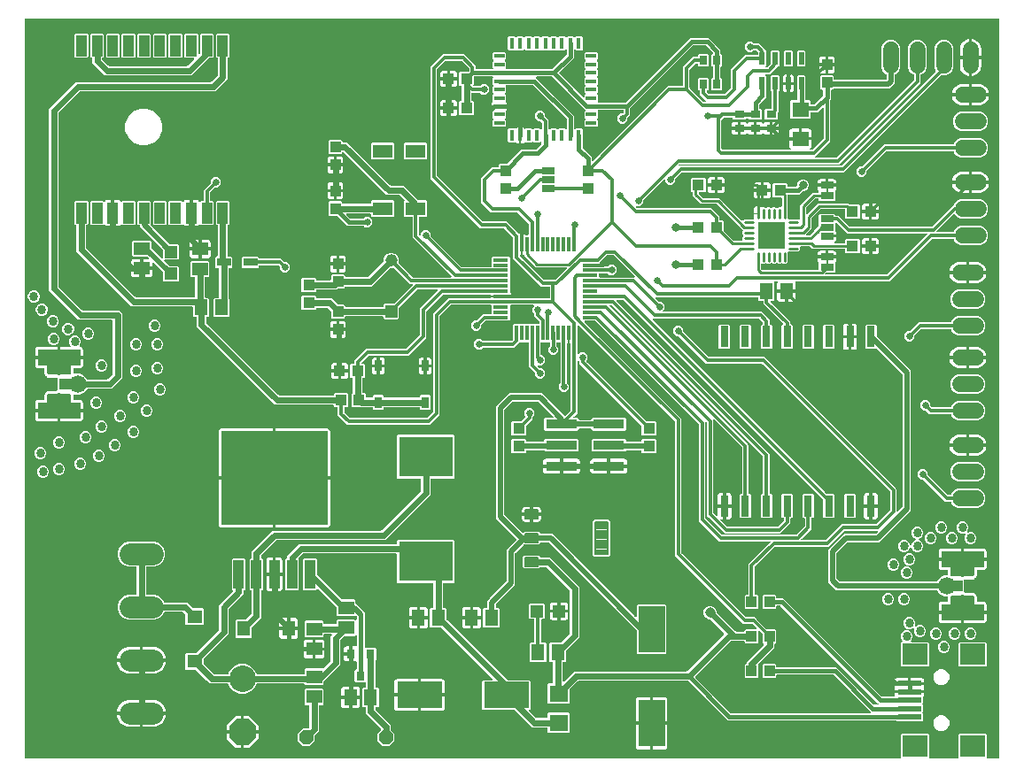
<source format=gbr>
G04 EAGLE Gerber RS-274X export*
G75*
%MOMM*%
%FSLAX34Y34*%
%LPD*%
%INTop Copper*%
%IPPOS*%
%AMOC8*
5,1,8,0,0,1.08239X$1,22.5*%
G01*
%ADD10R,1.000000X1.100000*%
%ADD11R,1.158000X1.158000*%
%ADD12C,1.158000*%
%ADD13R,1.100000X1.000000*%
%ADD14R,1.016000X2.692400*%
%ADD15R,10.160000X8.940800*%
%ADD16C,2.540000*%
%ADD17P,2.749271X8X292.500000*%
%ADD18R,1.270000X1.470000*%
%ADD19R,4.300000X2.500000*%
%ADD20R,1.500000X1.300000*%
%ADD21R,1.300000X1.500000*%
%ADD22C,2.095500*%
%ADD23C,0.139500*%
%ADD24C,0.196500*%
%ADD25R,2.500000X4.500000*%
%ADD26R,1.200000X1.200000*%
%ADD27R,5.200000X3.850000*%
%ADD28R,1.470000X1.270000*%
%ADD29P,1.429621X8X202.500000*%
%ADD30R,0.800000X0.900000*%
%ADD31R,1.800000X1.600000*%
%ADD32R,1.475000X0.300000*%
%ADD33R,0.300000X1.475000*%
%ADD34R,1.900000X1.300000*%
%ADD35R,0.700000X1.100000*%
%ADD36R,3.000000X0.890000*%
%ADD37C,0.254000*%
%ADD38R,2.616200X2.616200*%
%ADD39R,1.270000X0.635000*%
%ADD40C,0.203200*%
%ADD41R,0.500000X1.200000*%
%ADD42R,0.900000X0.700000*%
%ADD43R,0.700000X0.900000*%
%ADD44R,1.600000X1.400000*%
%ADD45R,1.000000X0.420000*%
%ADD46R,0.420000X1.000000*%
%ADD47R,1.000000X2.000000*%
%ADD48R,1.500000X1.240000*%
%ADD49R,1.350000X0.800000*%
%ADD50R,1.240000X1.500000*%
%ADD51C,1.524000*%
%ADD52R,0.800000X2.000000*%
%ADD53R,4.064000X1.524000*%
%ADD54R,2.032000X1.016000*%
%ADD55C,1.676400*%
%ADD56R,2.400000X2.000000*%
%ADD57R,2.308000X0.500000*%
%ADD58C,0.609600*%
%ADD59C,0.304800*%
%ADD60C,0.406400*%
%ADD61C,0.508000*%
%ADD62C,0.654800*%
%ADD63C,0.975000*%
%ADD64C,0.754800*%
%ADD65C,0.804800*%
%ADD66C,0.457200*%
%ADD67C,0.355600*%
%ADD68C,0.854800*%

G36*
X839956Y12D02*
X839956Y12D01*
X840028Y14D01*
X840077Y32D01*
X840128Y40D01*
X840191Y74D01*
X840259Y99D01*
X840299Y131D01*
X840345Y156D01*
X840395Y208D01*
X840451Y252D01*
X840479Y296D01*
X840515Y334D01*
X840545Y399D01*
X840584Y459D01*
X840596Y510D01*
X840618Y557D01*
X840626Y628D01*
X840644Y698D01*
X840640Y750D01*
X840645Y801D01*
X840630Y872D01*
X840625Y943D01*
X840604Y991D01*
X840593Y1042D01*
X840556Y1103D01*
X840528Y1169D01*
X840483Y1225D01*
X840475Y1239D01*
X840475Y22512D01*
X841368Y23405D01*
X866632Y23405D01*
X867525Y22512D01*
X867525Y1232D01*
X867485Y1190D01*
X867463Y1143D01*
X867433Y1101D01*
X867412Y1032D01*
X867382Y967D01*
X867376Y915D01*
X867361Y866D01*
X867363Y794D01*
X867355Y723D01*
X867366Y672D01*
X867367Y620D01*
X867392Y552D01*
X867407Y482D01*
X867434Y437D01*
X867451Y389D01*
X867496Y333D01*
X867533Y271D01*
X867573Y237D01*
X867605Y197D01*
X867665Y158D01*
X867720Y111D01*
X867768Y92D01*
X867812Y64D01*
X867882Y46D01*
X867948Y19D01*
X868019Y11D01*
X868051Y3D01*
X868074Y5D01*
X868115Y1D01*
X894885Y1D01*
X894956Y12D01*
X895028Y14D01*
X895077Y32D01*
X895128Y40D01*
X895191Y74D01*
X895259Y99D01*
X895299Y131D01*
X895345Y156D01*
X895395Y208D01*
X895451Y252D01*
X895479Y296D01*
X895515Y334D01*
X895545Y399D01*
X895584Y459D01*
X895596Y510D01*
X895618Y557D01*
X895626Y628D01*
X895644Y698D01*
X895640Y750D01*
X895645Y801D01*
X895630Y872D01*
X895625Y943D01*
X895604Y991D01*
X895593Y1042D01*
X895556Y1103D01*
X895528Y1169D01*
X895483Y1225D01*
X895475Y1239D01*
X895475Y22512D01*
X896368Y23405D01*
X921632Y23405D01*
X922525Y22512D01*
X922525Y1232D01*
X922485Y1190D01*
X922463Y1143D01*
X922433Y1101D01*
X922412Y1032D01*
X922382Y967D01*
X922376Y915D01*
X922361Y866D01*
X922363Y794D01*
X922355Y723D01*
X922366Y672D01*
X922367Y620D01*
X922392Y552D01*
X922407Y482D01*
X922434Y437D01*
X922451Y389D01*
X922496Y333D01*
X922533Y271D01*
X922573Y237D01*
X922605Y197D01*
X922665Y158D01*
X922720Y111D01*
X922768Y92D01*
X922812Y64D01*
X922882Y46D01*
X922948Y19D01*
X923019Y11D01*
X923051Y3D01*
X923074Y5D01*
X923115Y1D01*
X933758Y1D01*
X933778Y4D01*
X933797Y2D01*
X933899Y24D01*
X934001Y40D01*
X934018Y50D01*
X934038Y54D01*
X934127Y107D01*
X934218Y156D01*
X934232Y170D01*
X934249Y180D01*
X934316Y259D01*
X934388Y334D01*
X934396Y352D01*
X934409Y367D01*
X934448Y463D01*
X934491Y557D01*
X934493Y577D01*
X934501Y595D01*
X934519Y762D01*
X934519Y707138D01*
X934516Y707158D01*
X934518Y707177D01*
X934496Y707279D01*
X934480Y707381D01*
X934470Y707398D01*
X934466Y707418D01*
X934413Y707507D01*
X934364Y707598D01*
X934350Y707612D01*
X934340Y707629D01*
X934261Y707696D01*
X934186Y707768D01*
X934168Y707776D01*
X934153Y707789D01*
X934057Y707828D01*
X933963Y707871D01*
X933943Y707873D01*
X933925Y707881D01*
X933758Y707899D01*
X3302Y707899D01*
X3282Y707896D01*
X3263Y707898D01*
X3161Y707876D01*
X3059Y707860D01*
X3042Y707850D01*
X3022Y707846D01*
X2933Y707793D01*
X2842Y707744D01*
X2828Y707730D01*
X2811Y707720D01*
X2744Y707641D01*
X2672Y707566D01*
X2664Y707548D01*
X2651Y707533D01*
X2612Y707437D01*
X2569Y707343D01*
X2567Y707323D01*
X2559Y707305D01*
X2541Y707138D01*
X2541Y762D01*
X2544Y742D01*
X2542Y723D01*
X2564Y621D01*
X2580Y519D01*
X2590Y502D01*
X2594Y482D01*
X2647Y393D01*
X2696Y302D01*
X2710Y288D01*
X2720Y271D01*
X2799Y204D01*
X2874Y132D01*
X2892Y124D01*
X2907Y111D01*
X3003Y72D01*
X3097Y29D01*
X3117Y27D01*
X3135Y19D01*
X3302Y1D01*
X839885Y1D01*
X839956Y12D01*
G37*
%LPC*%
G36*
X836188Y35855D02*
X836188Y35855D01*
X835943Y36100D01*
X835869Y36153D01*
X835800Y36213D01*
X835770Y36225D01*
X835744Y36244D01*
X835657Y36271D01*
X835572Y36305D01*
X835531Y36309D01*
X835509Y36316D01*
X835476Y36315D01*
X835405Y36323D01*
X674927Y36323D01*
X637306Y73944D01*
X637232Y73997D01*
X637162Y74057D01*
X637132Y74069D01*
X637106Y74088D01*
X637019Y74115D01*
X636934Y74149D01*
X636893Y74153D01*
X636871Y74160D01*
X636839Y74159D01*
X636767Y74167D01*
X531769Y74167D01*
X531679Y74153D01*
X531588Y74145D01*
X531559Y74133D01*
X531527Y74128D01*
X531446Y74085D01*
X531362Y74049D01*
X531330Y74023D01*
X531309Y74012D01*
X531287Y73989D01*
X531231Y73944D01*
X523828Y66541D01*
X523775Y66467D01*
X523715Y66397D01*
X523703Y66367D01*
X523684Y66341D01*
X523657Y66254D01*
X523623Y66169D01*
X523619Y66128D01*
X523612Y66106D01*
X523613Y66074D01*
X523605Y66003D01*
X523605Y53628D01*
X522712Y52735D01*
X503448Y52735D01*
X502555Y53628D01*
X502555Y70892D01*
X503448Y71785D01*
X507086Y71785D01*
X507106Y71788D01*
X507125Y71786D01*
X507227Y71808D01*
X507329Y71824D01*
X507346Y71834D01*
X507366Y71838D01*
X507455Y71891D01*
X507546Y71940D01*
X507560Y71954D01*
X507577Y71964D01*
X507644Y72043D01*
X507716Y72118D01*
X507724Y72136D01*
X507737Y72151D01*
X507776Y72247D01*
X507819Y72341D01*
X507821Y72361D01*
X507829Y72379D01*
X507847Y72546D01*
X507847Y91814D01*
X507844Y91834D01*
X507846Y91853D01*
X507824Y91955D01*
X507808Y92057D01*
X507798Y92074D01*
X507794Y92094D01*
X507741Y92183D01*
X507692Y92274D01*
X507678Y92288D01*
X507668Y92305D01*
X507589Y92372D01*
X507514Y92444D01*
X507496Y92452D01*
X507481Y92465D01*
X507385Y92504D01*
X507291Y92547D01*
X507271Y92549D01*
X507253Y92557D01*
X507086Y92575D01*
X505288Y92575D01*
X504395Y93468D01*
X504395Y109732D01*
X505288Y110625D01*
X514663Y110625D01*
X514753Y110639D01*
X514844Y110647D01*
X514873Y110659D01*
X514905Y110664D01*
X514986Y110707D01*
X515070Y110743D01*
X515102Y110769D01*
X515123Y110780D01*
X515145Y110803D01*
X515201Y110848D01*
X523524Y119171D01*
X523577Y119245D01*
X523637Y119315D01*
X523649Y119345D01*
X523668Y119371D01*
X523695Y119458D01*
X523729Y119543D01*
X523733Y119584D01*
X523740Y119606D01*
X523739Y119638D01*
X523747Y119709D01*
X523747Y160351D01*
X523733Y160441D01*
X523725Y160532D01*
X523713Y160561D01*
X523708Y160593D01*
X523665Y160674D01*
X523629Y160758D01*
X523603Y160790D01*
X523592Y160811D01*
X523569Y160833D01*
X523524Y160889D01*
X501289Y183124D01*
X501215Y183177D01*
X501145Y183237D01*
X501115Y183249D01*
X501089Y183268D01*
X501002Y183295D01*
X500917Y183329D01*
X500876Y183333D01*
X500854Y183340D01*
X500822Y183339D01*
X500751Y183347D01*
X495940Y183347D01*
X495850Y183333D01*
X495759Y183325D01*
X495730Y183313D01*
X495698Y183308D01*
X495617Y183265D01*
X495533Y183229D01*
X495501Y183203D01*
X495480Y183192D01*
X495458Y183169D01*
X495402Y183124D01*
X494023Y181745D01*
X480477Y181745D01*
X479175Y183047D01*
X479175Y192793D01*
X480477Y194095D01*
X494023Y194095D01*
X495402Y192716D01*
X495476Y192663D01*
X495545Y192603D01*
X495576Y192591D01*
X495602Y192572D01*
X495689Y192545D01*
X495774Y192511D01*
X495815Y192507D01*
X495837Y192500D01*
X495869Y192501D01*
X495940Y192493D01*
X504854Y192493D01*
X532893Y164454D01*
X532893Y115606D01*
X529991Y112704D01*
X520668Y103381D01*
X520615Y103307D01*
X520555Y103237D01*
X520543Y103207D01*
X520524Y103181D01*
X520497Y103094D01*
X520463Y103009D01*
X520459Y102968D01*
X520452Y102946D01*
X520453Y102914D01*
X520445Y102843D01*
X520445Y93468D01*
X519552Y92575D01*
X517754Y92575D01*
X517734Y92572D01*
X517715Y92574D01*
X517613Y92552D01*
X517511Y92536D01*
X517494Y92526D01*
X517474Y92522D01*
X517385Y92469D01*
X517294Y92420D01*
X517280Y92406D01*
X517263Y92396D01*
X517196Y92317D01*
X517124Y92242D01*
X517116Y92224D01*
X517103Y92209D01*
X517064Y92113D01*
X517021Y92019D01*
X517019Y91999D01*
X517011Y91981D01*
X516993Y91814D01*
X516993Y74477D01*
X517004Y74407D01*
X517006Y74335D01*
X517024Y74286D01*
X517032Y74235D01*
X517066Y74171D01*
X517091Y74104D01*
X517123Y74063D01*
X517148Y74017D01*
X517200Y73968D01*
X517244Y73912D01*
X517288Y73884D01*
X517326Y73848D01*
X517391Y73818D01*
X517451Y73779D01*
X517502Y73766D01*
X517549Y73744D01*
X517620Y73736D01*
X517690Y73719D01*
X517742Y73723D01*
X517793Y73717D01*
X517864Y73732D01*
X517935Y73738D01*
X517983Y73758D01*
X518034Y73769D01*
X518095Y73806D01*
X518161Y73834D01*
X518217Y73879D01*
X518245Y73896D01*
X518260Y73913D01*
X518292Y73939D01*
X527666Y83313D01*
X635331Y83313D01*
X635421Y83327D01*
X635512Y83335D01*
X635541Y83347D01*
X635573Y83352D01*
X635654Y83395D01*
X635738Y83431D01*
X635770Y83457D01*
X635791Y83468D01*
X635813Y83491D01*
X635869Y83536D01*
X671175Y118842D01*
X671186Y118858D01*
X671202Y118870D01*
X671258Y118958D01*
X671318Y119041D01*
X671324Y119060D01*
X671335Y119077D01*
X671360Y119178D01*
X671391Y119277D01*
X671390Y119296D01*
X671395Y119316D01*
X671387Y119419D01*
X671384Y119522D01*
X671378Y119541D01*
X671376Y119561D01*
X671336Y119656D01*
X671300Y119753D01*
X671287Y119769D01*
X671280Y119787D01*
X671175Y119918D01*
X658016Y133077D01*
X657942Y133130D01*
X657872Y133190D01*
X657842Y133202D01*
X657816Y133221D01*
X657729Y133248D01*
X657644Y133282D01*
X657603Y133286D01*
X657581Y133293D01*
X657549Y133292D01*
X657478Y133300D01*
X656587Y133300D01*
X654235Y134275D01*
X652435Y136075D01*
X651460Y138427D01*
X651460Y140973D01*
X652435Y143325D01*
X654235Y145125D01*
X656587Y146100D01*
X659133Y146100D01*
X661485Y145125D01*
X663285Y143325D01*
X664260Y140973D01*
X664260Y140082D01*
X664274Y139992D01*
X664282Y139901D01*
X664294Y139872D01*
X664299Y139840D01*
X664324Y139793D01*
X664325Y139791D01*
X664330Y139782D01*
X664342Y139759D01*
X664378Y139675D01*
X664404Y139643D01*
X664415Y139622D01*
X664438Y139600D01*
X664441Y139596D01*
X664451Y139580D01*
X664461Y139571D01*
X664483Y139544D01*
X682391Y121636D01*
X682465Y121583D01*
X682535Y121523D01*
X682565Y121511D01*
X682591Y121492D01*
X682678Y121465D01*
X682763Y121431D01*
X682804Y121427D01*
X682826Y121420D01*
X682858Y121421D01*
X682929Y121413D01*
X690334Y121413D01*
X690354Y121416D01*
X690373Y121414D01*
X690475Y121436D01*
X690577Y121452D01*
X690594Y121462D01*
X690614Y121466D01*
X690703Y121519D01*
X690794Y121568D01*
X690808Y121582D01*
X690825Y121592D01*
X690892Y121671D01*
X690964Y121746D01*
X690972Y121764D01*
X690985Y121779D01*
X691024Y121875D01*
X691067Y121969D01*
X691069Y121989D01*
X691077Y122007D01*
X691095Y122174D01*
X691095Y122972D01*
X691988Y123865D01*
X701446Y123865D01*
X701517Y123876D01*
X701588Y123878D01*
X701637Y123896D01*
X701689Y123904D01*
X701752Y123938D01*
X701819Y123963D01*
X701860Y123995D01*
X701906Y124020D01*
X701955Y124072D01*
X702011Y124116D01*
X702040Y124160D01*
X702075Y124198D01*
X702106Y124263D01*
X702144Y124323D01*
X702157Y124374D01*
X702179Y124421D01*
X702187Y124492D01*
X702204Y124562D01*
X702200Y124614D01*
X702206Y124665D01*
X702191Y124736D01*
X702185Y124807D01*
X702165Y124855D01*
X702154Y124906D01*
X702117Y124967D01*
X702089Y125033D01*
X702044Y125089D01*
X702028Y125117D01*
X702010Y125132D01*
X701984Y125164D01*
X698340Y128808D01*
X698266Y128861D01*
X698197Y128921D01*
X698167Y128933D01*
X698140Y128952D01*
X698053Y128979D01*
X697969Y129013D01*
X697928Y129017D01*
X697905Y129024D01*
X697873Y129023D01*
X697802Y129031D01*
X689617Y129031D01*
X624331Y194317D01*
X624331Y322526D01*
X624317Y322616D01*
X624309Y322707D01*
X624297Y322737D01*
X624292Y322769D01*
X624249Y322849D01*
X624213Y322933D01*
X624187Y322965D01*
X624176Y322986D01*
X624153Y323008D01*
X624108Y323064D01*
X532228Y414944D01*
X532170Y414986D01*
X532118Y415035D01*
X532071Y415057D01*
X532029Y415088D01*
X531960Y415109D01*
X531895Y415139D01*
X531843Y415145D01*
X531793Y415160D01*
X531722Y415158D01*
X531651Y415166D01*
X531600Y415155D01*
X531548Y415154D01*
X531480Y415129D01*
X531410Y415114D01*
X531366Y415087D01*
X531317Y415069D01*
X531261Y415024D01*
X531199Y414988D01*
X531165Y414948D01*
X531125Y414916D01*
X531086Y414855D01*
X531039Y414801D01*
X531020Y414752D01*
X530992Y414709D01*
X530974Y414639D01*
X530947Y414573D01*
X530939Y414501D01*
X530931Y414470D01*
X530933Y414447D01*
X530929Y414406D01*
X530929Y387153D01*
X530940Y387082D01*
X530942Y387011D01*
X530960Y386962D01*
X530968Y386910D01*
X531002Y386847D01*
X531027Y386780D01*
X531059Y386739D01*
X531084Y386693D01*
X531136Y386643D01*
X531180Y386587D01*
X531224Y386559D01*
X531262Y386523D01*
X531327Y386493D01*
X531387Y386454D01*
X531438Y386442D01*
X531485Y386420D01*
X531556Y386412D01*
X531626Y386394D01*
X531678Y386398D01*
X531729Y386393D01*
X531800Y386408D01*
X531871Y386414D01*
X531919Y386434D01*
X531970Y386445D01*
X532031Y386482D01*
X532097Y386510D01*
X532153Y386555D01*
X532181Y386571D01*
X532196Y386589D01*
X532228Y386615D01*
X533952Y388339D01*
X537928Y388339D01*
X540739Y385528D01*
X540739Y381552D01*
X539927Y380741D01*
X539916Y380725D01*
X539900Y380712D01*
X539844Y380625D01*
X539784Y380541D01*
X539778Y380522D01*
X539767Y380505D01*
X539742Y380405D01*
X539711Y380306D01*
X539712Y380286D01*
X539707Y380267D01*
X539715Y380164D01*
X539718Y380060D01*
X539725Y380041D01*
X539726Y380022D01*
X539767Y379927D01*
X539802Y379829D01*
X539815Y379813D01*
X539822Y379795D01*
X539927Y379664D01*
X597004Y322588D01*
X597078Y322535D01*
X597147Y322475D01*
X597177Y322463D01*
X597204Y322444D01*
X597291Y322417D01*
X597375Y322383D01*
X597416Y322379D01*
X597439Y322372D01*
X597471Y322373D01*
X597542Y322365D01*
X605572Y322365D01*
X606465Y321472D01*
X606465Y310208D01*
X605572Y309315D01*
X593308Y309315D01*
X592415Y310208D01*
X592415Y318238D01*
X592401Y318328D01*
X592393Y318419D01*
X592381Y318449D01*
X592376Y318481D01*
X592333Y318561D01*
X592297Y318645D01*
X592271Y318677D01*
X592260Y318698D01*
X592237Y318720D01*
X592192Y318776D01*
X532891Y378077D01*
X532891Y379487D01*
X532877Y379577D01*
X532869Y379668D01*
X532857Y379698D01*
X532852Y379730D01*
X532809Y379810D01*
X532773Y379894D01*
X532747Y379927D01*
X532736Y379947D01*
X532713Y379969D01*
X532668Y380025D01*
X532228Y380465D01*
X532170Y380507D01*
X532118Y380557D01*
X532071Y380578D01*
X532029Y380609D01*
X531960Y380630D01*
X531895Y380660D01*
X531843Y380666D01*
X531793Y380681D01*
X531722Y380679D01*
X531651Y380687D01*
X531600Y380676D01*
X531548Y380675D01*
X531480Y380650D01*
X531410Y380635D01*
X531365Y380608D01*
X531317Y380590D01*
X531261Y380546D01*
X531199Y380509D01*
X531165Y380469D01*
X531125Y380437D01*
X531086Y380376D01*
X531039Y380322D01*
X531020Y380274D01*
X530992Y380230D01*
X530974Y380160D01*
X530947Y380094D01*
X530939Y380022D01*
X530931Y379991D01*
X530933Y379968D01*
X530929Y379927D01*
X530929Y330357D01*
X527566Y326994D01*
X527524Y326936D01*
X527475Y326884D01*
X527453Y326837D01*
X527422Y326795D01*
X527401Y326726D01*
X527371Y326661D01*
X527365Y326609D01*
X527350Y326559D01*
X527352Y326488D01*
X527344Y326417D01*
X527355Y326366D01*
X527356Y326314D01*
X527381Y326246D01*
X527396Y326176D01*
X527423Y326131D01*
X527441Y326083D01*
X527486Y326027D01*
X527522Y325965D01*
X527562Y325931D01*
X527594Y325891D01*
X527655Y325852D01*
X527709Y325805D01*
X527758Y325786D01*
X527801Y325758D01*
X527871Y325740D01*
X527937Y325713D01*
X528009Y325705D01*
X528040Y325697D01*
X528063Y325699D01*
X528104Y325695D01*
X531612Y325695D01*
X532505Y324802D01*
X532505Y324546D01*
X532508Y324526D01*
X532506Y324507D01*
X532528Y324405D01*
X532544Y324303D01*
X532554Y324286D01*
X532558Y324266D01*
X532611Y324177D01*
X532660Y324086D01*
X532674Y324072D01*
X532684Y324055D01*
X532763Y323988D01*
X532838Y323916D01*
X532856Y323908D01*
X532871Y323895D01*
X532967Y323856D01*
X533061Y323813D01*
X533081Y323811D01*
X533099Y323803D01*
X533266Y323785D01*
X543694Y323785D01*
X543714Y323788D01*
X543733Y323786D01*
X543835Y323808D01*
X543937Y323824D01*
X543954Y323834D01*
X543974Y323838D01*
X544063Y323891D01*
X544154Y323940D01*
X544168Y323954D01*
X544185Y323964D01*
X544252Y324043D01*
X544324Y324118D01*
X544332Y324136D01*
X544345Y324151D01*
X544384Y324247D01*
X544427Y324341D01*
X544429Y324361D01*
X544437Y324379D01*
X544455Y324546D01*
X544455Y324802D01*
X545348Y325695D01*
X576612Y325695D01*
X577505Y324802D01*
X577505Y314638D01*
X576612Y313745D01*
X545348Y313745D01*
X544455Y314638D01*
X544455Y314894D01*
X544452Y314914D01*
X544454Y314933D01*
X544432Y315035D01*
X544416Y315137D01*
X544406Y315154D01*
X544402Y315174D01*
X544349Y315263D01*
X544300Y315354D01*
X544286Y315368D01*
X544276Y315385D01*
X544197Y315452D01*
X544122Y315524D01*
X544104Y315532D01*
X544089Y315545D01*
X543993Y315584D01*
X543899Y315627D01*
X543879Y315629D01*
X543861Y315637D01*
X543694Y315655D01*
X533266Y315655D01*
X533246Y315652D01*
X533227Y315654D01*
X533125Y315632D01*
X533023Y315616D01*
X533006Y315606D01*
X532986Y315602D01*
X532897Y315549D01*
X532806Y315500D01*
X532792Y315486D01*
X532775Y315476D01*
X532708Y315397D01*
X532636Y315322D01*
X532628Y315304D01*
X532615Y315289D01*
X532576Y315193D01*
X532533Y315099D01*
X532531Y315079D01*
X532523Y315061D01*
X532505Y314894D01*
X532505Y314638D01*
X531612Y313745D01*
X500348Y313745D01*
X499455Y314638D01*
X499455Y324802D01*
X500348Y325695D01*
X507459Y325695D01*
X507530Y325706D01*
X507602Y325708D01*
X507650Y325726D01*
X507702Y325734D01*
X507765Y325768D01*
X507833Y325793D01*
X507873Y325825D01*
X507919Y325850D01*
X507969Y325902D01*
X508025Y325946D01*
X508053Y325990D01*
X508089Y326028D01*
X508119Y326093D01*
X508158Y326153D01*
X508170Y326204D01*
X508192Y326251D01*
X508200Y326322D01*
X508218Y326392D01*
X508214Y326444D01*
X508219Y326495D01*
X508204Y326566D01*
X508198Y326637D01*
X508178Y326685D01*
X508167Y326736D01*
X508130Y326797D01*
X508102Y326863D01*
X508057Y326919D01*
X508041Y326947D01*
X508023Y326962D01*
X507997Y326994D01*
X493839Y341152D01*
X493765Y341205D01*
X493696Y341265D01*
X493666Y341277D01*
X493640Y341296D01*
X493553Y341323D01*
X493468Y341357D01*
X493427Y341361D01*
X493404Y341368D01*
X493372Y341367D01*
X493301Y341375D01*
X469359Y341375D01*
X469269Y341361D01*
X469178Y341353D01*
X469148Y341341D01*
X469116Y341336D01*
X469036Y341293D01*
X468952Y341257D01*
X468920Y341231D01*
X468899Y341220D01*
X468877Y341197D01*
X468821Y341152D01*
X461488Y333819D01*
X461435Y333745D01*
X461375Y333676D01*
X461363Y333646D01*
X461344Y333620D01*
X461317Y333533D01*
X461283Y333448D01*
X461279Y333407D01*
X461272Y333384D01*
X461273Y333352D01*
X461265Y333281D01*
X461265Y233139D01*
X461279Y233049D01*
X461287Y232958D01*
X461299Y232928D01*
X461304Y232896D01*
X461347Y232816D01*
X461383Y232732D01*
X461409Y232700D01*
X461420Y232679D01*
X461443Y232657D01*
X461488Y232601D01*
X478247Y215841D01*
X478263Y215830D01*
X478276Y215814D01*
X478363Y215758D01*
X478447Y215698D01*
X478466Y215692D01*
X478483Y215681D01*
X478583Y215656D01*
X478682Y215625D01*
X478702Y215626D01*
X478721Y215621D01*
X478824Y215629D01*
X478928Y215632D01*
X478947Y215639D01*
X478966Y215640D01*
X479061Y215681D01*
X479159Y215716D01*
X479174Y215729D01*
X479193Y215737D01*
X479324Y215841D01*
X480477Y216995D01*
X494023Y216995D01*
X495325Y215693D01*
X495325Y215646D01*
X495328Y215626D01*
X495326Y215607D01*
X495348Y215505D01*
X495364Y215403D01*
X495374Y215386D01*
X495378Y215366D01*
X495431Y215277D01*
X495480Y215186D01*
X495494Y215172D01*
X495504Y215155D01*
X495583Y215088D01*
X495658Y215016D01*
X495676Y215008D01*
X495691Y214995D01*
X495787Y214956D01*
X495881Y214913D01*
X495901Y214911D01*
X495919Y214903D01*
X496086Y214885D01*
X507144Y214885D01*
X586656Y135373D01*
X586714Y135331D01*
X586766Y135281D01*
X586813Y135259D01*
X586855Y135229D01*
X586924Y135208D01*
X586989Y135178D01*
X587041Y135172D01*
X587091Y135157D01*
X587162Y135159D01*
X587233Y135151D01*
X587284Y135162D01*
X587336Y135163D01*
X587404Y135188D01*
X587474Y135203D01*
X587518Y135230D01*
X587567Y135248D01*
X587623Y135292D01*
X587685Y135329D01*
X587719Y135369D01*
X587759Y135401D01*
X587798Y135462D01*
X587845Y135516D01*
X587864Y135564D01*
X587892Y135608D01*
X587910Y135678D01*
X587937Y135744D01*
X587945Y135816D01*
X587953Y135847D01*
X587951Y135870D01*
X587955Y135911D01*
X587955Y146872D01*
X588848Y147765D01*
X615112Y147765D01*
X616005Y146872D01*
X616005Y100608D01*
X615112Y99715D01*
X588848Y99715D01*
X587955Y100608D01*
X587955Y122261D01*
X587941Y122351D01*
X587933Y122442D01*
X587921Y122472D01*
X587916Y122504D01*
X587873Y122584D01*
X587837Y122668D01*
X587811Y122700D01*
X587800Y122721D01*
X587777Y122743D01*
X587732Y122799D01*
X503999Y206532D01*
X503925Y206585D01*
X503856Y206645D01*
X503826Y206657D01*
X503800Y206676D01*
X503713Y206703D01*
X503628Y206737D01*
X503587Y206741D01*
X503564Y206748D01*
X503532Y206747D01*
X503461Y206755D01*
X496086Y206755D01*
X496066Y206752D01*
X496047Y206754D01*
X495945Y206732D01*
X495843Y206716D01*
X495826Y206706D01*
X495806Y206702D01*
X495717Y206649D01*
X495626Y206600D01*
X495612Y206586D01*
X495595Y206576D01*
X495528Y206497D01*
X495456Y206422D01*
X495448Y206404D01*
X495435Y206389D01*
X495396Y206293D01*
X495353Y206199D01*
X495351Y206179D01*
X495343Y206161D01*
X495325Y205994D01*
X495325Y205947D01*
X494023Y204645D01*
X480431Y204645D01*
X480394Y204672D01*
X480375Y204678D01*
X480358Y204689D01*
X480258Y204714D01*
X480159Y204745D01*
X480139Y204744D01*
X480120Y204749D01*
X480017Y204741D01*
X479913Y204738D01*
X479894Y204731D01*
X479874Y204730D01*
X479780Y204689D01*
X479682Y204654D01*
X479666Y204641D01*
X479648Y204633D01*
X479517Y204529D01*
X471648Y196659D01*
X471595Y196585D01*
X471535Y196516D01*
X471523Y196486D01*
X471504Y196460D01*
X471477Y196373D01*
X471443Y196288D01*
X471439Y196247D01*
X471432Y196224D01*
X471433Y196192D01*
X471425Y196121D01*
X471425Y165956D01*
X453208Y147739D01*
X453155Y147665D01*
X453095Y147596D01*
X453083Y147566D01*
X453064Y147540D01*
X453037Y147453D01*
X453003Y147368D01*
X452999Y147327D01*
X452992Y147305D01*
X452993Y147272D01*
X452985Y147201D01*
X452985Y144406D01*
X452988Y144386D01*
X452986Y144367D01*
X453008Y144265D01*
X453024Y144163D01*
X453034Y144146D01*
X453038Y144126D01*
X453091Y144037D01*
X453140Y143946D01*
X453154Y143932D01*
X453164Y143915D01*
X453243Y143848D01*
X453318Y143776D01*
X453336Y143768D01*
X453351Y143755D01*
X453447Y143716D01*
X453541Y143673D01*
X453561Y143671D01*
X453579Y143663D01*
X453746Y143645D01*
X456052Y143645D01*
X456945Y142752D01*
X456945Y126488D01*
X456052Y125595D01*
X441788Y125595D01*
X440895Y126488D01*
X440895Y142752D01*
X441788Y143645D01*
X444094Y143645D01*
X444114Y143648D01*
X444133Y143646D01*
X444235Y143668D01*
X444337Y143684D01*
X444354Y143694D01*
X444374Y143698D01*
X444463Y143751D01*
X444554Y143800D01*
X444568Y143814D01*
X444585Y143824D01*
X444652Y143903D01*
X444724Y143978D01*
X444732Y143996D01*
X444745Y144011D01*
X444784Y144107D01*
X444827Y144201D01*
X444829Y144221D01*
X444837Y144239D01*
X444855Y144406D01*
X444855Y150884D01*
X447459Y153488D01*
X463072Y169101D01*
X463125Y169175D01*
X463185Y169244D01*
X463197Y169274D01*
X463216Y169300D01*
X463243Y169387D01*
X463277Y169472D01*
X463281Y169513D01*
X463288Y169536D01*
X463287Y169568D01*
X463295Y169639D01*
X463295Y199804D01*
X472503Y209012D01*
X472515Y209028D01*
X472531Y209040D01*
X472587Y209128D01*
X472647Y209211D01*
X472653Y209230D01*
X472664Y209247D01*
X472689Y209348D01*
X472719Y209447D01*
X472719Y209466D01*
X472724Y209486D01*
X472716Y209589D01*
X472713Y209692D01*
X472706Y209711D01*
X472704Y209731D01*
X472664Y209826D01*
X472628Y209923D01*
X472616Y209939D01*
X472608Y209957D01*
X472503Y210088D01*
X453135Y229456D01*
X453135Y336964D01*
X465676Y349505D01*
X496984Y349505D01*
X518680Y327808D01*
X518696Y327797D01*
X518709Y327781D01*
X518796Y327725D01*
X518880Y327665D01*
X518899Y327659D01*
X518916Y327648D01*
X519016Y327623D01*
X519115Y327592D01*
X519135Y327593D01*
X519154Y327588D01*
X519257Y327596D01*
X519361Y327599D01*
X519380Y327606D01*
X519399Y327607D01*
X519494Y327648D01*
X519592Y327683D01*
X519607Y327696D01*
X519626Y327703D01*
X519757Y327808D01*
X524608Y332660D01*
X524661Y332734D01*
X524721Y332803D01*
X524733Y332833D01*
X524752Y332860D01*
X524779Y332947D01*
X524813Y333031D01*
X524817Y333072D01*
X524824Y333095D01*
X524823Y333127D01*
X524831Y333198D01*
X524831Y396523D01*
X524828Y396543D01*
X524830Y396562D01*
X524808Y396664D01*
X524792Y396766D01*
X524782Y396783D01*
X524778Y396803D01*
X524725Y396892D01*
X524676Y396983D01*
X524662Y396997D01*
X524652Y397014D01*
X524573Y397081D01*
X524498Y397153D01*
X524480Y397161D01*
X524465Y397174D01*
X524369Y397213D01*
X524275Y397256D01*
X524255Y397258D01*
X524237Y397266D01*
X524070Y397284D01*
X523641Y397284D01*
X523641Y407200D01*
X523638Y407219D01*
X523640Y407239D01*
X523618Y407340D01*
X523602Y407442D01*
X523592Y407460D01*
X523588Y407479D01*
X523535Y407569D01*
X523487Y407660D01*
X523472Y407673D01*
X523462Y407691D01*
X523383Y407758D01*
X523308Y407829D01*
X523290Y407838D01*
X523275Y407851D01*
X523179Y407889D01*
X523085Y407933D01*
X523065Y407935D01*
X523047Y407942D01*
X522880Y407961D01*
X522860Y407958D01*
X522841Y407960D01*
X522840Y407960D01*
X522739Y407938D01*
X522637Y407921D01*
X522620Y407912D01*
X522600Y407908D01*
X522511Y407854D01*
X522420Y407806D01*
X522406Y407792D01*
X522389Y407781D01*
X522322Y407703D01*
X522250Y407628D01*
X522242Y407610D01*
X522229Y407595D01*
X522190Y407498D01*
X522147Y407405D01*
X522145Y407385D01*
X522137Y407366D01*
X522119Y407200D01*
X522119Y397284D01*
X521690Y397284D01*
X521670Y397281D01*
X521651Y397283D01*
X521549Y397261D01*
X521447Y397245D01*
X521430Y397235D01*
X521410Y397231D01*
X521321Y397178D01*
X521230Y397129D01*
X521216Y397115D01*
X521199Y397105D01*
X521132Y397026D01*
X521060Y396951D01*
X521052Y396933D01*
X521039Y396918D01*
X521000Y396822D01*
X520957Y396728D01*
X520955Y396708D01*
X520947Y396690D01*
X520929Y396523D01*
X520929Y359933D01*
X520943Y359843D01*
X520951Y359752D01*
X520963Y359722D01*
X520968Y359690D01*
X521011Y359610D01*
X521047Y359526D01*
X521073Y359494D01*
X521084Y359473D01*
X521107Y359451D01*
X521152Y359395D01*
X522959Y357588D01*
X522959Y353612D01*
X520148Y350801D01*
X516172Y350801D01*
X513361Y353612D01*
X513361Y357588D01*
X514608Y358835D01*
X514661Y358909D01*
X514721Y358978D01*
X514733Y359008D01*
X514752Y359034D01*
X514779Y359121D01*
X514813Y359206D01*
X514817Y359247D01*
X514824Y359270D01*
X514823Y359302D01*
X514831Y359373D01*
X514831Y397539D01*
X514828Y397559D01*
X514830Y397578D01*
X514808Y397680D01*
X514792Y397782D01*
X514782Y397799D01*
X514778Y397819D01*
X514725Y397908D01*
X514676Y397999D01*
X514662Y398013D01*
X514652Y398030D01*
X514573Y398097D01*
X514498Y398169D01*
X514480Y398177D01*
X514465Y398190D01*
X514369Y398229D01*
X514275Y398272D01*
X514255Y398274D01*
X514237Y398282D01*
X514070Y398300D01*
X511810Y398300D01*
X511790Y398297D01*
X511771Y398299D01*
X511669Y398277D01*
X511567Y398261D01*
X511550Y398251D01*
X511530Y398247D01*
X511441Y398194D01*
X511350Y398145D01*
X511336Y398131D01*
X511319Y398121D01*
X511252Y398042D01*
X511180Y397967D01*
X511172Y397949D01*
X511159Y397934D01*
X511120Y397838D01*
X511077Y397744D01*
X511075Y397724D01*
X511067Y397706D01*
X511049Y397539D01*
X511049Y395213D01*
X511063Y395123D01*
X511071Y395032D01*
X511083Y395002D01*
X511088Y394970D01*
X511131Y394890D01*
X511167Y394806D01*
X511193Y394774D01*
X511204Y394753D01*
X511227Y394731D01*
X511272Y394675D01*
X512799Y393148D01*
X512799Y389172D01*
X509988Y386361D01*
X506012Y386361D01*
X503201Y389172D01*
X503201Y393148D01*
X504728Y394675D01*
X504781Y394749D01*
X504841Y394818D01*
X504853Y394848D01*
X504872Y394874D01*
X504899Y394961D01*
X504933Y395046D01*
X504937Y395087D01*
X504944Y395110D01*
X504943Y395142D01*
X504951Y395213D01*
X504951Y397539D01*
X504948Y397559D01*
X504950Y397578D01*
X504928Y397680D01*
X504912Y397782D01*
X504902Y397799D01*
X504898Y397819D01*
X504845Y397908D01*
X504796Y397999D01*
X504782Y398013D01*
X504772Y398030D01*
X504693Y398097D01*
X504618Y398169D01*
X504600Y398177D01*
X504585Y398190D01*
X504489Y398229D01*
X504395Y398272D01*
X504375Y398274D01*
X504357Y398282D01*
X504190Y398300D01*
X500644Y398300D01*
X500582Y398316D01*
X500483Y398346D01*
X500463Y398346D01*
X500444Y398351D01*
X500341Y398343D01*
X500238Y398340D01*
X500219Y398333D01*
X500199Y398332D01*
X500125Y398300D01*
X496690Y398300D01*
X496670Y398297D01*
X496651Y398299D01*
X496549Y398277D01*
X496447Y398261D01*
X496430Y398251D01*
X496410Y398247D01*
X496321Y398194D01*
X496230Y398145D01*
X496216Y398131D01*
X496199Y398121D01*
X496132Y398042D01*
X496060Y397967D01*
X496052Y397949D01*
X496039Y397934D01*
X496000Y397838D01*
X495957Y397744D01*
X495955Y397724D01*
X495947Y397706D01*
X495929Y397539D01*
X495929Y386560D01*
X495932Y386540D01*
X495930Y386521D01*
X495952Y386419D01*
X495968Y386317D01*
X495978Y386300D01*
X495982Y386280D01*
X496035Y386191D01*
X496084Y386100D01*
X496098Y386086D01*
X496108Y386069D01*
X496187Y386002D01*
X496262Y385930D01*
X496280Y385922D01*
X496295Y385909D01*
X496391Y385870D01*
X496485Y385827D01*
X496505Y385825D01*
X496523Y385817D01*
X496690Y385799D01*
X497288Y385799D01*
X500099Y382988D01*
X500099Y379012D01*
X497288Y376201D01*
X493548Y376201D01*
X493477Y376190D01*
X493406Y376188D01*
X493357Y376170D01*
X493305Y376162D01*
X493242Y376128D01*
X493175Y376103D01*
X493134Y376071D01*
X493088Y376046D01*
X493039Y375994D01*
X492983Y375950D01*
X492954Y375906D01*
X492919Y375868D01*
X492888Y375803D01*
X492850Y375743D01*
X492837Y375692D01*
X492815Y375645D01*
X492807Y375574D01*
X492790Y375504D01*
X492794Y375452D01*
X492788Y375401D01*
X492803Y375330D01*
X492809Y375259D01*
X492829Y375211D01*
X492840Y375160D01*
X492877Y375099D01*
X492905Y375033D01*
X492950Y374977D01*
X492966Y374949D01*
X492984Y374934D01*
X493010Y374902D01*
X494590Y373322D01*
X494664Y373269D01*
X494733Y373209D01*
X494763Y373197D01*
X494790Y373178D01*
X494877Y373151D01*
X494961Y373117D01*
X495002Y373113D01*
X495025Y373106D01*
X495057Y373107D01*
X495128Y373099D01*
X497288Y373099D01*
X500099Y370288D01*
X500099Y366312D01*
X497288Y363501D01*
X493312Y363501D01*
X490501Y366312D01*
X490501Y368472D01*
X490500Y368481D01*
X490500Y368485D01*
X490496Y368507D01*
X490487Y368562D01*
X490479Y368653D01*
X490467Y368683D01*
X490462Y368715D01*
X490419Y368795D01*
X490383Y368879D01*
X490357Y368911D01*
X490346Y368932D01*
X490323Y368954D01*
X490278Y369010D01*
X484831Y374457D01*
X484831Y397539D01*
X484828Y397559D01*
X484830Y397578D01*
X484808Y397680D01*
X484792Y397782D01*
X484782Y397799D01*
X484778Y397819D01*
X484725Y397908D01*
X484676Y397999D01*
X484662Y398013D01*
X484652Y398030D01*
X484573Y398097D01*
X484498Y398169D01*
X484480Y398177D01*
X484465Y398190D01*
X484369Y398229D01*
X484275Y398272D01*
X484255Y398274D01*
X484237Y398282D01*
X484070Y398300D01*
X480644Y398300D01*
X480582Y398316D01*
X480483Y398346D01*
X480463Y398346D01*
X480444Y398351D01*
X480341Y398343D01*
X480238Y398340D01*
X480219Y398333D01*
X480199Y398332D01*
X480125Y398300D01*
X476227Y398300D01*
X476137Y398286D01*
X476046Y398278D01*
X476016Y398266D01*
X475984Y398261D01*
X475904Y398218D01*
X475820Y398182D01*
X475788Y398156D01*
X475767Y398145D01*
X475745Y398122D01*
X475689Y398077D01*
X470803Y393191D01*
X440933Y393191D01*
X440843Y393177D01*
X440752Y393169D01*
X440722Y393157D01*
X440690Y393152D01*
X440610Y393109D01*
X440526Y393073D01*
X440494Y393047D01*
X440473Y393036D01*
X440451Y393013D01*
X440395Y392968D01*
X438868Y391441D01*
X434892Y391441D01*
X432081Y394252D01*
X432081Y398228D01*
X434892Y401039D01*
X438868Y401039D01*
X440395Y399512D01*
X440469Y399459D01*
X440538Y399399D01*
X440568Y399387D01*
X440594Y399368D01*
X440681Y399341D01*
X440766Y399307D01*
X440807Y399303D01*
X440830Y399296D01*
X440862Y399297D01*
X440933Y399289D01*
X467962Y399289D01*
X468052Y399303D01*
X468143Y399311D01*
X468173Y399323D01*
X468205Y399328D01*
X468285Y399371D01*
X468369Y399407D01*
X468401Y399433D01*
X468422Y399444D01*
X468444Y399467D01*
X468500Y399512D01*
X469608Y400620D01*
X469661Y400694D01*
X469721Y400763D01*
X469733Y400793D01*
X469752Y400820D01*
X469779Y400907D01*
X469813Y400991D01*
X469817Y401032D01*
X469824Y401055D01*
X469823Y401087D01*
X469831Y401158D01*
X469831Y408622D01*
X469837Y408635D01*
X469841Y408676D01*
X469848Y408699D01*
X469847Y408731D01*
X469855Y408802D01*
X469855Y415207D01*
X470748Y416100D01*
X475116Y416100D01*
X475178Y416084D01*
X475276Y416054D01*
X475296Y416054D01*
X475316Y416049D01*
X475419Y416057D01*
X475522Y416060D01*
X475541Y416067D01*
X475561Y416068D01*
X475634Y416100D01*
X480116Y416100D01*
X480178Y416084D01*
X480276Y416054D01*
X480296Y416054D01*
X480316Y416049D01*
X480419Y416057D01*
X480522Y416060D01*
X480541Y416067D01*
X480561Y416068D01*
X480634Y416100D01*
X485116Y416100D01*
X485178Y416084D01*
X485276Y416054D01*
X485296Y416054D01*
X485316Y416049D01*
X485419Y416057D01*
X485522Y416060D01*
X485541Y416067D01*
X485561Y416068D01*
X485634Y416100D01*
X490116Y416100D01*
X490178Y416084D01*
X490276Y416054D01*
X490296Y416054D01*
X490316Y416049D01*
X490419Y416057D01*
X490522Y416060D01*
X490541Y416067D01*
X490561Y416068D01*
X490634Y416100D01*
X494070Y416100D01*
X494090Y416103D01*
X494109Y416101D01*
X494211Y416123D01*
X494313Y416139D01*
X494330Y416149D01*
X494350Y416153D01*
X494439Y416206D01*
X494530Y416255D01*
X494544Y416269D01*
X494561Y416279D01*
X494628Y416358D01*
X494700Y416433D01*
X494708Y416451D01*
X494721Y416466D01*
X494760Y416562D01*
X494803Y416656D01*
X494805Y416676D01*
X494813Y416694D01*
X494831Y416861D01*
X494831Y417482D01*
X494817Y417572D01*
X494809Y417663D01*
X494797Y417693D01*
X494792Y417725D01*
X494749Y417805D01*
X494713Y417889D01*
X494687Y417921D01*
X494676Y417942D01*
X494653Y417964D01*
X494608Y418020D01*
X489711Y422917D01*
X489711Y425207D01*
X489697Y425297D01*
X489689Y425388D01*
X489677Y425418D01*
X489672Y425450D01*
X489629Y425530D01*
X489593Y425614D01*
X489567Y425646D01*
X489556Y425667D01*
X489533Y425689D01*
X489488Y425745D01*
X487961Y427272D01*
X487961Y431248D01*
X489445Y432732D01*
X489487Y432790D01*
X489537Y432842D01*
X489558Y432889D01*
X489589Y432931D01*
X489610Y433000D01*
X489640Y433065D01*
X489646Y433117D01*
X489661Y433167D01*
X489659Y433238D01*
X489667Y433309D01*
X489656Y433360D01*
X489655Y433412D01*
X489630Y433480D01*
X489615Y433550D01*
X489588Y433595D01*
X489570Y433643D01*
X489526Y433699D01*
X489489Y433761D01*
X489449Y433795D01*
X489417Y433835D01*
X489356Y433874D01*
X489302Y433921D01*
X489254Y433940D01*
X489210Y433968D01*
X489140Y433986D01*
X489074Y434013D01*
X489002Y434021D01*
X488971Y434029D01*
X488948Y434027D01*
X488907Y434031D01*
X467661Y434031D01*
X467641Y434028D01*
X467622Y434030D01*
X467520Y434008D01*
X467418Y433992D01*
X467401Y433982D01*
X467381Y433978D01*
X467292Y433925D01*
X467201Y433876D01*
X467187Y433862D01*
X467170Y433852D01*
X467103Y433773D01*
X467031Y433698D01*
X467023Y433680D01*
X467010Y433665D01*
X466971Y433569D01*
X466928Y433475D01*
X466926Y433455D01*
X466918Y433437D01*
X466900Y433270D01*
X466900Y429844D01*
X466884Y429782D01*
X466854Y429684D01*
X466854Y429664D01*
X466849Y429644D01*
X466857Y429541D01*
X466860Y429438D01*
X466867Y429419D01*
X466868Y429399D01*
X466900Y429326D01*
X466900Y424844D01*
X466884Y424782D01*
X466854Y424684D01*
X466854Y424664D01*
X466849Y424644D01*
X466857Y424541D01*
X466860Y424438D01*
X466867Y424419D01*
X466868Y424399D01*
X466900Y424326D01*
X466900Y419948D01*
X466007Y419055D01*
X459602Y419055D01*
X459512Y419040D01*
X459421Y419033D01*
X459416Y419031D01*
X443978Y419031D01*
X443888Y419017D01*
X443797Y419009D01*
X443767Y418997D01*
X443735Y418992D01*
X443655Y418949D01*
X443571Y418913D01*
X443539Y418887D01*
X443518Y418876D01*
X443496Y418853D01*
X443440Y418808D01*
X439362Y414730D01*
X439309Y414656D01*
X439249Y414587D01*
X439237Y414557D01*
X439218Y414530D01*
X439191Y414443D01*
X439157Y414359D01*
X439153Y414318D01*
X439146Y414295D01*
X439147Y414263D01*
X439139Y414192D01*
X439139Y412032D01*
X436328Y409221D01*
X432352Y409221D01*
X429541Y412032D01*
X429541Y416008D01*
X432352Y418819D01*
X434512Y418819D01*
X434602Y418833D01*
X434693Y418841D01*
X434723Y418853D01*
X434755Y418858D01*
X434835Y418901D01*
X434919Y418937D01*
X434951Y418963D01*
X434972Y418974D01*
X434994Y418997D01*
X435050Y419042D01*
X441137Y425129D01*
X448339Y425129D01*
X448359Y425132D01*
X448378Y425130D01*
X448480Y425152D01*
X448582Y425168D01*
X448599Y425178D01*
X448619Y425182D01*
X448708Y425235D01*
X448799Y425284D01*
X448813Y425298D01*
X448830Y425308D01*
X448897Y425387D01*
X448969Y425462D01*
X448977Y425480D01*
X448990Y425495D01*
X449029Y425591D01*
X449072Y425685D01*
X449074Y425705D01*
X449082Y425723D01*
X449100Y425890D01*
X449100Y429316D01*
X449116Y429378D01*
X449146Y429477D01*
X449146Y429497D01*
X449151Y429516D01*
X449143Y429619D01*
X449140Y429722D01*
X449133Y429741D01*
X449132Y429761D01*
X449100Y429835D01*
X449100Y433326D01*
X449097Y433346D01*
X449099Y433365D01*
X449077Y433467D01*
X449061Y433569D01*
X449051Y433586D01*
X449047Y433606D01*
X448994Y433695D01*
X448945Y433786D01*
X448931Y433800D01*
X448921Y433817D01*
X448842Y433884D01*
X448767Y433956D01*
X448749Y433964D01*
X448734Y433977D01*
X448638Y434016D01*
X448544Y434059D01*
X448524Y434061D01*
X448506Y434069D01*
X448339Y434087D01*
X410774Y434087D01*
X410684Y434073D01*
X410593Y434065D01*
X410563Y434053D01*
X410531Y434048D01*
X410451Y434005D01*
X410367Y433969D01*
X410335Y433943D01*
X410314Y433932D01*
X410292Y433909D01*
X410236Y433864D01*
X399512Y423140D01*
X399459Y423066D01*
X399399Y422997D01*
X399387Y422967D01*
X399368Y422940D01*
X399341Y422853D01*
X399307Y422769D01*
X399303Y422728D01*
X399296Y422705D01*
X399297Y422673D01*
X399289Y422602D01*
X399289Y328937D01*
X389883Y319531D01*
X311157Y319531D01*
X302141Y328547D01*
X302141Y335114D01*
X302138Y335134D01*
X302140Y335153D01*
X302118Y335255D01*
X302102Y335357D01*
X302092Y335374D01*
X302088Y335394D01*
X302035Y335483D01*
X301986Y335574D01*
X301972Y335588D01*
X301962Y335605D01*
X301883Y335672D01*
X301808Y335744D01*
X301790Y335752D01*
X301775Y335765D01*
X301679Y335804D01*
X301585Y335847D01*
X301565Y335849D01*
X301547Y335857D01*
X301380Y335875D01*
X299558Y335875D01*
X298665Y336768D01*
X298665Y337566D01*
X298662Y337586D01*
X298664Y337605D01*
X298642Y337707D01*
X298626Y337809D01*
X298616Y337826D01*
X298612Y337846D01*
X298559Y337935D01*
X298510Y338026D01*
X298496Y338040D01*
X298486Y338057D01*
X298407Y338124D01*
X298332Y338196D01*
X298314Y338204D01*
X298299Y338217D01*
X298203Y338256D01*
X298109Y338299D01*
X298089Y338301D01*
X298071Y338309D01*
X297904Y338327D01*
X241946Y338327D01*
X167029Y413244D01*
X167029Y421760D01*
X167028Y421769D01*
X167028Y421773D01*
X167026Y421782D01*
X167028Y421799D01*
X167006Y421901D01*
X166990Y422003D01*
X166980Y422020D01*
X166976Y422040D01*
X166923Y422129D01*
X166874Y422220D01*
X166860Y422234D01*
X166850Y422251D01*
X166771Y422318D01*
X166696Y422390D01*
X166678Y422398D01*
X166663Y422411D01*
X166567Y422450D01*
X166473Y422493D01*
X166453Y422495D01*
X166435Y422503D01*
X166268Y422521D01*
X164770Y422521D01*
X163877Y423414D01*
X163877Y431546D01*
X163874Y431566D01*
X163876Y431585D01*
X163854Y431687D01*
X163838Y431789D01*
X163828Y431806D01*
X163824Y431826D01*
X163771Y431915D01*
X163722Y432006D01*
X163708Y432020D01*
X163698Y432037D01*
X163619Y432104D01*
X163544Y432176D01*
X163526Y432184D01*
X163511Y432197D01*
X163415Y432236D01*
X163321Y432279D01*
X163301Y432281D01*
X163283Y432289D01*
X163116Y432307D01*
X104786Y432307D01*
X52387Y484706D01*
X52387Y509694D01*
X52384Y509714D01*
X52386Y509733D01*
X52364Y509835D01*
X52348Y509937D01*
X52338Y509954D01*
X52334Y509974D01*
X52281Y510063D01*
X52232Y510154D01*
X52218Y510168D01*
X52208Y510185D01*
X52129Y510252D01*
X52054Y510324D01*
X52036Y510332D01*
X52021Y510345D01*
X51925Y510384D01*
X51831Y510427D01*
X51811Y510429D01*
X51793Y510437D01*
X51626Y510455D01*
X51328Y510455D01*
X50435Y511348D01*
X50435Y532612D01*
X51328Y533505D01*
X62592Y533505D01*
X63485Y532612D01*
X63485Y511348D01*
X62592Y510455D01*
X62294Y510455D01*
X62274Y510452D01*
X62255Y510454D01*
X62153Y510432D01*
X62051Y510416D01*
X62034Y510406D01*
X62014Y510402D01*
X61925Y510349D01*
X61834Y510300D01*
X61820Y510286D01*
X61803Y510276D01*
X61736Y510197D01*
X61664Y510122D01*
X61656Y510104D01*
X61643Y510089D01*
X61604Y509993D01*
X61561Y509899D01*
X61559Y509879D01*
X61551Y509861D01*
X61533Y509694D01*
X61533Y488809D01*
X61547Y488719D01*
X61555Y488628D01*
X61567Y488599D01*
X61572Y488567D01*
X61615Y488486D01*
X61651Y488402D01*
X61677Y488370D01*
X61688Y488349D01*
X61711Y488327D01*
X61756Y488271D01*
X108351Y441676D01*
X108425Y441623D01*
X108495Y441563D01*
X108525Y441551D01*
X108551Y441532D01*
X108638Y441505D01*
X108723Y441471D01*
X108764Y441467D01*
X108786Y441460D01*
X108818Y441461D01*
X108889Y441453D01*
X165100Y441453D01*
X165120Y441456D01*
X165139Y441454D01*
X165241Y441476D01*
X165343Y441492D01*
X165360Y441502D01*
X165380Y441506D01*
X165469Y441559D01*
X165560Y441608D01*
X165574Y441622D01*
X165591Y441632D01*
X165658Y441711D01*
X165730Y441786D01*
X165738Y441804D01*
X165751Y441819D01*
X165790Y441915D01*
X165833Y442009D01*
X165835Y442029D01*
X165843Y442047D01*
X165861Y442214D01*
X165861Y460042D01*
X165858Y460062D01*
X165860Y460081D01*
X165838Y460183D01*
X165822Y460285D01*
X165812Y460302D01*
X165808Y460322D01*
X165755Y460411D01*
X165706Y460502D01*
X165692Y460516D01*
X165682Y460533D01*
X165603Y460600D01*
X165528Y460672D01*
X165510Y460680D01*
X165495Y460693D01*
X165399Y460732D01*
X165305Y460775D01*
X165285Y460777D01*
X165267Y460785D01*
X165100Y460803D01*
X162302Y460803D01*
X161409Y461696D01*
X161409Y475360D01*
X162302Y476253D01*
X178566Y476253D01*
X179459Y475360D01*
X179459Y461696D01*
X178566Y460803D01*
X175768Y460803D01*
X175748Y460800D01*
X175729Y460802D01*
X175627Y460780D01*
X175525Y460764D01*
X175508Y460754D01*
X175488Y460750D01*
X175399Y460697D01*
X175308Y460648D01*
X175294Y460634D01*
X175277Y460624D01*
X175210Y460545D01*
X175138Y460470D01*
X175130Y460452D01*
X175117Y460437D01*
X175078Y460341D01*
X175035Y460247D01*
X175033Y460227D01*
X175025Y460209D01*
X175007Y460042D01*
X175007Y441332D01*
X175010Y441312D01*
X175008Y441293D01*
X175030Y441191D01*
X175046Y441089D01*
X175056Y441072D01*
X175060Y441052D01*
X175113Y440963D01*
X175162Y440872D01*
X175176Y440858D01*
X175186Y440841D01*
X175265Y440774D01*
X175340Y440702D01*
X175358Y440694D01*
X175373Y440681D01*
X175469Y440642D01*
X175563Y440599D01*
X175583Y440597D01*
X175601Y440589D01*
X175768Y440571D01*
X178434Y440571D01*
X179327Y439678D01*
X179327Y423414D01*
X178434Y422521D01*
X176936Y422521D01*
X176916Y422518D01*
X176897Y422520D01*
X176795Y422498D01*
X176693Y422482D01*
X176676Y422472D01*
X176656Y422468D01*
X176567Y422415D01*
X176476Y422366D01*
X176462Y422352D01*
X176445Y422342D01*
X176378Y422263D01*
X176306Y422188D01*
X176298Y422170D01*
X176285Y422155D01*
X176246Y422059D01*
X176203Y421965D01*
X176201Y421945D01*
X176193Y421927D01*
X176175Y421760D01*
X176175Y417347D01*
X176189Y417257D01*
X176197Y417166D01*
X176209Y417137D01*
X176214Y417105D01*
X176257Y417024D01*
X176293Y416940D01*
X176319Y416908D01*
X176330Y416887D01*
X176353Y416865D01*
X176398Y416809D01*
X245511Y347696D01*
X245585Y347643D01*
X245655Y347583D01*
X245685Y347571D01*
X245711Y347552D01*
X245798Y347525D01*
X245883Y347491D01*
X245924Y347487D01*
X245946Y347480D01*
X245978Y347481D01*
X246049Y347473D01*
X297904Y347473D01*
X297924Y347476D01*
X297943Y347474D01*
X298045Y347496D01*
X298147Y347512D01*
X298164Y347522D01*
X298184Y347526D01*
X298273Y347579D01*
X298364Y347628D01*
X298378Y347642D01*
X298395Y347652D01*
X298462Y347731D01*
X298534Y347806D01*
X298542Y347824D01*
X298555Y347839D01*
X298594Y347935D01*
X298637Y348029D01*
X298639Y348049D01*
X298647Y348067D01*
X298665Y348234D01*
X298665Y349032D01*
X299558Y349925D01*
X310822Y349925D01*
X311715Y349032D01*
X311715Y336768D01*
X310822Y335875D01*
X309000Y335875D01*
X308980Y335872D01*
X308961Y335874D01*
X308859Y335852D01*
X308757Y335836D01*
X308740Y335826D01*
X308720Y335822D01*
X308631Y335769D01*
X308540Y335720D01*
X308526Y335706D01*
X308509Y335696D01*
X308442Y335617D01*
X308370Y335542D01*
X308362Y335524D01*
X308349Y335509D01*
X308310Y335413D01*
X308267Y335319D01*
X308265Y335299D01*
X308257Y335281D01*
X308239Y335114D01*
X308239Y331388D01*
X308253Y331298D01*
X308261Y331207D01*
X308273Y331177D01*
X308278Y331145D01*
X308321Y331065D01*
X308357Y330981D01*
X308383Y330949D01*
X308394Y330928D01*
X308417Y330906D01*
X308462Y330850D01*
X313460Y325852D01*
X313534Y325799D01*
X313603Y325739D01*
X313633Y325727D01*
X313660Y325708D01*
X313747Y325681D01*
X313831Y325647D01*
X313872Y325643D01*
X313895Y325636D01*
X313927Y325637D01*
X313998Y325629D01*
X387042Y325629D01*
X387132Y325643D01*
X387223Y325651D01*
X387253Y325663D01*
X387285Y325668D01*
X387365Y325711D01*
X387449Y325747D01*
X387481Y325773D01*
X387502Y325784D01*
X387524Y325807D01*
X387580Y325852D01*
X392968Y331240D01*
X393021Y331314D01*
X393081Y331383D01*
X393093Y331413D01*
X393112Y331440D01*
X393139Y331527D01*
X393173Y331611D01*
X393177Y331652D01*
X393184Y331675D01*
X393183Y331707D01*
X393191Y331778D01*
X393191Y425443D01*
X407933Y440185D01*
X447323Y440185D01*
X447343Y440188D01*
X447362Y440186D01*
X447464Y440208D01*
X447566Y440224D01*
X447583Y440234D01*
X447603Y440238D01*
X447692Y440291D01*
X447783Y440340D01*
X447797Y440354D01*
X447814Y440364D01*
X447881Y440443D01*
X447953Y440518D01*
X447961Y440536D01*
X447974Y440551D01*
X448013Y440647D01*
X448056Y440741D01*
X448058Y440761D01*
X448066Y440779D01*
X448084Y440946D01*
X448084Y441319D01*
X458000Y441319D01*
X467916Y441319D01*
X467916Y440890D01*
X467919Y440870D01*
X467917Y440851D01*
X467939Y440749D01*
X467955Y440647D01*
X467965Y440630D01*
X467969Y440610D01*
X468022Y440521D01*
X468071Y440430D01*
X468085Y440416D01*
X468095Y440399D01*
X468174Y440332D01*
X468249Y440260D01*
X468267Y440252D01*
X468282Y440239D01*
X468378Y440200D01*
X468472Y440157D01*
X468492Y440155D01*
X468510Y440147D01*
X468677Y440129D01*
X503990Y440129D01*
X504010Y440132D01*
X504029Y440130D01*
X504131Y440152D01*
X504233Y440168D01*
X504250Y440178D01*
X504270Y440182D01*
X504359Y440235D01*
X504450Y440284D01*
X504464Y440298D01*
X504481Y440308D01*
X504548Y440387D01*
X504620Y440462D01*
X504628Y440480D01*
X504641Y440495D01*
X504680Y440591D01*
X504723Y440685D01*
X504725Y440705D01*
X504733Y440723D01*
X504751Y440890D01*
X504751Y450850D01*
X504748Y450870D01*
X504750Y450889D01*
X504728Y450991D01*
X504712Y451093D01*
X504702Y451110D01*
X504698Y451130D01*
X504645Y451219D01*
X504596Y451310D01*
X504582Y451324D01*
X504572Y451341D01*
X504493Y451408D01*
X504418Y451480D01*
X504400Y451488D01*
X504385Y451501D01*
X504289Y451540D01*
X504195Y451583D01*
X504175Y451585D01*
X504157Y451593D01*
X503990Y451611D01*
X496577Y451611D01*
X469831Y478357D01*
X469831Y498362D01*
X469817Y498452D01*
X469809Y498543D01*
X469797Y498573D01*
X469792Y498605D01*
X469749Y498685D01*
X469713Y498769D01*
X469687Y498801D01*
X469676Y498822D01*
X469653Y498844D01*
X469608Y498900D01*
X461240Y507268D01*
X461166Y507321D01*
X461097Y507381D01*
X461067Y507393D01*
X461040Y507412D01*
X460953Y507439D01*
X460869Y507473D01*
X460828Y507477D01*
X460805Y507484D01*
X460773Y507483D01*
X460702Y507491D01*
X438157Y507491D01*
X392660Y552988D01*
X390651Y554997D01*
X390651Y661663D01*
X392660Y663672D01*
X400588Y671600D01*
X402597Y673609D01*
X422903Y673609D01*
X433949Y662563D01*
X433949Y660398D01*
X433952Y660378D01*
X433950Y660359D01*
X433972Y660257D01*
X433988Y660155D01*
X433998Y660138D01*
X434002Y660118D01*
X434055Y660029D01*
X434104Y659938D01*
X434118Y659924D01*
X434128Y659907D01*
X434207Y659840D01*
X434282Y659768D01*
X434300Y659760D01*
X434315Y659747D01*
X434411Y659708D01*
X434505Y659665D01*
X434525Y659663D01*
X434543Y659655D01*
X434710Y659637D01*
X449729Y659637D01*
X449800Y659648D01*
X449872Y659650D01*
X449921Y659668D01*
X449972Y659676D01*
X450035Y659710D01*
X450103Y659735D01*
X450143Y659767D01*
X450189Y659792D01*
X450239Y659843D01*
X450295Y659888D01*
X450323Y659932D01*
X450359Y659970D01*
X450389Y660035D01*
X450428Y660095D01*
X450440Y660146D01*
X450462Y660193D01*
X450470Y660264D01*
X450488Y660334D01*
X450484Y660386D01*
X450489Y660437D01*
X450474Y660508D01*
X450469Y660579D01*
X450448Y660627D01*
X450437Y660678D01*
X450400Y660739D01*
X450372Y660805D01*
X450327Y660861D01*
X450311Y660889D01*
X450293Y660904D01*
X450267Y660936D01*
X449855Y661348D01*
X449855Y666812D01*
X450585Y667542D01*
X450597Y667558D01*
X450613Y667570D01*
X450669Y667658D01*
X450729Y667741D01*
X450735Y667760D01*
X450746Y667777D01*
X450771Y667878D01*
X450801Y667977D01*
X450801Y667996D01*
X450806Y668016D01*
X450798Y668119D01*
X450795Y668222D01*
X450788Y668241D01*
X450787Y668261D01*
X450746Y668356D01*
X450711Y668453D01*
X450698Y668469D01*
X450690Y668487D01*
X450585Y668618D01*
X449855Y669348D01*
X449855Y674812D01*
X450748Y675705D01*
X462012Y675705D01*
X462905Y674812D01*
X462905Y669348D01*
X462175Y668618D01*
X462163Y668602D01*
X462147Y668590D01*
X462091Y668502D01*
X462031Y668419D01*
X462025Y668400D01*
X462014Y668383D01*
X461989Y668282D01*
X461959Y668183D01*
X461959Y668164D01*
X461954Y668144D01*
X461962Y668041D01*
X461965Y667938D01*
X461972Y667919D01*
X461973Y667899D01*
X462014Y667804D01*
X462049Y667707D01*
X462062Y667691D01*
X462070Y667673D01*
X462175Y667542D01*
X462905Y666812D01*
X462905Y661348D01*
X462493Y660936D01*
X462451Y660878D01*
X462401Y660826D01*
X462379Y660779D01*
X462349Y660737D01*
X462328Y660668D01*
X462298Y660603D01*
X462292Y660551D01*
X462277Y660501D01*
X462279Y660430D01*
X462271Y660359D01*
X462282Y660308D01*
X462283Y660256D01*
X462308Y660188D01*
X462323Y660118D01*
X462350Y660073D01*
X462367Y660025D01*
X462412Y659969D01*
X462449Y659907D01*
X462489Y659873D01*
X462521Y659833D01*
X462581Y659794D01*
X462636Y659747D01*
X462684Y659728D01*
X462728Y659700D01*
X462798Y659682D01*
X462864Y659655D01*
X462935Y659647D01*
X462967Y659639D01*
X462990Y659641D01*
X463031Y659637D01*
X506971Y659637D01*
X507062Y659651D01*
X507152Y659659D01*
X507182Y659671D01*
X507214Y659676D01*
X507295Y659719D01*
X507379Y659755D01*
X507411Y659781D01*
X507432Y659792D01*
X507454Y659815D01*
X507510Y659860D01*
X520600Y672950D01*
X520653Y673024D01*
X520713Y673094D01*
X520725Y673124D01*
X520744Y673150D01*
X520771Y673237D01*
X520805Y673322D01*
X520809Y673363D01*
X520816Y673385D01*
X520815Y673417D01*
X520823Y673489D01*
X520823Y677429D01*
X520812Y677500D01*
X520810Y677572D01*
X520792Y677621D01*
X520784Y677672D01*
X520750Y677735D01*
X520725Y677803D01*
X520693Y677843D01*
X520668Y677889D01*
X520617Y677939D01*
X520572Y677995D01*
X520528Y678023D01*
X520490Y678059D01*
X520425Y678089D01*
X520365Y678128D01*
X520314Y678140D01*
X520267Y678162D01*
X520196Y678170D01*
X520126Y678188D01*
X520074Y678184D01*
X520023Y678189D01*
X519952Y678174D01*
X519881Y678169D01*
X519833Y678148D01*
X519782Y678137D01*
X519721Y678100D01*
X519655Y678072D01*
X519599Y678027D01*
X519571Y678011D01*
X519556Y677993D01*
X519524Y677967D01*
X519112Y677555D01*
X513648Y677555D01*
X512918Y678285D01*
X512902Y678297D01*
X512890Y678313D01*
X512802Y678369D01*
X512719Y678429D01*
X512700Y678435D01*
X512683Y678446D01*
X512582Y678471D01*
X512483Y678501D01*
X512464Y678501D01*
X512444Y678506D01*
X512341Y678498D01*
X512238Y678495D01*
X512219Y678488D01*
X512199Y678487D01*
X512104Y678446D01*
X512007Y678411D01*
X511991Y678398D01*
X511973Y678390D01*
X511842Y678285D01*
X511112Y677555D01*
X505648Y677555D01*
X504918Y678285D01*
X504902Y678297D01*
X504890Y678313D01*
X504802Y678369D01*
X504719Y678429D01*
X504700Y678435D01*
X504683Y678446D01*
X504582Y678471D01*
X504483Y678501D01*
X504464Y678501D01*
X504444Y678506D01*
X504341Y678498D01*
X504238Y678495D01*
X504219Y678488D01*
X504199Y678487D01*
X504104Y678446D01*
X504007Y678411D01*
X503991Y678398D01*
X503973Y678390D01*
X503842Y678285D01*
X503112Y677555D01*
X497648Y677555D01*
X496918Y678285D01*
X496902Y678297D01*
X496890Y678313D01*
X496802Y678369D01*
X496719Y678429D01*
X496700Y678435D01*
X496683Y678446D01*
X496582Y678471D01*
X496483Y678501D01*
X496464Y678501D01*
X496444Y678506D01*
X496341Y678498D01*
X496238Y678495D01*
X496219Y678488D01*
X496199Y678487D01*
X496104Y678446D01*
X496007Y678411D01*
X495991Y678398D01*
X495973Y678390D01*
X495842Y678285D01*
X495112Y677555D01*
X489648Y677555D01*
X488918Y678285D01*
X488902Y678297D01*
X488890Y678313D01*
X488802Y678369D01*
X488719Y678429D01*
X488700Y678435D01*
X488683Y678446D01*
X488582Y678471D01*
X488483Y678501D01*
X488464Y678501D01*
X488444Y678506D01*
X488341Y678498D01*
X488238Y678495D01*
X488219Y678488D01*
X488199Y678487D01*
X488104Y678446D01*
X488007Y678411D01*
X487991Y678398D01*
X487973Y678390D01*
X487842Y678285D01*
X487112Y677555D01*
X481648Y677555D01*
X480918Y678285D01*
X480902Y678297D01*
X480890Y678313D01*
X480802Y678369D01*
X480719Y678429D01*
X480700Y678435D01*
X480683Y678446D01*
X480582Y678471D01*
X480483Y678501D01*
X480464Y678501D01*
X480444Y678506D01*
X480341Y678498D01*
X480238Y678495D01*
X480219Y678488D01*
X480199Y678487D01*
X480104Y678446D01*
X480007Y678411D01*
X479991Y678398D01*
X479973Y678390D01*
X479842Y678285D01*
X479112Y677555D01*
X473648Y677555D01*
X472918Y678285D01*
X472902Y678297D01*
X472890Y678313D01*
X472802Y678369D01*
X472719Y678429D01*
X472700Y678435D01*
X472683Y678446D01*
X472582Y678471D01*
X472483Y678501D01*
X472464Y678501D01*
X472444Y678506D01*
X472341Y678498D01*
X472238Y678495D01*
X472219Y678488D01*
X472199Y678487D01*
X472104Y678446D01*
X472007Y678411D01*
X471991Y678398D01*
X471973Y678390D01*
X471842Y678285D01*
X471112Y677555D01*
X465648Y677555D01*
X464755Y678448D01*
X464755Y689712D01*
X465648Y690605D01*
X471112Y690605D01*
X471842Y689875D01*
X471858Y689863D01*
X471870Y689847D01*
X471958Y689791D01*
X472041Y689731D01*
X472060Y689725D01*
X472077Y689714D01*
X472178Y689689D01*
X472277Y689659D01*
X472296Y689659D01*
X472316Y689654D01*
X472419Y689662D01*
X472522Y689665D01*
X472541Y689672D01*
X472561Y689673D01*
X472656Y689714D01*
X472753Y689749D01*
X472769Y689762D01*
X472787Y689770D01*
X472918Y689875D01*
X473648Y690605D01*
X479112Y690605D01*
X479842Y689875D01*
X479858Y689863D01*
X479870Y689847D01*
X479958Y689791D01*
X480041Y689731D01*
X480060Y689725D01*
X480077Y689714D01*
X480178Y689689D01*
X480277Y689659D01*
X480296Y689659D01*
X480316Y689654D01*
X480419Y689662D01*
X480522Y689665D01*
X480541Y689672D01*
X480561Y689673D01*
X480656Y689714D01*
X480753Y689749D01*
X480769Y689762D01*
X480787Y689770D01*
X480918Y689875D01*
X481648Y690605D01*
X487112Y690605D01*
X487842Y689875D01*
X487858Y689863D01*
X487870Y689847D01*
X487958Y689791D01*
X488041Y689731D01*
X488060Y689725D01*
X488077Y689714D01*
X488178Y689689D01*
X488277Y689659D01*
X488296Y689659D01*
X488316Y689654D01*
X488419Y689662D01*
X488522Y689665D01*
X488541Y689672D01*
X488561Y689673D01*
X488656Y689714D01*
X488753Y689749D01*
X488769Y689762D01*
X488787Y689770D01*
X488918Y689875D01*
X489648Y690605D01*
X495112Y690605D01*
X495842Y689875D01*
X495858Y689863D01*
X495870Y689847D01*
X495958Y689791D01*
X496041Y689731D01*
X496060Y689725D01*
X496077Y689714D01*
X496178Y689689D01*
X496277Y689659D01*
X496296Y689659D01*
X496316Y689654D01*
X496419Y689662D01*
X496522Y689665D01*
X496541Y689672D01*
X496561Y689673D01*
X496656Y689714D01*
X496753Y689749D01*
X496769Y689762D01*
X496787Y689770D01*
X496918Y689875D01*
X497648Y690605D01*
X503112Y690605D01*
X503842Y689875D01*
X503858Y689863D01*
X503870Y689847D01*
X503958Y689791D01*
X504041Y689731D01*
X504060Y689725D01*
X504077Y689714D01*
X504178Y689689D01*
X504277Y689659D01*
X504296Y689659D01*
X504316Y689654D01*
X504419Y689662D01*
X504522Y689665D01*
X504541Y689672D01*
X504561Y689673D01*
X504656Y689714D01*
X504753Y689749D01*
X504769Y689762D01*
X504787Y689770D01*
X504918Y689875D01*
X505648Y690605D01*
X511112Y690605D01*
X511842Y689875D01*
X511858Y689863D01*
X511870Y689847D01*
X511958Y689791D01*
X512041Y689731D01*
X512060Y689725D01*
X512077Y689714D01*
X512178Y689689D01*
X512277Y689659D01*
X512296Y689659D01*
X512316Y689654D01*
X512419Y689662D01*
X512522Y689665D01*
X512541Y689672D01*
X512561Y689673D01*
X512656Y689714D01*
X512753Y689749D01*
X512769Y689762D01*
X512787Y689770D01*
X512918Y689875D01*
X513648Y690605D01*
X519112Y690605D01*
X519842Y689875D01*
X519858Y689863D01*
X519870Y689847D01*
X519958Y689791D01*
X520041Y689731D01*
X520060Y689725D01*
X520077Y689714D01*
X520178Y689689D01*
X520277Y689659D01*
X520296Y689659D01*
X520316Y689654D01*
X520419Y689662D01*
X520522Y689665D01*
X520541Y689672D01*
X520561Y689673D01*
X520656Y689714D01*
X520753Y689749D01*
X520769Y689762D01*
X520787Y689770D01*
X520918Y689875D01*
X521648Y690605D01*
X527112Y690605D01*
X527842Y689875D01*
X527858Y689863D01*
X527870Y689847D01*
X527958Y689791D01*
X528041Y689731D01*
X528060Y689725D01*
X528077Y689714D01*
X528178Y689689D01*
X528277Y689659D01*
X528296Y689659D01*
X528316Y689654D01*
X528419Y689662D01*
X528522Y689665D01*
X528541Y689672D01*
X528561Y689673D01*
X528656Y689714D01*
X528753Y689749D01*
X528769Y689762D01*
X528787Y689770D01*
X528918Y689875D01*
X529648Y690605D01*
X535112Y690605D01*
X536005Y689712D01*
X536005Y678448D01*
X535112Y677555D01*
X529648Y677555D01*
X529236Y677967D01*
X529178Y678009D01*
X529126Y678059D01*
X529079Y678081D01*
X529037Y678111D01*
X528968Y678132D01*
X528903Y678162D01*
X528851Y678168D01*
X528801Y678183D01*
X528730Y678181D01*
X528659Y678189D01*
X528608Y678178D01*
X528556Y678177D01*
X528488Y678152D01*
X528418Y678137D01*
X528373Y678110D01*
X528325Y678093D01*
X528269Y678048D01*
X528207Y678011D01*
X528173Y677971D01*
X528133Y677939D01*
X528094Y677879D01*
X528047Y677824D01*
X528028Y677776D01*
X528000Y677732D01*
X527982Y677662D01*
X527955Y677596D01*
X527947Y677525D01*
X527939Y677493D01*
X527941Y677470D01*
X527937Y677429D01*
X527937Y670227D01*
X513948Y656238D01*
X513937Y656222D01*
X513921Y656210D01*
X513865Y656122D01*
X513805Y656039D01*
X513799Y656020D01*
X513788Y656003D01*
X513763Y655902D01*
X513732Y655803D01*
X513733Y655784D01*
X513728Y655764D01*
X513736Y655661D01*
X513739Y655558D01*
X513746Y655539D01*
X513747Y655519D01*
X513788Y655424D01*
X513823Y655327D01*
X513836Y655311D01*
X513843Y655293D01*
X513948Y655162D01*
X536556Y632554D01*
X536614Y632512D01*
X536666Y632463D01*
X536713Y632441D01*
X536755Y632411D01*
X536824Y632390D01*
X536889Y632359D01*
X536941Y632354D01*
X536991Y632338D01*
X537062Y632340D01*
X537133Y632332D01*
X537184Y632343D01*
X537236Y632345D01*
X537304Y632369D01*
X537374Y632385D01*
X537419Y632411D01*
X537467Y632429D01*
X537523Y632474D01*
X537585Y632511D01*
X537619Y632550D01*
X537659Y632583D01*
X537698Y632643D01*
X537745Y632698D01*
X537764Y632746D01*
X537792Y632790D01*
X537810Y632859D01*
X537837Y632926D01*
X537845Y632997D01*
X537853Y633028D01*
X537851Y633052D01*
X537855Y633093D01*
X537855Y634812D01*
X538585Y635542D01*
X538597Y635558D01*
X538613Y635570D01*
X538669Y635658D01*
X538729Y635741D01*
X538735Y635760D01*
X538746Y635777D01*
X538771Y635878D01*
X538801Y635977D01*
X538801Y635996D01*
X538806Y636016D01*
X538798Y636119D01*
X538795Y636222D01*
X538788Y636241D01*
X538787Y636261D01*
X538746Y636356D01*
X538711Y636453D01*
X538698Y636469D01*
X538690Y636487D01*
X538585Y636618D01*
X537855Y637348D01*
X537855Y642812D01*
X538585Y643542D01*
X538597Y643558D01*
X538613Y643570D01*
X538669Y643658D01*
X538729Y643741D01*
X538735Y643760D01*
X538746Y643777D01*
X538771Y643878D01*
X538801Y643977D01*
X538801Y643996D01*
X538806Y644016D01*
X538798Y644119D01*
X538795Y644222D01*
X538788Y644241D01*
X538787Y644261D01*
X538746Y644356D01*
X538711Y644453D01*
X538698Y644469D01*
X538690Y644487D01*
X538585Y644618D01*
X537855Y645348D01*
X537855Y650812D01*
X538585Y651542D01*
X538597Y651558D01*
X538613Y651570D01*
X538669Y651658D01*
X538729Y651741D01*
X538735Y651760D01*
X538746Y651777D01*
X538771Y651878D01*
X538801Y651977D01*
X538801Y651996D01*
X538806Y652016D01*
X538798Y652119D01*
X538795Y652222D01*
X538788Y652241D01*
X538787Y652261D01*
X538746Y652356D01*
X538711Y652453D01*
X538698Y652469D01*
X538690Y652487D01*
X538585Y652618D01*
X537855Y653348D01*
X537855Y658812D01*
X538585Y659542D01*
X538597Y659558D01*
X538613Y659570D01*
X538669Y659658D01*
X538729Y659741D01*
X538735Y659760D01*
X538746Y659777D01*
X538771Y659878D01*
X538801Y659977D01*
X538801Y659996D01*
X538806Y660016D01*
X538798Y660119D01*
X538795Y660222D01*
X538788Y660241D01*
X538787Y660261D01*
X538746Y660356D01*
X538711Y660453D01*
X538698Y660469D01*
X538690Y660487D01*
X538585Y660618D01*
X537855Y661348D01*
X537855Y666812D01*
X538585Y667542D01*
X538597Y667558D01*
X538613Y667570D01*
X538669Y667658D01*
X538729Y667741D01*
X538735Y667760D01*
X538746Y667777D01*
X538771Y667878D01*
X538801Y667977D01*
X538801Y667996D01*
X538806Y668016D01*
X538798Y668119D01*
X538795Y668222D01*
X538788Y668241D01*
X538787Y668261D01*
X538746Y668356D01*
X538711Y668453D01*
X538698Y668469D01*
X538690Y668487D01*
X538585Y668618D01*
X537855Y669348D01*
X537855Y674812D01*
X538748Y675705D01*
X550012Y675705D01*
X550905Y674812D01*
X550905Y669348D01*
X550175Y668618D01*
X550163Y668602D01*
X550147Y668590D01*
X550091Y668502D01*
X550031Y668419D01*
X550025Y668400D01*
X550014Y668383D01*
X549989Y668282D01*
X549959Y668183D01*
X549959Y668164D01*
X549954Y668144D01*
X549962Y668041D01*
X549965Y667938D01*
X549972Y667919D01*
X549973Y667899D01*
X550014Y667804D01*
X550049Y667707D01*
X550062Y667691D01*
X550070Y667673D01*
X550175Y667542D01*
X550905Y666812D01*
X550905Y661348D01*
X550175Y660618D01*
X550163Y660602D01*
X550147Y660590D01*
X550091Y660502D01*
X550031Y660419D01*
X550025Y660400D01*
X550014Y660383D01*
X549989Y660282D01*
X549959Y660183D01*
X549959Y660164D01*
X549954Y660144D01*
X549962Y660041D01*
X549965Y659938D01*
X549972Y659919D01*
X549973Y659899D01*
X550014Y659804D01*
X550049Y659707D01*
X550062Y659691D01*
X550070Y659673D01*
X550175Y659542D01*
X550905Y658812D01*
X550905Y653348D01*
X550175Y652618D01*
X550163Y652602D01*
X550147Y652590D01*
X550091Y652502D01*
X550031Y652419D01*
X550025Y652400D01*
X550014Y652383D01*
X549989Y652282D01*
X549959Y652183D01*
X549959Y652164D01*
X549954Y652144D01*
X549962Y652041D01*
X549965Y651938D01*
X549972Y651919D01*
X549973Y651899D01*
X550014Y651804D01*
X550049Y651707D01*
X550062Y651691D01*
X550070Y651673D01*
X550175Y651542D01*
X550905Y650812D01*
X550905Y645348D01*
X550175Y644618D01*
X550163Y644602D01*
X550147Y644590D01*
X550091Y644502D01*
X550031Y644419D01*
X550025Y644400D01*
X550014Y644383D01*
X549989Y644282D01*
X549959Y644183D01*
X549959Y644164D01*
X549954Y644144D01*
X549962Y644041D01*
X549965Y643938D01*
X549972Y643919D01*
X549973Y643899D01*
X550014Y643804D01*
X550049Y643707D01*
X550062Y643691D01*
X550070Y643673D01*
X550175Y643542D01*
X550905Y642812D01*
X550905Y637348D01*
X550175Y636618D01*
X550163Y636602D01*
X550147Y636590D01*
X550091Y636502D01*
X550031Y636419D01*
X550025Y636400D01*
X550014Y636383D01*
X549989Y636282D01*
X549959Y636183D01*
X549959Y636164D01*
X549954Y636144D01*
X549962Y636041D01*
X549965Y635938D01*
X549972Y635919D01*
X549973Y635899D01*
X550014Y635804D01*
X550049Y635707D01*
X550062Y635691D01*
X550070Y635673D01*
X550175Y635542D01*
X550905Y634812D01*
X550905Y629348D01*
X550493Y628936D01*
X550451Y628878D01*
X550401Y628826D01*
X550379Y628779D01*
X550349Y628737D01*
X550328Y628668D01*
X550298Y628603D01*
X550292Y628551D01*
X550277Y628501D01*
X550279Y628430D01*
X550271Y628359D01*
X550282Y628308D01*
X550283Y628256D01*
X550308Y628188D01*
X550323Y628118D01*
X550350Y628073D01*
X550367Y628025D01*
X550412Y627969D01*
X550449Y627907D01*
X550489Y627873D01*
X550521Y627833D01*
X550581Y627794D01*
X550636Y627747D01*
X550684Y627728D01*
X550728Y627700D01*
X550798Y627682D01*
X550864Y627655D01*
X550935Y627647D01*
X550967Y627639D01*
X550990Y627641D01*
X551031Y627637D01*
X576571Y627637D01*
X576662Y627651D01*
X576752Y627659D01*
X576782Y627671D01*
X576814Y627676D01*
X576895Y627719D01*
X576979Y627755D01*
X577011Y627781D01*
X577032Y627792D01*
X577054Y627815D01*
X577110Y627860D01*
X638607Y689357D01*
X656793Y689357D01*
X667917Y678233D01*
X667917Y674806D01*
X667920Y674786D01*
X667918Y674767D01*
X667940Y674665D01*
X667956Y674563D01*
X667966Y674546D01*
X667970Y674526D01*
X668023Y674437D01*
X668072Y674346D01*
X668086Y674332D01*
X668096Y674315D01*
X668175Y674248D01*
X668250Y674176D01*
X668268Y674168D01*
X668283Y674155D01*
X668379Y674116D01*
X668455Y674081D01*
X669385Y673152D01*
X669385Y662888D01*
X668455Y661959D01*
X668435Y661956D01*
X668418Y661946D01*
X668398Y661942D01*
X668309Y661889D01*
X668218Y661840D01*
X668204Y661826D01*
X668187Y661816D01*
X668120Y661737D01*
X668048Y661662D01*
X668040Y661644D01*
X668027Y661629D01*
X667988Y661533D01*
X667945Y661439D01*
X667943Y661419D01*
X667935Y661401D01*
X667917Y661234D01*
X667917Y651946D01*
X667920Y651926D01*
X667918Y651907D01*
X667940Y651805D01*
X667956Y651703D01*
X667966Y651686D01*
X667970Y651666D01*
X668023Y651577D01*
X668072Y651486D01*
X668086Y651472D01*
X668096Y651455D01*
X668175Y651388D01*
X668250Y651316D01*
X668268Y651308D01*
X668283Y651295D01*
X668379Y651256D01*
X668455Y651221D01*
X669385Y650292D01*
X669385Y640028D01*
X668492Y639135D01*
X660228Y639135D01*
X659335Y640028D01*
X659335Y650292D01*
X660265Y651221D01*
X660285Y651224D01*
X660302Y651234D01*
X660322Y651238D01*
X660411Y651291D01*
X660502Y651340D01*
X660516Y651354D01*
X660533Y651364D01*
X660600Y651443D01*
X660672Y651518D01*
X660680Y651536D01*
X660693Y651551D01*
X660732Y651647D01*
X660775Y651741D01*
X660777Y651761D01*
X660785Y651779D01*
X660803Y651946D01*
X660803Y661234D01*
X660800Y661254D01*
X660802Y661273D01*
X660780Y661375D01*
X660764Y661477D01*
X660754Y661494D01*
X660750Y661514D01*
X660697Y661603D01*
X660648Y661694D01*
X660634Y661708D01*
X660624Y661725D01*
X660545Y661792D01*
X660470Y661864D01*
X660452Y661872D01*
X660437Y661885D01*
X660341Y661924D01*
X660265Y661959D01*
X659335Y662888D01*
X659335Y673152D01*
X660265Y674081D01*
X660285Y674084D01*
X660302Y674094D01*
X660322Y674098D01*
X660411Y674151D01*
X660502Y674200D01*
X660516Y674214D01*
X660533Y674224D01*
X660600Y674303D01*
X660672Y674378D01*
X660680Y674396D01*
X660693Y674411D01*
X660732Y674507D01*
X660775Y674601D01*
X660777Y674621D01*
X660785Y674639D01*
X660803Y674806D01*
X660803Y674971D01*
X660789Y675062D01*
X660781Y675152D01*
X660769Y675182D01*
X660764Y675214D01*
X660721Y675295D01*
X660685Y675379D01*
X660659Y675411D01*
X660648Y675432D01*
X660625Y675454D01*
X660580Y675510D01*
X654070Y682020D01*
X653996Y682073D01*
X653926Y682133D01*
X653896Y682145D01*
X653870Y682164D01*
X653783Y682191D01*
X653698Y682225D01*
X653657Y682229D01*
X653635Y682236D01*
X653603Y682235D01*
X653531Y682243D01*
X641869Y682243D01*
X641778Y682229D01*
X641688Y682221D01*
X641658Y682209D01*
X641626Y682204D01*
X641545Y682161D01*
X641461Y682125D01*
X641429Y682099D01*
X641408Y682088D01*
X641386Y682065D01*
X641330Y682020D01*
X581632Y622322D01*
X581579Y622248D01*
X581519Y622178D01*
X581507Y622148D01*
X581488Y622122D01*
X581461Y622035D01*
X581427Y621950D01*
X581423Y621909D01*
X581416Y621887D01*
X581417Y621855D01*
X581409Y621783D01*
X581409Y615197D01*
X579062Y612850D01*
X579009Y612776D01*
X578949Y612707D01*
X578937Y612677D01*
X578918Y612650D01*
X578891Y612563D01*
X578857Y612479D01*
X578853Y612438D01*
X578846Y612415D01*
X578847Y612383D01*
X578839Y612312D01*
X578839Y610152D01*
X576028Y607341D01*
X572052Y607341D01*
X569241Y610152D01*
X569241Y614128D01*
X572052Y616939D01*
X574212Y616939D01*
X574302Y616953D01*
X574393Y616961D01*
X574423Y616973D01*
X574455Y616978D01*
X574535Y617021D01*
X574619Y617057D01*
X574651Y617083D01*
X574672Y617094D01*
X574694Y617117D01*
X574750Y617162D01*
X575088Y617500D01*
X575141Y617574D01*
X575201Y617643D01*
X575213Y617673D01*
X575232Y617700D01*
X575259Y617787D01*
X575293Y617871D01*
X575297Y617912D01*
X575304Y617935D01*
X575303Y617967D01*
X575311Y618038D01*
X575311Y619762D01*
X575308Y619782D01*
X575310Y619801D01*
X575288Y619903D01*
X575272Y620005D01*
X575262Y620022D01*
X575258Y620042D01*
X575205Y620131D01*
X575156Y620222D01*
X575142Y620236D01*
X575132Y620253D01*
X575053Y620320D01*
X574978Y620392D01*
X574960Y620400D01*
X574945Y620413D01*
X574849Y620452D01*
X574755Y620495D01*
X574735Y620497D01*
X574717Y620505D01*
X574550Y620523D01*
X551031Y620523D01*
X550960Y620512D01*
X550888Y620510D01*
X550839Y620492D01*
X550788Y620484D01*
X550725Y620450D01*
X550657Y620425D01*
X550617Y620393D01*
X550571Y620368D01*
X550521Y620317D01*
X550465Y620272D01*
X550437Y620228D01*
X550401Y620190D01*
X550371Y620125D01*
X550332Y620065D01*
X550320Y620014D01*
X550298Y619967D01*
X550290Y619896D01*
X550272Y619826D01*
X550276Y619774D01*
X550271Y619723D01*
X550286Y619652D01*
X550291Y619581D01*
X550312Y619533D01*
X550323Y619482D01*
X550360Y619421D01*
X550388Y619355D01*
X550433Y619299D01*
X550449Y619271D01*
X550467Y619256D01*
X550493Y619224D01*
X550905Y618812D01*
X550905Y613348D01*
X550175Y612618D01*
X550163Y612602D01*
X550147Y612590D01*
X550091Y612502D01*
X550031Y612419D01*
X550025Y612400D01*
X550014Y612383D01*
X549989Y612282D01*
X549959Y612183D01*
X549959Y612164D01*
X549954Y612144D01*
X549962Y612041D01*
X549965Y611938D01*
X549972Y611919D01*
X549973Y611899D01*
X550014Y611804D01*
X550049Y611707D01*
X550062Y611691D01*
X550070Y611673D01*
X550175Y611542D01*
X550905Y610812D01*
X550905Y605348D01*
X550012Y604455D01*
X538748Y604455D01*
X537855Y605348D01*
X537855Y610812D01*
X538585Y611542D01*
X538597Y611558D01*
X538613Y611570D01*
X538669Y611658D01*
X538729Y611741D01*
X538735Y611760D01*
X538746Y611777D01*
X538771Y611877D01*
X538801Y611977D01*
X538801Y611996D01*
X538806Y612016D01*
X538798Y612119D01*
X538795Y612222D01*
X538788Y612241D01*
X538787Y612261D01*
X538746Y612356D01*
X538711Y612453D01*
X538698Y612469D01*
X538690Y612487D01*
X538585Y612618D01*
X537855Y613348D01*
X537855Y618812D01*
X538509Y619465D01*
X538520Y619481D01*
X538536Y619493D01*
X538592Y619581D01*
X538652Y619665D01*
X538658Y619684D01*
X538669Y619700D01*
X538694Y619801D01*
X538724Y619900D01*
X538724Y619920D01*
X538729Y619939D01*
X538721Y620042D01*
X538718Y620146D01*
X538711Y620164D01*
X538710Y620184D01*
X538669Y620279D01*
X538634Y620377D01*
X538621Y620392D01*
X538613Y620410D01*
X538509Y620541D01*
X506750Y652300D01*
X506676Y652353D01*
X506606Y652413D01*
X506576Y652425D01*
X506550Y652444D01*
X506463Y652471D01*
X506378Y652505D01*
X506337Y652509D01*
X506315Y652516D01*
X506283Y652515D01*
X506211Y652523D01*
X492265Y652523D01*
X492194Y652512D01*
X492122Y652510D01*
X492073Y652492D01*
X492022Y652484D01*
X491958Y652450D01*
X491891Y652425D01*
X491850Y652393D01*
X491804Y652368D01*
X491755Y652316D01*
X491699Y652272D01*
X491671Y652228D01*
X491635Y652190D01*
X491605Y652125D01*
X491566Y652065D01*
X491553Y652014D01*
X491531Y651967D01*
X491523Y651896D01*
X491506Y651826D01*
X491510Y651774D01*
X491504Y651723D01*
X491520Y651652D01*
X491525Y651581D01*
X491545Y651533D01*
X491557Y651482D01*
X491593Y651421D01*
X491621Y651355D01*
X491666Y651299D01*
X491683Y651271D01*
X491701Y651256D01*
X491726Y651224D01*
X527937Y615013D01*
X527937Y602731D01*
X527948Y602660D01*
X527950Y602588D01*
X527968Y602539D01*
X527976Y602488D01*
X528010Y602425D01*
X528035Y602357D01*
X528067Y602317D01*
X528092Y602271D01*
X528143Y602221D01*
X528188Y602165D01*
X528232Y602137D01*
X528270Y602101D01*
X528335Y602071D01*
X528395Y602032D01*
X528446Y602020D01*
X528493Y601998D01*
X528564Y601990D01*
X528634Y601972D01*
X528686Y601976D01*
X528737Y601971D01*
X528808Y601986D01*
X528879Y601991D01*
X528927Y602012D01*
X528978Y602023D01*
X529039Y602060D01*
X529105Y602088D01*
X529161Y602133D01*
X529189Y602149D01*
X529204Y602167D01*
X529236Y602193D01*
X529648Y602605D01*
X535112Y602605D01*
X536005Y601712D01*
X536005Y590366D01*
X535989Y590317D01*
X535955Y590232D01*
X535951Y590191D01*
X535944Y590169D01*
X535945Y590136D01*
X535937Y590065D01*
X535937Y584469D01*
X535951Y584378D01*
X535959Y584288D01*
X535971Y584258D01*
X535976Y584226D01*
X536019Y584145D01*
X536055Y584061D01*
X536081Y584029D01*
X536092Y584008D01*
X536115Y583986D01*
X536160Y583930D01*
X544577Y575513D01*
X544577Y572285D01*
X544588Y572215D01*
X544590Y572143D01*
X544608Y572094D01*
X544616Y572043D01*
X544650Y571979D01*
X544675Y571912D01*
X544707Y571871D01*
X544732Y571825D01*
X544784Y571776D01*
X544828Y571720D01*
X544872Y571692D01*
X544910Y571656D01*
X544975Y571626D01*
X545035Y571587D01*
X545086Y571574D01*
X545133Y571552D01*
X545204Y571544D01*
X545274Y571527D01*
X545326Y571531D01*
X545377Y571525D01*
X545448Y571540D01*
X545519Y571546D01*
X545567Y571566D01*
X545618Y571577D01*
X545679Y571614D01*
X545745Y571642D01*
X545801Y571687D01*
X545829Y571704D01*
X545844Y571721D01*
X545876Y571747D01*
X615354Y641225D01*
X617512Y643383D01*
X630936Y643383D01*
X630956Y643386D01*
X630975Y643384D01*
X631077Y643406D01*
X631179Y643422D01*
X631196Y643432D01*
X631216Y643436D01*
X631305Y643489D01*
X631396Y643538D01*
X631410Y643552D01*
X631427Y643562D01*
X631494Y643641D01*
X631566Y643716D01*
X631574Y643734D01*
X631587Y643749D01*
X631626Y643845D01*
X631669Y643939D01*
X631671Y643959D01*
X631679Y643977D01*
X631697Y644144D01*
X631697Y661768D01*
X641252Y671323D01*
X645574Y671323D01*
X645594Y671326D01*
X645613Y671324D01*
X645715Y671346D01*
X645817Y671362D01*
X645834Y671372D01*
X645854Y671376D01*
X645943Y671429D01*
X646034Y671478D01*
X646048Y671492D01*
X646065Y671502D01*
X646132Y671581D01*
X646204Y671656D01*
X646212Y671674D01*
X646225Y671689D01*
X646264Y671785D01*
X646307Y671879D01*
X646309Y671899D01*
X646317Y671917D01*
X646335Y672084D01*
X646335Y673152D01*
X647228Y674045D01*
X655492Y674045D01*
X656385Y673152D01*
X656385Y662888D01*
X655492Y661995D01*
X647228Y661995D01*
X646335Y662888D01*
X646335Y663956D01*
X646332Y663976D01*
X646334Y663995D01*
X646312Y664097D01*
X646296Y664199D01*
X646286Y664216D01*
X646282Y664236D01*
X646229Y664325D01*
X646180Y664416D01*
X646166Y664430D01*
X646156Y664447D01*
X646077Y664514D01*
X646002Y664586D01*
X645984Y664594D01*
X645969Y664607D01*
X645873Y664646D01*
X645779Y664689D01*
X645759Y664691D01*
X645741Y664699D01*
X645574Y664717D01*
X644303Y664717D01*
X644213Y664703D01*
X644122Y664695D01*
X644093Y664683D01*
X644061Y664678D01*
X643980Y664635D01*
X643896Y664599D01*
X643864Y664573D01*
X643843Y664562D01*
X643821Y664539D01*
X643765Y664494D01*
X638526Y659255D01*
X638473Y659181D01*
X638413Y659112D01*
X638401Y659081D01*
X638382Y659055D01*
X638355Y658968D01*
X638321Y658883D01*
X638317Y658842D01*
X638310Y658820D01*
X638311Y658788D01*
X638303Y658717D01*
X638303Y641763D01*
X638317Y641673D01*
X638325Y641582D01*
X638337Y641553D01*
X638342Y641521D01*
X638385Y641440D01*
X638421Y641356D01*
X638447Y641324D01*
X638458Y641303D01*
X638481Y641281D01*
X638526Y641225D01*
X651385Y628366D01*
X651459Y628313D01*
X651528Y628253D01*
X651559Y628241D01*
X651585Y628222D01*
X651672Y628195D01*
X651757Y628161D01*
X651798Y628157D01*
X651820Y628150D01*
X651852Y628151D01*
X651923Y628143D01*
X653129Y628143D01*
X653199Y628154D01*
X653271Y628156D01*
X653320Y628174D01*
X653371Y628182D01*
X653435Y628216D01*
X653502Y628241D01*
X653543Y628273D01*
X653589Y628298D01*
X653638Y628350D01*
X653694Y628394D01*
X653722Y628438D01*
X653758Y628476D01*
X653788Y628541D01*
X653827Y628601D01*
X653840Y628652D01*
X653862Y628699D01*
X653870Y628770D01*
X653887Y628840D01*
X653883Y628892D01*
X653889Y628943D01*
X653874Y629014D01*
X653868Y629085D01*
X653848Y629133D01*
X653837Y629184D01*
X653800Y629245D01*
X653772Y629311D01*
X653727Y629367D01*
X653710Y629395D01*
X653693Y629410D01*
X653667Y629442D01*
X650215Y632894D01*
X648057Y635052D01*
X648057Y638374D01*
X648054Y638394D01*
X648056Y638413D01*
X648034Y638514D01*
X648018Y638617D01*
X648008Y638634D01*
X648004Y638654D01*
X647951Y638743D01*
X647902Y638834D01*
X647888Y638848D01*
X647878Y638865D01*
X647799Y638932D01*
X647724Y639004D01*
X647706Y639012D01*
X647691Y639025D01*
X647595Y639064D01*
X647501Y639107D01*
X647481Y639109D01*
X647463Y639117D01*
X647296Y639135D01*
X647228Y639135D01*
X646335Y640028D01*
X646335Y650292D01*
X647228Y651185D01*
X655492Y651185D01*
X656385Y650292D01*
X656385Y640028D01*
X655492Y639135D01*
X655424Y639135D01*
X655404Y639132D01*
X655385Y639134D01*
X655283Y639112D01*
X655181Y639096D01*
X655164Y639086D01*
X655144Y639082D01*
X655055Y639029D01*
X654964Y638980D01*
X654950Y638966D01*
X654933Y638956D01*
X654866Y638877D01*
X654794Y638802D01*
X654786Y638784D01*
X654773Y638769D01*
X654734Y638673D01*
X654691Y638579D01*
X654689Y638559D01*
X654681Y638541D01*
X654663Y638374D01*
X654663Y638103D01*
X654677Y638013D01*
X654685Y637922D01*
X654697Y637893D01*
X654702Y637861D01*
X654745Y637780D01*
X654781Y637696D01*
X654807Y637664D01*
X654818Y637643D01*
X654841Y637621D01*
X654886Y637565D01*
X656465Y635986D01*
X656539Y635933D01*
X656608Y635873D01*
X656639Y635861D01*
X656665Y635842D01*
X656752Y635815D01*
X656837Y635781D01*
X656878Y635777D01*
X656900Y635770D01*
X656932Y635771D01*
X657003Y635763D01*
X671417Y635763D01*
X671507Y635777D01*
X671598Y635785D01*
X671627Y635797D01*
X671659Y635802D01*
X671740Y635845D01*
X671824Y635881D01*
X671856Y635907D01*
X671877Y635918D01*
X671899Y635941D01*
X671955Y635986D01*
X677194Y641225D01*
X677241Y641290D01*
X677257Y641306D01*
X677260Y641314D01*
X677307Y641368D01*
X677319Y641399D01*
X677338Y641425D01*
X677365Y641512D01*
X677399Y641597D01*
X677403Y641638D01*
X677410Y641660D01*
X677409Y641692D01*
X677417Y641763D01*
X677417Y659228D01*
X691352Y673163D01*
X702904Y673163D01*
X702924Y673166D01*
X702943Y673164D01*
X703045Y673186D01*
X703147Y673202D01*
X703164Y673212D01*
X703184Y673216D01*
X703273Y673269D01*
X703364Y673318D01*
X703378Y673332D01*
X703395Y673342D01*
X703462Y673421D01*
X703534Y673496D01*
X703542Y673514D01*
X703555Y673529D01*
X703594Y673625D01*
X703637Y673719D01*
X703639Y673739D01*
X703647Y673757D01*
X703665Y673924D01*
X703665Y675649D01*
X703651Y675739D01*
X703643Y675830D01*
X703631Y675859D01*
X703626Y675891D01*
X703583Y675972D01*
X703547Y676056D01*
X703521Y676088D01*
X703510Y676109D01*
X703487Y676131D01*
X703442Y676187D01*
X702435Y677194D01*
X702361Y677247D01*
X702292Y677307D01*
X702261Y677319D01*
X702235Y677338D01*
X702148Y677365D01*
X702063Y677399D01*
X702022Y677403D01*
X702000Y677410D01*
X701968Y677409D01*
X701897Y677417D01*
X699759Y677417D01*
X699669Y677403D01*
X699578Y677395D01*
X699548Y677383D01*
X699516Y677378D01*
X699436Y677335D01*
X699352Y677299D01*
X699320Y677273D01*
X699299Y677262D01*
X699277Y677239D01*
X699221Y677194D01*
X697948Y675921D01*
X693972Y675921D01*
X691161Y678732D01*
X691161Y682708D01*
X693972Y685519D01*
X697948Y685519D01*
X699221Y684246D01*
X699295Y684193D01*
X699364Y684133D01*
X699394Y684121D01*
X699420Y684102D01*
X699507Y684075D01*
X699592Y684041D01*
X699633Y684037D01*
X699656Y684030D01*
X699688Y684031D01*
X699759Y684023D01*
X704948Y684023D01*
X710993Y677978D01*
X710993Y677529D01*
X711007Y677439D01*
X711015Y677348D01*
X711027Y677318D01*
X711032Y677286D01*
X711075Y677205D01*
X711111Y677122D01*
X711137Y677089D01*
X711148Y677069D01*
X711171Y677047D01*
X711181Y677034D01*
X711188Y677022D01*
X711196Y677016D01*
X711216Y676991D01*
X711715Y676492D01*
X711715Y663228D01*
X710949Y662462D01*
X710907Y662404D01*
X710857Y662352D01*
X710835Y662305D01*
X710805Y662263D01*
X710784Y662194D01*
X710754Y662129D01*
X710748Y662077D01*
X710733Y662027D01*
X710735Y661956D01*
X710727Y661885D01*
X710738Y661834D01*
X710739Y661782D01*
X710764Y661714D01*
X710779Y661644D01*
X710806Y661599D01*
X710823Y661551D01*
X710868Y661495D01*
X710905Y661433D01*
X710945Y661399D01*
X710977Y661359D01*
X711037Y661320D01*
X711092Y661273D01*
X711140Y661254D01*
X711184Y661226D01*
X711254Y661208D01*
X711320Y661181D01*
X711391Y661173D01*
X711423Y661165D01*
X711446Y661167D01*
X711487Y661163D01*
X712057Y661163D01*
X712147Y661177D01*
X712238Y661185D01*
X712267Y661197D01*
X712299Y661202D01*
X712380Y661245D01*
X712464Y661281D01*
X712496Y661307D01*
X712517Y661318D01*
X712539Y661341D01*
X712595Y661386D01*
X715942Y664733D01*
X715995Y664807D01*
X716055Y664876D01*
X716067Y664907D01*
X716086Y664933D01*
X716113Y665020D01*
X716147Y665105D01*
X716151Y665146D01*
X716158Y665168D01*
X716157Y665200D01*
X716165Y665271D01*
X716165Y676492D01*
X717058Y677385D01*
X723322Y677385D01*
X724215Y676492D01*
X724215Y663228D01*
X723322Y662335D01*
X723201Y662335D01*
X723111Y662321D01*
X723020Y662313D01*
X722991Y662301D01*
X722959Y662296D01*
X722878Y662253D01*
X722794Y662217D01*
X722762Y662191D01*
X722741Y662180D01*
X722719Y662157D01*
X722663Y662112D01*
X717266Y656715D01*
X715108Y654557D01*
X711487Y654557D01*
X711416Y654546D01*
X711344Y654544D01*
X711295Y654526D01*
X711244Y654518D01*
X711181Y654484D01*
X711113Y654459D01*
X711073Y654427D01*
X711027Y654402D01*
X710977Y654350D01*
X710921Y654306D01*
X710893Y654262D01*
X710857Y654224D01*
X710827Y654159D01*
X710788Y654099D01*
X710776Y654048D01*
X710754Y654001D01*
X710746Y653930D01*
X710728Y653860D01*
X710732Y653808D01*
X710727Y653757D01*
X710742Y653686D01*
X710747Y653615D01*
X710768Y653567D01*
X710779Y653516D01*
X710816Y653455D01*
X710844Y653389D01*
X710889Y653333D01*
X710905Y653305D01*
X710923Y653290D01*
X710949Y653258D01*
X711715Y652492D01*
X711715Y639225D01*
X711671Y639163D01*
X711611Y639094D01*
X711599Y639064D01*
X711580Y639038D01*
X711553Y638951D01*
X711543Y638925D01*
X711529Y638894D01*
X711528Y638888D01*
X711519Y638866D01*
X711515Y638825D01*
X711508Y638803D01*
X711509Y638770D01*
X711501Y638699D01*
X711501Y632452D01*
X705074Y626024D01*
X705021Y625951D01*
X704961Y625881D01*
X704949Y625851D01*
X704930Y625825D01*
X704903Y625738D01*
X704869Y625653D01*
X704865Y625612D01*
X704858Y625590D01*
X704859Y625557D01*
X704851Y625486D01*
X704851Y621886D01*
X704854Y621866D01*
X704852Y621847D01*
X704874Y621745D01*
X704890Y621643D01*
X704900Y621626D01*
X704904Y621606D01*
X704957Y621517D01*
X705006Y621426D01*
X705020Y621412D01*
X705030Y621395D01*
X705109Y621328D01*
X705184Y621256D01*
X705202Y621248D01*
X705217Y621235D01*
X705313Y621196D01*
X705407Y621153D01*
X705427Y621151D01*
X705445Y621143D01*
X705612Y621125D01*
X706172Y621125D01*
X707065Y620232D01*
X707065Y611968D01*
X706172Y611075D01*
X695908Y611075D01*
X694917Y612066D01*
X694843Y612119D01*
X694774Y612179D01*
X694744Y612191D01*
X694718Y612210D01*
X694631Y612237D01*
X694546Y612271D01*
X694505Y612275D01*
X694483Y612282D01*
X694450Y612281D01*
X694379Y612289D01*
X692461Y612289D01*
X692371Y612275D01*
X692280Y612267D01*
X692250Y612255D01*
X692218Y612250D01*
X692137Y612207D01*
X692054Y612171D01*
X692021Y612145D01*
X692001Y612134D01*
X691979Y612111D01*
X691923Y612066D01*
X690932Y611075D01*
X680668Y611075D01*
X679775Y611968D01*
X679775Y612036D01*
X679772Y612056D01*
X679774Y612075D01*
X679752Y612177D01*
X679736Y612279D01*
X679726Y612296D01*
X679722Y612316D01*
X679669Y612405D01*
X679620Y612496D01*
X679606Y612510D01*
X679596Y612527D01*
X679517Y612594D01*
X679442Y612666D01*
X679424Y612674D01*
X679409Y612687D01*
X679313Y612726D01*
X679219Y612769D01*
X679199Y612771D01*
X679181Y612779D01*
X679014Y612797D01*
X671123Y612797D01*
X671033Y612783D01*
X670942Y612775D01*
X670913Y612763D01*
X670881Y612758D01*
X670800Y612715D01*
X670716Y612679D01*
X670684Y612653D01*
X670663Y612642D01*
X670641Y612619D01*
X670585Y612574D01*
X669006Y610995D01*
X668953Y610921D01*
X668893Y610852D01*
X668881Y610821D01*
X668862Y610795D01*
X668835Y610708D01*
X668801Y610623D01*
X668797Y610582D01*
X668790Y610560D01*
X668791Y610528D01*
X668783Y610457D01*
X668783Y583343D01*
X668797Y583253D01*
X668805Y583162D01*
X668817Y583133D01*
X668822Y583101D01*
X668865Y583020D01*
X668901Y582936D01*
X668927Y582904D01*
X668938Y582883D01*
X668961Y582861D01*
X669006Y582805D01*
X669165Y582646D01*
X669239Y582593D01*
X669308Y582533D01*
X669339Y582521D01*
X669365Y582502D01*
X669452Y582475D01*
X669537Y582441D01*
X669578Y582437D01*
X669600Y582430D01*
X669632Y582431D01*
X669703Y582423D01*
X734597Y582423D01*
X734645Y582430D01*
X734693Y582429D01*
X734765Y582450D01*
X734840Y582462D01*
X734883Y582485D01*
X734929Y582499D01*
X734991Y582542D01*
X735058Y582578D01*
X735091Y582612D01*
X735130Y582640D01*
X735175Y582701D01*
X735227Y582756D01*
X735247Y582799D01*
X735276Y582838D01*
X735299Y582910D01*
X735331Y582979D01*
X735336Y583027D01*
X735351Y583072D01*
X735349Y583148D01*
X735358Y583223D01*
X735348Y583270D01*
X735347Y583318D01*
X735322Y583390D01*
X735305Y583464D01*
X735281Y583505D01*
X735265Y583550D01*
X735218Y583610D01*
X735179Y583675D01*
X735143Y583706D01*
X735113Y583744D01*
X735010Y583820D01*
X734992Y583835D01*
X734986Y583837D01*
X734978Y583843D01*
X734660Y584027D01*
X734187Y584500D01*
X733852Y585079D01*
X733679Y585726D01*
X733679Y591537D01*
X743458Y591537D01*
X743478Y591540D01*
X743497Y591538D01*
X743599Y591560D01*
X743701Y591577D01*
X743718Y591586D01*
X743738Y591590D01*
X743827Y591643D01*
X743918Y591692D01*
X743932Y591706D01*
X743949Y591716D01*
X744016Y591795D01*
X744087Y591870D01*
X744096Y591888D01*
X744109Y591903D01*
X744148Y591999D01*
X744191Y592093D01*
X744193Y592113D01*
X744201Y592131D01*
X744219Y592298D01*
X744219Y593061D01*
X744221Y593061D01*
X744221Y592298D01*
X744224Y592278D01*
X744222Y592259D01*
X744244Y592157D01*
X744261Y592055D01*
X744270Y592038D01*
X744274Y592018D01*
X744327Y591929D01*
X744376Y591838D01*
X744390Y591824D01*
X744400Y591807D01*
X744479Y591740D01*
X744554Y591669D01*
X744572Y591660D01*
X744587Y591647D01*
X744683Y591608D01*
X744777Y591565D01*
X744797Y591563D01*
X744815Y591555D01*
X744982Y591537D01*
X754761Y591537D01*
X754761Y585726D01*
X754588Y585079D01*
X754253Y584500D01*
X753780Y584027D01*
X753462Y583843D01*
X753425Y583813D01*
X753382Y583790D01*
X753330Y583735D01*
X753272Y583687D01*
X753246Y583647D01*
X753213Y583612D01*
X753181Y583543D01*
X753141Y583479D01*
X753130Y583433D01*
X753109Y583389D01*
X753101Y583314D01*
X753083Y583240D01*
X753088Y583192D01*
X753082Y583145D01*
X753098Y583070D01*
X753105Y582995D01*
X753124Y582951D01*
X753135Y582904D01*
X753173Y582839D01*
X753204Y582770D01*
X753236Y582734D01*
X753261Y582693D01*
X753318Y582644D01*
X753369Y582588D01*
X753411Y582564D01*
X753448Y582533D01*
X753518Y582505D01*
X753584Y582468D01*
X753631Y582459D01*
X753676Y582441D01*
X753804Y582427D01*
X753826Y582423D01*
X753832Y582424D01*
X753843Y582423D01*
X755237Y582423D01*
X755327Y582437D01*
X755418Y582445D01*
X755447Y582457D01*
X755479Y582462D01*
X755560Y582505D01*
X755644Y582541D01*
X755676Y582567D01*
X755697Y582578D01*
X755719Y582601D01*
X755775Y582646D01*
X766094Y592965D01*
X766147Y593039D01*
X766207Y593108D01*
X766219Y593139D01*
X766238Y593165D01*
X766265Y593252D01*
X766299Y593337D01*
X766303Y593378D01*
X766310Y593400D01*
X766309Y593432D01*
X766317Y593503D01*
X766317Y621930D01*
X766306Y622001D01*
X766304Y622073D01*
X766286Y622122D01*
X766278Y622173D01*
X766244Y622236D01*
X766219Y622304D01*
X766187Y622344D01*
X766162Y622390D01*
X766110Y622440D01*
X766066Y622496D01*
X766022Y622524D01*
X765984Y622560D01*
X765919Y622590D01*
X765859Y622629D01*
X765808Y622641D01*
X765761Y622663D01*
X765690Y622671D01*
X765620Y622689D01*
X765568Y622685D01*
X765517Y622690D01*
X765446Y622675D01*
X765375Y622670D01*
X765327Y622649D01*
X765276Y622638D01*
X765215Y622601D01*
X765149Y622573D01*
X765093Y622529D01*
X765065Y622512D01*
X765050Y622494D01*
X765018Y622469D01*
X760768Y618219D01*
X754506Y618219D01*
X754486Y618216D01*
X754467Y618218D01*
X754365Y618196D01*
X754263Y618180D01*
X754246Y618170D01*
X754226Y618166D01*
X754137Y618113D01*
X754046Y618064D01*
X754032Y618050D01*
X754015Y618040D01*
X753948Y617961D01*
X753876Y617886D01*
X753868Y617868D01*
X753855Y617853D01*
X753816Y617757D01*
X753773Y617663D01*
X753771Y617643D01*
X753763Y617625D01*
X753745Y617458D01*
X753745Y613428D01*
X752852Y612535D01*
X735588Y612535D01*
X734695Y613428D01*
X734695Y628692D01*
X735588Y629585D01*
X740618Y629585D01*
X740638Y629588D01*
X740657Y629586D01*
X740759Y629608D01*
X740861Y629624D01*
X740878Y629634D01*
X740898Y629638D01*
X740987Y629691D01*
X741078Y629740D01*
X741092Y629754D01*
X741109Y629764D01*
X741176Y629843D01*
X741248Y629918D01*
X741256Y629936D01*
X741269Y629951D01*
X741308Y630047D01*
X741351Y630141D01*
X741353Y630161D01*
X741361Y630179D01*
X741379Y630346D01*
X741379Y638699D01*
X741377Y638715D01*
X741378Y638729D01*
X741364Y638794D01*
X741357Y638880D01*
X741345Y638910D01*
X741340Y638942D01*
X741327Y638966D01*
X741326Y638969D01*
X741317Y638984D01*
X741297Y639023D01*
X741261Y639107D01*
X741235Y639139D01*
X741224Y639159D01*
X741201Y639181D01*
X741165Y639226D01*
X741165Y652492D01*
X742058Y653385D01*
X748322Y653385D01*
X749215Y652492D01*
X749215Y639225D01*
X749171Y639163D01*
X749111Y639094D01*
X749099Y639064D01*
X749080Y639038D01*
X749053Y638951D01*
X749043Y638925D01*
X749029Y638894D01*
X749028Y638888D01*
X749019Y638866D01*
X749015Y638825D01*
X749008Y638803D01*
X749009Y638770D01*
X749001Y638699D01*
X749001Y630346D01*
X749004Y630326D01*
X749002Y630307D01*
X749024Y630205D01*
X749040Y630103D01*
X749050Y630086D01*
X749054Y630066D01*
X749107Y629977D01*
X749156Y629886D01*
X749170Y629872D01*
X749180Y629855D01*
X749259Y629788D01*
X749334Y629716D01*
X749352Y629708D01*
X749367Y629695D01*
X749463Y629656D01*
X749557Y629613D01*
X749577Y629611D01*
X749595Y629603D01*
X749762Y629585D01*
X752852Y629585D01*
X753745Y628692D01*
X753745Y626602D01*
X753748Y626582D01*
X753746Y626563D01*
X753768Y626461D01*
X753784Y626359D01*
X753794Y626342D01*
X753798Y626322D01*
X753851Y626233D01*
X753900Y626142D01*
X753914Y626128D01*
X753924Y626111D01*
X754003Y626044D01*
X754078Y625972D01*
X754096Y625964D01*
X754111Y625951D01*
X754207Y625912D01*
X754301Y625869D01*
X754321Y625867D01*
X754339Y625859D01*
X754506Y625841D01*
X757296Y625841D01*
X757386Y625855D01*
X757477Y625863D01*
X757507Y625875D01*
X757539Y625880D01*
X757620Y625923D01*
X757704Y625959D01*
X757736Y625985D01*
X757756Y625996D01*
X757779Y626019D01*
X757834Y626064D01*
X765586Y633816D01*
X765639Y633889D01*
X765699Y633959D01*
X765711Y633989D01*
X765730Y634015D01*
X765757Y634102D01*
X765791Y634187D01*
X765795Y634228D01*
X765802Y634250D01*
X765801Y634283D01*
X765809Y634354D01*
X765809Y639034D01*
X765806Y639054D01*
X765808Y639073D01*
X765786Y639175D01*
X765770Y639277D01*
X765760Y639294D01*
X765756Y639314D01*
X765703Y639403D01*
X765654Y639494D01*
X765640Y639508D01*
X765630Y639525D01*
X765551Y639592D01*
X765476Y639664D01*
X765458Y639672D01*
X765443Y639685D01*
X765347Y639724D01*
X765253Y639767D01*
X765233Y639769D01*
X765215Y639777D01*
X765048Y639795D01*
X763988Y639795D01*
X763095Y640688D01*
X763095Y652952D01*
X763988Y653845D01*
X775252Y653845D01*
X776145Y652952D01*
X776145Y649986D01*
X776148Y649966D01*
X776146Y649947D01*
X776168Y649845D01*
X776184Y649743D01*
X776194Y649726D01*
X776198Y649706D01*
X776251Y649617D01*
X776300Y649526D01*
X776314Y649512D01*
X776324Y649495D01*
X776403Y649428D01*
X776478Y649356D01*
X776496Y649348D01*
X776511Y649335D01*
X776607Y649296D01*
X776701Y649253D01*
X776721Y649251D01*
X776739Y649243D01*
X776906Y649225D01*
X825754Y649225D01*
X825774Y649228D01*
X825793Y649226D01*
X825895Y649248D01*
X825997Y649264D01*
X826014Y649274D01*
X826034Y649278D01*
X826123Y649331D01*
X826214Y649380D01*
X826228Y649394D01*
X826245Y649404D01*
X826312Y649483D01*
X826384Y649558D01*
X826392Y649576D01*
X826405Y649591D01*
X826444Y649687D01*
X826487Y649781D01*
X826489Y649801D01*
X826497Y649819D01*
X826515Y649986D01*
X826515Y654217D01*
X826496Y654332D01*
X826479Y654448D01*
X826477Y654453D01*
X826476Y654460D01*
X826421Y654562D01*
X826368Y654667D01*
X826363Y654671D01*
X826360Y654677D01*
X826276Y654757D01*
X826192Y654839D01*
X826186Y654843D01*
X826182Y654846D01*
X826165Y654854D01*
X826045Y654920D01*
X825400Y655187D01*
X822827Y657760D01*
X821435Y661121D01*
X821435Y679999D01*
X822827Y683360D01*
X825400Y685933D01*
X828761Y687325D01*
X832399Y687325D01*
X835760Y685933D01*
X838333Y683360D01*
X839725Y679999D01*
X839725Y661121D01*
X838333Y657760D01*
X835760Y655187D01*
X835115Y654920D01*
X835015Y654859D01*
X834915Y654799D01*
X834911Y654794D01*
X834906Y654791D01*
X834831Y654700D01*
X834755Y654612D01*
X834753Y654606D01*
X834749Y654601D01*
X834707Y654493D01*
X834663Y654384D01*
X834662Y654376D01*
X834661Y654371D01*
X834660Y654353D01*
X834645Y654217D01*
X834645Y646016D01*
X829724Y641095D01*
X776867Y641095D01*
X776777Y641081D01*
X776686Y641073D01*
X776656Y641061D01*
X776624Y641056D01*
X776543Y641013D01*
X776460Y640977D01*
X776427Y640951D01*
X776407Y640940D01*
X776385Y640917D01*
X776329Y640872D01*
X775252Y639795D01*
X774192Y639795D01*
X774172Y639792D01*
X774153Y639794D01*
X774051Y639772D01*
X773949Y639756D01*
X773932Y639746D01*
X773912Y639742D01*
X773823Y639689D01*
X773732Y639640D01*
X773718Y639626D01*
X773701Y639616D01*
X773634Y639537D01*
X773562Y639462D01*
X773554Y639444D01*
X773541Y639429D01*
X773502Y639333D01*
X773459Y639239D01*
X773457Y639219D01*
X773449Y639201D01*
X773431Y639034D01*
X773431Y630882D01*
X773146Y630596D01*
X773093Y630523D01*
X773033Y630453D01*
X773021Y630423D01*
X773002Y630397D01*
X772975Y630310D01*
X772941Y630225D01*
X772937Y630184D01*
X772930Y630162D01*
X772931Y630129D01*
X772923Y630058D01*
X772923Y590452D01*
X758319Y575848D01*
X758277Y575790D01*
X758228Y575738D01*
X758206Y575691D01*
X758175Y575649D01*
X758154Y575580D01*
X758124Y575515D01*
X758118Y575463D01*
X758103Y575413D01*
X758105Y575342D01*
X758097Y575271D01*
X758108Y575220D01*
X758109Y575168D01*
X758134Y575100D01*
X758149Y575030D01*
X758176Y574985D01*
X758194Y574937D01*
X758239Y574881D01*
X758276Y574819D01*
X758315Y574785D01*
X758348Y574745D01*
X758408Y574706D01*
X758462Y574659D01*
X758511Y574640D01*
X758555Y574612D01*
X758624Y574594D01*
X758691Y574567D01*
X758762Y574559D01*
X758793Y574551D01*
X758816Y574553D01*
X758857Y574549D01*
X778202Y574549D01*
X778292Y574563D01*
X778383Y574571D01*
X778413Y574583D01*
X778445Y574588D01*
X778525Y574631D01*
X778609Y574667D01*
X778641Y574693D01*
X778662Y574704D01*
X778684Y574727D01*
X778740Y574772D01*
X852708Y648740D01*
X852761Y648814D01*
X852821Y648883D01*
X852833Y648913D01*
X852852Y648940D01*
X852879Y649027D01*
X852913Y649111D01*
X852917Y649152D01*
X852924Y649175D01*
X852923Y649207D01*
X852931Y649278D01*
X852931Y653796D01*
X852912Y653911D01*
X852895Y654027D01*
X852893Y654033D01*
X852892Y654039D01*
X852837Y654141D01*
X852784Y654246D01*
X852779Y654251D01*
X852776Y654256D01*
X852692Y654336D01*
X852608Y654418D01*
X852602Y654422D01*
X852598Y654425D01*
X852581Y654433D01*
X852461Y654499D01*
X850800Y655187D01*
X848227Y657760D01*
X846835Y661121D01*
X846835Y679999D01*
X848227Y683360D01*
X850800Y685933D01*
X854161Y687325D01*
X857799Y687325D01*
X861160Y685933D01*
X863733Y683360D01*
X865125Y679999D01*
X865125Y661121D01*
X863733Y657760D01*
X861160Y655187D01*
X859499Y654499D01*
X859399Y654438D01*
X859299Y654378D01*
X859295Y654373D01*
X859290Y654370D01*
X859215Y654280D01*
X859139Y654191D01*
X859137Y654185D01*
X859133Y654180D01*
X859091Y654072D01*
X859047Y653963D01*
X859046Y653955D01*
X859045Y653951D01*
X859044Y653932D01*
X859029Y653796D01*
X859029Y646437D01*
X781043Y568451D01*
X628958Y568451D01*
X628867Y568436D01*
X628775Y568429D01*
X628738Y568415D01*
X628715Y568412D01*
X628687Y568396D01*
X628618Y568371D01*
X628560Y568329D01*
X628498Y568296D01*
X628461Y568258D01*
X628418Y568227D01*
X628377Y568169D01*
X628329Y568118D01*
X628306Y568070D01*
X628275Y568027D01*
X628255Y567959D01*
X628225Y567895D01*
X628219Y567842D01*
X628204Y567791D01*
X628206Y567721D01*
X628198Y567651D01*
X628209Y567599D01*
X628211Y567545D01*
X628235Y567479D01*
X628250Y567410D01*
X628277Y567365D01*
X628296Y567315D01*
X628340Y567260D01*
X628376Y567199D01*
X628417Y567165D01*
X628450Y567123D01*
X628510Y567085D01*
X628563Y567039D01*
X628613Y567019D01*
X628657Y566991D01*
X628726Y566974D01*
X628791Y566947D01*
X628864Y566939D01*
X628896Y566931D01*
X628919Y566933D01*
X628958Y566929D01*
X783282Y566929D01*
X783372Y566943D01*
X783463Y566951D01*
X783493Y566963D01*
X783525Y566968D01*
X783605Y567011D01*
X783689Y567047D01*
X783721Y567073D01*
X783742Y567084D01*
X783764Y567107D01*
X783820Y567152D01*
X873502Y656834D01*
X873570Y656928D01*
X873640Y657023D01*
X873642Y657029D01*
X873646Y657034D01*
X873680Y657145D01*
X873717Y657256D01*
X873716Y657263D01*
X873718Y657269D01*
X873715Y657386D01*
X873714Y657502D01*
X873712Y657510D01*
X873712Y657515D01*
X873706Y657532D01*
X873667Y657664D01*
X872235Y661121D01*
X872235Y679999D01*
X873627Y683360D01*
X876200Y685933D01*
X879561Y687325D01*
X883199Y687325D01*
X886560Y685933D01*
X889133Y683360D01*
X890525Y679999D01*
X890525Y661121D01*
X889133Y657760D01*
X886560Y655187D01*
X883199Y653795D01*
X879459Y653795D01*
X879458Y653796D01*
X879454Y653795D01*
X879410Y653795D01*
X879352Y653786D01*
X879340Y653785D01*
X879223Y653776D01*
X879218Y653773D01*
X879213Y653773D01*
X879177Y653757D01*
X879167Y653756D01*
X879134Y653738D01*
X879104Y653725D01*
X878997Y653679D01*
X878992Y653675D01*
X878988Y653673D01*
X878975Y653662D01*
X878866Y653574D01*
X788132Y562840D01*
X786123Y560831D01*
X631498Y560831D01*
X631408Y560817D01*
X631317Y560809D01*
X631287Y560797D01*
X631255Y560792D01*
X631175Y560749D01*
X631091Y560713D01*
X631059Y560687D01*
X631038Y560676D01*
X631016Y560653D01*
X630960Y560608D01*
X624782Y554430D01*
X624729Y554356D01*
X624669Y554287D01*
X624657Y554257D01*
X624638Y554230D01*
X624611Y554143D01*
X624577Y554059D01*
X624573Y554018D01*
X624566Y553995D01*
X624567Y553963D01*
X624559Y553892D01*
X624559Y551732D01*
X621748Y548921D01*
X617772Y548921D01*
X614961Y551732D01*
X614961Y552932D01*
X614950Y553003D01*
X614948Y553074D01*
X614930Y553123D01*
X614922Y553175D01*
X614888Y553238D01*
X614863Y553305D01*
X614831Y553346D01*
X614806Y553392D01*
X614754Y553441D01*
X614710Y553497D01*
X614666Y553526D01*
X614628Y553561D01*
X614563Y553592D01*
X614503Y553630D01*
X614452Y553643D01*
X614405Y553665D01*
X614334Y553673D01*
X614264Y553690D01*
X614212Y553686D01*
X614161Y553692D01*
X614090Y553677D01*
X614019Y553671D01*
X613971Y553651D01*
X613920Y553640D01*
X613859Y553603D01*
X613793Y553575D01*
X613737Y553530D01*
X613709Y553514D01*
X613694Y553496D01*
X613662Y553470D01*
X594302Y534110D01*
X594249Y534036D01*
X594189Y533967D01*
X594177Y533937D01*
X594158Y533910D01*
X594131Y533823D01*
X594097Y533739D01*
X594093Y533698D01*
X594086Y533675D01*
X594087Y533643D01*
X594079Y533572D01*
X594079Y531412D01*
X591268Y528601D01*
X587887Y528601D01*
X587817Y528590D01*
X587745Y528588D01*
X587696Y528570D01*
X587645Y528562D01*
X587581Y528528D01*
X587514Y528503D01*
X587473Y528471D01*
X587427Y528446D01*
X587378Y528395D01*
X587322Y528350D01*
X587294Y528306D01*
X587258Y528268D01*
X587228Y528203D01*
X587189Y528143D01*
X587176Y528092D01*
X587154Y528045D01*
X587146Y527974D01*
X587129Y527904D01*
X587133Y527852D01*
X587127Y527801D01*
X587142Y527730D01*
X587148Y527659D01*
X587168Y527611D01*
X587179Y527560D01*
X587216Y527499D01*
X587244Y527433D01*
X587289Y527377D01*
X587306Y527349D01*
X587323Y527334D01*
X587349Y527302D01*
X587885Y526766D01*
X587959Y526713D01*
X588028Y526653D01*
X588059Y526641D01*
X588085Y526622D01*
X588172Y526595D01*
X588257Y526561D01*
X588298Y526557D01*
X588320Y526550D01*
X588352Y526551D01*
X588423Y526543D01*
X659228Y526543D01*
X667123Y518648D01*
X667123Y515286D01*
X667126Y515266D01*
X667124Y515247D01*
X667146Y515145D01*
X667162Y515043D01*
X667172Y515026D01*
X667176Y515006D01*
X667229Y514917D01*
X667278Y514826D01*
X667292Y514812D01*
X667302Y514795D01*
X667381Y514728D01*
X667456Y514656D01*
X667474Y514648D01*
X667489Y514635D01*
X667585Y514596D01*
X667679Y514553D01*
X667699Y514551D01*
X667717Y514543D01*
X667884Y514525D01*
X669952Y514525D01*
X670845Y513632D01*
X670845Y505243D01*
X670859Y505153D01*
X670867Y505062D01*
X670879Y505032D01*
X670884Y505000D01*
X670927Y504920D01*
X670963Y504836D01*
X670989Y504804D01*
X671000Y504783D01*
X671023Y504761D01*
X671068Y504705D01*
X679996Y495777D01*
X680070Y495724D01*
X680139Y495664D01*
X680169Y495652D01*
X680195Y495633D01*
X680282Y495606D01*
X680367Y495572D01*
X680408Y495568D01*
X680430Y495561D01*
X680463Y495562D01*
X680534Y495554D01*
X688115Y495554D01*
X688186Y495565D01*
X688258Y495567D01*
X688307Y495585D01*
X688358Y495593D01*
X688421Y495627D01*
X688489Y495652D01*
X688530Y495684D01*
X688575Y495709D01*
X688625Y495761D01*
X688681Y495806D01*
X688709Y495849D01*
X688745Y495887D01*
X688775Y495952D01*
X688814Y496013D01*
X688826Y496063D01*
X688848Y496110D01*
X688856Y496182D01*
X688874Y496251D01*
X688870Y496303D01*
X688875Y496354D01*
X688860Y496425D01*
X688859Y496434D01*
X688859Y498963D01*
X689838Y499942D01*
X689850Y499958D01*
X689866Y499970D01*
X689922Y500058D01*
X689982Y500141D01*
X689988Y500160D01*
X689999Y500177D01*
X690024Y500278D01*
X690054Y500377D01*
X690054Y500396D01*
X690059Y500416D01*
X690051Y500519D01*
X690048Y500622D01*
X690041Y500641D01*
X690039Y500661D01*
X689999Y500756D01*
X689963Y500853D01*
X689951Y500869D01*
X689943Y500887D01*
X689838Y501018D01*
X688859Y501997D01*
X688859Y504313D01*
X689199Y504652D01*
X689211Y504668D01*
X689226Y504681D01*
X689282Y504768D01*
X689342Y504852D01*
X689348Y504871D01*
X689359Y504888D01*
X689384Y504988D01*
X689415Y505087D01*
X689414Y505107D01*
X689419Y505126D01*
X689411Y505229D01*
X689408Y505333D01*
X689402Y505352D01*
X689400Y505371D01*
X689360Y505466D01*
X689324Y505564D01*
X689311Y505579D01*
X689304Y505598D01*
X689199Y505729D01*
X664545Y530382D01*
X664471Y530435D01*
X664402Y530495D01*
X664372Y530507D01*
X664346Y530526D01*
X664259Y530553D01*
X664174Y530587D01*
X664133Y530591D01*
X664111Y530598D01*
X664078Y530597D01*
X664007Y530605D01*
X649082Y530605D01*
X641485Y538202D01*
X641485Y541354D01*
X641482Y541374D01*
X641484Y541393D01*
X641462Y541495D01*
X641446Y541597D01*
X641436Y541614D01*
X641432Y541634D01*
X641379Y541723D01*
X641330Y541814D01*
X641316Y541828D01*
X641306Y541845D01*
X641227Y541912D01*
X641152Y541984D01*
X641134Y541992D01*
X641119Y542005D01*
X641023Y542044D01*
X640929Y542087D01*
X640909Y542089D01*
X640891Y542097D01*
X640724Y542115D01*
X640688Y542115D01*
X639795Y543008D01*
X639795Y554272D01*
X640688Y555165D01*
X652952Y555165D01*
X653845Y554272D01*
X653845Y543008D01*
X652952Y542115D01*
X647836Y542115D01*
X647816Y542112D01*
X647797Y542114D01*
X647695Y542092D01*
X647593Y542076D01*
X647576Y542066D01*
X647556Y542062D01*
X647467Y542009D01*
X647376Y541960D01*
X647362Y541946D01*
X647345Y541936D01*
X647278Y541857D01*
X647206Y541782D01*
X647198Y541764D01*
X647185Y541749D01*
X647146Y541653D01*
X647103Y541559D01*
X647101Y541539D01*
X647093Y541521D01*
X647075Y541354D01*
X647075Y540833D01*
X647089Y540743D01*
X647097Y540652D01*
X647109Y540622D01*
X647114Y540590D01*
X647157Y540510D01*
X647193Y540426D01*
X647219Y540394D01*
X647230Y540373D01*
X647253Y540351D01*
X647298Y540295D01*
X651175Y536418D01*
X651249Y536365D01*
X651318Y536305D01*
X651348Y536293D01*
X651374Y536274D01*
X651461Y536247D01*
X651546Y536213D01*
X651587Y536209D01*
X651609Y536202D01*
X651642Y536203D01*
X651713Y536195D01*
X666638Y536195D01*
X688105Y514727D01*
X688121Y514716D01*
X688134Y514700D01*
X688221Y514644D01*
X688305Y514584D01*
X688324Y514578D01*
X688341Y514567D01*
X688441Y514542D01*
X688540Y514511D01*
X688560Y514512D01*
X688579Y514507D01*
X688682Y514515D01*
X688786Y514518D01*
X688805Y514524D01*
X688825Y514526D01*
X688919Y514566D01*
X689017Y514602D01*
X689033Y514615D01*
X689051Y514622D01*
X689182Y514727D01*
X690496Y516042D01*
X699148Y516042D01*
X699265Y516061D01*
X699384Y516079D01*
X699387Y516081D01*
X699391Y516081D01*
X699495Y516137D01*
X699602Y516192D01*
X699605Y516195D01*
X699608Y516197D01*
X699689Y516282D01*
X699773Y516369D01*
X699775Y516372D01*
X699778Y516375D01*
X699828Y516484D01*
X699879Y516591D01*
X699880Y516594D01*
X699881Y516598D01*
X699894Y516715D01*
X699909Y516835D01*
X699908Y516839D01*
X699909Y516842D01*
X699906Y516855D01*
X699902Y516878D01*
X699902Y520481D01*
X703713Y520481D01*
X703732Y520484D01*
X703752Y520482D01*
X703853Y520504D01*
X703955Y520520D01*
X703973Y520530D01*
X703992Y520534D01*
X704082Y520587D01*
X704173Y520635D01*
X704186Y520650D01*
X704204Y520660D01*
X704204Y520661D01*
X704271Y520739D01*
X704335Y520806D01*
X704343Y520814D01*
X704351Y520832D01*
X704364Y520847D01*
X704403Y520944D01*
X704446Y521037D01*
X704448Y521057D01*
X704456Y521076D01*
X704474Y521242D01*
X704474Y528793D01*
X705184Y528603D01*
X706053Y528101D01*
X706429Y527726D01*
X706445Y527714D01*
X706457Y527698D01*
X706544Y527642D01*
X706628Y527582D01*
X706647Y527576D01*
X706664Y527565D01*
X706764Y527540D01*
X706863Y527510D01*
X706883Y527510D01*
X706903Y527505D01*
X707006Y527513D01*
X707109Y527516D01*
X707128Y527523D01*
X707148Y527524D01*
X707243Y527565D01*
X707340Y527600D01*
X707356Y527613D01*
X707374Y527621D01*
X707505Y527726D01*
X707626Y527847D01*
X709942Y527847D01*
X710756Y527032D01*
X710772Y527021D01*
X710785Y527005D01*
X710872Y526949D01*
X710956Y526889D01*
X710975Y526883D01*
X710992Y526872D01*
X711092Y526847D01*
X711191Y526816D01*
X711211Y526817D01*
X711230Y526812D01*
X711333Y526820D01*
X711437Y526823D01*
X711456Y526829D01*
X711476Y526831D01*
X711570Y526871D01*
X711668Y526907D01*
X711684Y526920D01*
X711702Y526927D01*
X711833Y527032D01*
X712647Y527847D01*
X714963Y527847D01*
X715942Y526868D01*
X715958Y526856D01*
X715970Y526840D01*
X716058Y526784D01*
X716141Y526724D01*
X716160Y526718D01*
X716177Y526707D01*
X716278Y526682D01*
X716377Y526652D01*
X716396Y526652D01*
X716416Y526647D01*
X716519Y526655D01*
X716622Y526658D01*
X716641Y526665D01*
X716661Y526667D01*
X716756Y526707D01*
X716853Y526743D01*
X716869Y526755D01*
X716887Y526763D01*
X717018Y526868D01*
X717997Y527847D01*
X720313Y527847D01*
X721140Y527020D01*
X721156Y527008D01*
X721168Y526992D01*
X721256Y526936D01*
X721339Y526876D01*
X721358Y526870D01*
X721375Y526859D01*
X721476Y526834D01*
X721575Y526804D01*
X721594Y526804D01*
X721614Y526799D01*
X721717Y526807D01*
X721820Y526810D01*
X721839Y526817D01*
X721859Y526819D01*
X721954Y526859D01*
X722051Y526895D01*
X722067Y526907D01*
X722085Y526915D01*
X722216Y527020D01*
X723043Y527847D01*
X725555Y527847D01*
X725587Y527837D01*
X725659Y527839D01*
X725730Y527831D01*
X725781Y527842D01*
X725833Y527843D01*
X725900Y527868D01*
X725971Y527883D01*
X726015Y527909D01*
X726064Y527927D01*
X726120Y527972D01*
X726182Y528009D01*
X726216Y528048D01*
X726256Y528081D01*
X726295Y528141D01*
X726342Y528196D01*
X726361Y528244D01*
X726389Y528288D01*
X726407Y528357D01*
X726434Y528424D01*
X726442Y528495D01*
X726449Y528526D01*
X726448Y528549D01*
X726452Y528591D01*
X726452Y536274D01*
X726449Y536294D01*
X726451Y536313D01*
X726429Y536415D01*
X726413Y536517D01*
X726403Y536534D01*
X726399Y536554D01*
X726346Y536643D01*
X726297Y536734D01*
X726283Y536748D01*
X726273Y536765D01*
X726194Y536832D01*
X726119Y536904D01*
X726101Y536912D01*
X726086Y536925D01*
X725990Y536964D01*
X725896Y537007D01*
X725876Y537009D01*
X725858Y537017D01*
X725691Y537035D01*
X718648Y537035D01*
X717755Y537928D01*
X717755Y549192D01*
X718648Y550085D01*
X730912Y550085D01*
X731805Y549192D01*
X731805Y548132D01*
X731808Y548112D01*
X731806Y548093D01*
X731828Y547991D01*
X731844Y547889D01*
X731854Y547872D01*
X731858Y547852D01*
X731911Y547763D01*
X731960Y547672D01*
X731974Y547658D01*
X731984Y547641D01*
X732063Y547574D01*
X732138Y547502D01*
X732156Y547494D01*
X732171Y547481D01*
X732267Y547442D01*
X732361Y547399D01*
X732381Y547397D01*
X732399Y547389D01*
X732566Y547371D01*
X739786Y547371D01*
X739876Y547385D01*
X739967Y547393D01*
X739997Y547405D01*
X740029Y547410D01*
X740110Y547453D01*
X740194Y547489D01*
X740226Y547515D01*
X740246Y547526D01*
X740269Y547549D01*
X740324Y547594D01*
X740988Y548258D01*
X741041Y548331D01*
X741101Y548401D01*
X741113Y548431D01*
X741132Y548457D01*
X741159Y548544D01*
X741193Y548629D01*
X741197Y548670D01*
X741204Y548692D01*
X741203Y548725D01*
X741211Y548796D01*
X741211Y549744D01*
X742056Y551783D01*
X743617Y553344D01*
X745656Y554189D01*
X747864Y554189D01*
X749903Y553344D01*
X751464Y551783D01*
X752309Y549744D01*
X752309Y547536D01*
X751464Y545497D01*
X749903Y543936D01*
X747864Y543091D01*
X746916Y543091D01*
X746826Y543077D01*
X746735Y543069D01*
X746705Y543057D01*
X746673Y543052D01*
X746592Y543009D01*
X746508Y542973D01*
X746476Y542947D01*
X746456Y542936D01*
X746433Y542913D01*
X746378Y542868D01*
X743258Y539749D01*
X732803Y539749D01*
X732783Y539746D01*
X732764Y539748D01*
X732662Y539726D01*
X732560Y539710D01*
X732543Y539700D01*
X732523Y539696D01*
X732434Y539643D01*
X732343Y539594D01*
X732329Y539580D01*
X732312Y539570D01*
X732245Y539491D01*
X732173Y539416D01*
X732165Y539398D01*
X732152Y539383D01*
X732113Y539287D01*
X732070Y539193D01*
X732068Y539173D01*
X732060Y539155D01*
X732042Y538988D01*
X732042Y516803D01*
X732045Y516783D01*
X732043Y516764D01*
X732065Y516662D01*
X732081Y516560D01*
X732091Y516543D01*
X732095Y516523D01*
X732148Y516434D01*
X732197Y516343D01*
X732211Y516329D01*
X732221Y516312D01*
X732300Y516245D01*
X732375Y516173D01*
X732393Y516165D01*
X732408Y516152D01*
X732504Y516113D01*
X732598Y516070D01*
X732618Y516068D01*
X732636Y516060D01*
X732803Y516042D01*
X742464Y516042D01*
X742666Y515840D01*
X742724Y515798D01*
X742776Y515748D01*
X742823Y515726D01*
X742865Y515696D01*
X742934Y515675D01*
X742999Y515645D01*
X743051Y515639D01*
X743101Y515624D01*
X743172Y515626D01*
X743243Y515618D01*
X743294Y515629D01*
X743346Y515630D01*
X743414Y515655D01*
X743484Y515670D01*
X743529Y515697D01*
X743577Y515715D01*
X743633Y515759D01*
X743695Y515796D01*
X743729Y515836D01*
X743769Y515868D01*
X743808Y515928D01*
X743855Y515983D01*
X743874Y516031D01*
X743902Y516075D01*
X743920Y516145D01*
X743947Y516211D01*
X743955Y516282D01*
X743963Y516314D01*
X743961Y516337D01*
X743965Y516378D01*
X743965Y529478D01*
X755762Y541275D01*
X760984Y541275D01*
X761004Y541278D01*
X761023Y541276D01*
X761125Y541298D01*
X761227Y541314D01*
X761244Y541324D01*
X761264Y541328D01*
X761353Y541381D01*
X761444Y541430D01*
X761458Y541444D01*
X761475Y541454D01*
X761542Y541533D01*
X761614Y541608D01*
X761622Y541626D01*
X761635Y541641D01*
X761674Y541737D01*
X761717Y541831D01*
X761719Y541851D01*
X761727Y541869D01*
X761745Y542036D01*
X761745Y542287D01*
X761762Y542303D01*
X761774Y542319D01*
X761789Y542332D01*
X761845Y542419D01*
X761906Y542503D01*
X761911Y542522D01*
X761922Y542539D01*
X761947Y542639D01*
X761978Y542738D01*
X761977Y542758D01*
X761982Y542777D01*
X761974Y542880D01*
X761972Y542984D01*
X761965Y543003D01*
X761963Y543023D01*
X761923Y543118D01*
X761887Y543215D01*
X761875Y543231D01*
X761867Y543249D01*
X761762Y543380D01*
X761237Y543905D01*
X760902Y544484D01*
X760729Y545131D01*
X760729Y547117D01*
X766318Y547117D01*
X766338Y547120D01*
X766357Y547118D01*
X766459Y547140D01*
X766561Y547157D01*
X766578Y547166D01*
X766598Y547170D01*
X766687Y547223D01*
X766778Y547272D01*
X766792Y547286D01*
X766809Y547296D01*
X766876Y547375D01*
X766948Y547450D01*
X766956Y547468D01*
X766969Y547483D01*
X767008Y547579D01*
X767051Y547673D01*
X767053Y547693D01*
X767061Y547711D01*
X767079Y547878D01*
X767079Y548422D01*
X767521Y548864D01*
X767562Y548922D01*
X767612Y548974D01*
X767634Y549021D01*
X767664Y549063D01*
X767685Y549132D01*
X767715Y549197D01*
X767721Y549249D01*
X767736Y549298D01*
X767735Y549370D01*
X767742Y549441D01*
X767731Y549492D01*
X767730Y549544D01*
X767705Y549612D01*
X767690Y549682D01*
X767663Y549726D01*
X767646Y549775D01*
X767601Y549831D01*
X767564Y549893D01*
X767524Y549927D01*
X767492Y549967D01*
X767432Y550006D01*
X767377Y550053D01*
X767329Y550072D01*
X767285Y550100D01*
X767215Y550118D01*
X767149Y550145D01*
X767078Y550153D01*
X767046Y550160D01*
X767023Y550159D01*
X766982Y550163D01*
X760729Y550163D01*
X760729Y552149D01*
X760902Y552796D01*
X761237Y553375D01*
X761710Y553848D01*
X762289Y554183D01*
X762936Y554356D01*
X768097Y554356D01*
X768097Y550672D01*
X768100Y550652D01*
X768098Y550633D01*
X768120Y550531D01*
X768137Y550429D01*
X768146Y550412D01*
X768150Y550392D01*
X768203Y550303D01*
X768252Y550212D01*
X768266Y550198D01*
X768276Y550181D01*
X768355Y550114D01*
X768430Y550042D01*
X768448Y550034D01*
X768463Y550021D01*
X768559Y549982D01*
X768653Y549939D01*
X768673Y549937D01*
X768691Y549929D01*
X768858Y549911D01*
X770382Y549911D01*
X770402Y549914D01*
X770421Y549912D01*
X770523Y549934D01*
X770625Y549950D01*
X770642Y549960D01*
X770662Y549964D01*
X770751Y550017D01*
X770842Y550066D01*
X770856Y550080D01*
X770873Y550090D01*
X770940Y550169D01*
X771011Y550244D01*
X771020Y550262D01*
X771033Y550277D01*
X771072Y550373D01*
X771115Y550467D01*
X771117Y550487D01*
X771125Y550505D01*
X771143Y550672D01*
X771143Y554356D01*
X776304Y554356D01*
X776951Y554183D01*
X777530Y553848D01*
X778003Y553375D01*
X778338Y552796D01*
X778511Y552149D01*
X778511Y550163D01*
X772258Y550163D01*
X772187Y550152D01*
X772115Y550150D01*
X772066Y550132D01*
X772015Y550123D01*
X771952Y550090D01*
X771884Y550065D01*
X771844Y550033D01*
X771798Y550008D01*
X771748Y549956D01*
X771692Y549912D01*
X771664Y549868D01*
X771628Y549830D01*
X771598Y549765D01*
X771559Y549705D01*
X771547Y549654D01*
X771525Y549607D01*
X771517Y549536D01*
X771499Y549466D01*
X771503Y549414D01*
X771498Y549362D01*
X771513Y549292D01*
X771518Y549221D01*
X771539Y549173D01*
X771550Y549122D01*
X771587Y549061D01*
X771615Y548995D01*
X771660Y548939D01*
X771676Y548911D01*
X771694Y548896D01*
X771719Y548864D01*
X772161Y548422D01*
X772161Y547878D01*
X772164Y547858D01*
X772162Y547839D01*
X772184Y547737D01*
X772200Y547635D01*
X772210Y547618D01*
X772214Y547598D01*
X772267Y547509D01*
X772316Y547418D01*
X772330Y547404D01*
X772340Y547387D01*
X772419Y547320D01*
X772494Y547249D01*
X772512Y547240D01*
X772527Y547227D01*
X772623Y547188D01*
X772717Y547145D01*
X772737Y547143D01*
X772755Y547135D01*
X772922Y547117D01*
X778511Y547117D01*
X778511Y545131D01*
X778338Y544484D01*
X778003Y543905D01*
X777478Y543380D01*
X777466Y543364D01*
X777451Y543351D01*
X777395Y543264D01*
X777334Y543180D01*
X777329Y543161D01*
X777318Y543144D01*
X777293Y543044D01*
X777262Y542945D01*
X777263Y542925D01*
X777258Y542906D01*
X777266Y542803D01*
X777268Y542699D01*
X777275Y542680D01*
X777277Y542661D01*
X777317Y542565D01*
X777353Y542468D01*
X777365Y542453D01*
X777373Y542434D01*
X777478Y542303D01*
X777495Y542287D01*
X777495Y534673D01*
X776602Y533780D01*
X762638Y533780D01*
X761745Y534673D01*
X761745Y534924D01*
X761742Y534944D01*
X761744Y534963D01*
X761722Y535065D01*
X761706Y535167D01*
X761696Y535184D01*
X761692Y535204D01*
X761639Y535293D01*
X761590Y535384D01*
X761576Y535398D01*
X761566Y535415D01*
X761487Y535482D01*
X761412Y535554D01*
X761394Y535562D01*
X761379Y535575D01*
X761283Y535614D01*
X761189Y535657D01*
X761169Y535659D01*
X761151Y535667D01*
X760984Y535685D01*
X758393Y535685D01*
X758303Y535671D01*
X758212Y535663D01*
X758182Y535651D01*
X758150Y535646D01*
X758070Y535603D01*
X757986Y535567D01*
X757954Y535541D01*
X757933Y535530D01*
X757911Y535507D01*
X757855Y535462D01*
X749778Y527385D01*
X749725Y527311D01*
X749665Y527242D01*
X749653Y527212D01*
X749634Y527186D01*
X749607Y527099D01*
X749573Y527014D01*
X749569Y526973D01*
X749562Y526951D01*
X749563Y526918D01*
X749555Y526847D01*
X749555Y521665D01*
X749566Y521594D01*
X749568Y521522D01*
X749586Y521473D01*
X749594Y521422D01*
X749628Y521359D01*
X749653Y521291D01*
X749685Y521251D01*
X749710Y521205D01*
X749762Y521155D01*
X749806Y521099D01*
X749850Y521071D01*
X749888Y521035D01*
X749953Y521005D01*
X750013Y520966D01*
X750064Y520954D01*
X750111Y520932D01*
X750182Y520924D01*
X750252Y520906D01*
X750304Y520910D01*
X750355Y520905D01*
X750426Y520920D01*
X750497Y520925D01*
X750545Y520946D01*
X750596Y520957D01*
X750657Y520994D01*
X750723Y521022D01*
X750779Y521067D01*
X750807Y521083D01*
X750822Y521101D01*
X750854Y521127D01*
X760842Y531115D01*
X790218Y531115D01*
X791345Y529988D01*
X791419Y529935D01*
X791488Y529875D01*
X791518Y529863D01*
X791544Y529844D01*
X791631Y529817D01*
X791716Y529783D01*
X791757Y529779D01*
X791779Y529772D01*
X791812Y529773D01*
X791883Y529765D01*
X800272Y529765D01*
X801165Y528872D01*
X801165Y517608D01*
X800272Y516715D01*
X788008Y516715D01*
X787115Y517608D01*
X787115Y524764D01*
X787112Y524784D01*
X787114Y524803D01*
X787092Y524905D01*
X787076Y525007D01*
X787066Y525024D01*
X787062Y525044D01*
X787009Y525133D01*
X786960Y525224D01*
X786946Y525238D01*
X786936Y525255D01*
X786857Y525322D01*
X786782Y525394D01*
X786764Y525402D01*
X786749Y525415D01*
X786653Y525454D01*
X786559Y525497D01*
X786539Y525499D01*
X786521Y525507D01*
X786354Y525525D01*
X763473Y525525D01*
X763383Y525511D01*
X763292Y525503D01*
X763262Y525491D01*
X763230Y525486D01*
X763150Y525443D01*
X763066Y525407D01*
X763034Y525381D01*
X763013Y525370D01*
X762991Y525347D01*
X762935Y525302D01*
X754858Y517225D01*
X754805Y517151D01*
X754745Y517082D01*
X754733Y517052D01*
X754714Y517026D01*
X754687Y516939D01*
X754653Y516854D01*
X754649Y516813D01*
X754642Y516791D01*
X754643Y516758D01*
X754635Y516687D01*
X754635Y506842D01*
X749692Y501899D01*
X749650Y501841D01*
X749600Y501789D01*
X749578Y501742D01*
X749548Y501700D01*
X749527Y501631D01*
X749497Y501566D01*
X749491Y501514D01*
X749476Y501464D01*
X749478Y501393D01*
X749470Y501322D01*
X749481Y501271D01*
X749482Y501219D01*
X749507Y501151D01*
X749522Y501081D01*
X749549Y501036D01*
X749567Y500988D01*
X749611Y500932D01*
X749648Y500870D01*
X749688Y500836D01*
X749720Y500796D01*
X749781Y500757D01*
X749835Y500710D01*
X749883Y500691D01*
X749927Y500663D01*
X749997Y500645D01*
X750063Y500618D01*
X750135Y500610D01*
X750166Y500602D01*
X750189Y500604D01*
X750230Y500600D01*
X752872Y500600D01*
X752962Y500614D01*
X753053Y500622D01*
X753083Y500634D01*
X753115Y500639D01*
X753195Y500682D01*
X753279Y500718D01*
X753311Y500744D01*
X753332Y500755D01*
X753354Y500778D01*
X753410Y500823D01*
X757458Y504871D01*
X757511Y504945D01*
X757571Y505014D01*
X757583Y505044D01*
X757602Y505070D01*
X757629Y505157D01*
X757663Y505242D01*
X757667Y505283D01*
X757674Y505305D01*
X757673Y505338D01*
X757675Y505356D01*
X761522Y509203D01*
X761575Y509277D01*
X761635Y509346D01*
X761647Y509377D01*
X761666Y509403D01*
X761693Y509490D01*
X761727Y509575D01*
X761731Y509615D01*
X761738Y509638D01*
X761737Y509670D01*
X761745Y509741D01*
X761745Y519935D01*
X762638Y520828D01*
X776602Y520828D01*
X777495Y519934D01*
X777498Y519918D01*
X777496Y519899D01*
X777518Y519797D01*
X777534Y519695D01*
X777544Y519678D01*
X777548Y519658D01*
X777601Y519569D01*
X777650Y519478D01*
X777664Y519464D01*
X777674Y519447D01*
X777753Y519380D01*
X777828Y519308D01*
X777846Y519300D01*
X777861Y519287D01*
X777957Y519248D01*
X778051Y519205D01*
X778071Y519203D01*
X778089Y519195D01*
X778256Y519177D01*
X780535Y519177D01*
X790980Y508732D01*
X791054Y508679D01*
X791123Y508619D01*
X791153Y508607D01*
X791180Y508588D01*
X791267Y508561D01*
X791351Y508527D01*
X791392Y508523D01*
X791415Y508516D01*
X791447Y508517D01*
X791518Y508509D01*
X869642Y508509D01*
X869732Y508523D01*
X869823Y508531D01*
X869853Y508543D01*
X869885Y508548D01*
X869965Y508591D01*
X870049Y508627D01*
X870081Y508653D01*
X870102Y508664D01*
X870108Y508670D01*
X870109Y508671D01*
X870126Y508688D01*
X870180Y508732D01*
X890381Y528933D01*
X890466Y528976D01*
X890471Y528981D01*
X890476Y528984D01*
X890556Y529068D01*
X890638Y529152D01*
X890642Y529158D01*
X890645Y529162D01*
X890653Y529179D01*
X890719Y529299D01*
X891407Y530960D01*
X893980Y533533D01*
X897341Y534925D01*
X916219Y534925D01*
X919580Y533533D01*
X922153Y530960D01*
X923545Y527599D01*
X923545Y523961D01*
X922153Y520600D01*
X919580Y518027D01*
X916219Y516635D01*
X897341Y516635D01*
X893980Y518027D01*
X891578Y520430D01*
X891562Y520441D01*
X891549Y520457D01*
X891462Y520513D01*
X891378Y520573D01*
X891359Y520579D01*
X891342Y520590D01*
X891242Y520615D01*
X891143Y520646D01*
X891123Y520645D01*
X891104Y520650D01*
X891001Y520642D01*
X890897Y520639D01*
X890878Y520632D01*
X890858Y520631D01*
X890764Y520590D01*
X890666Y520555D01*
X890650Y520542D01*
X890632Y520534D01*
X890501Y520430D01*
X874800Y504728D01*
X874758Y504670D01*
X874709Y504618D01*
X874687Y504571D01*
X874656Y504529D01*
X874635Y504460D01*
X874605Y504395D01*
X874599Y504343D01*
X874584Y504293D01*
X874586Y504222D01*
X874578Y504151D01*
X874589Y504100D01*
X874590Y504048D01*
X874615Y503980D01*
X874630Y503910D01*
X874657Y503866D01*
X874675Y503817D01*
X874720Y503761D01*
X874756Y503699D01*
X874796Y503665D01*
X874828Y503625D01*
X874889Y503586D01*
X874943Y503539D01*
X874992Y503520D01*
X875035Y503492D01*
X875105Y503474D01*
X875171Y503447D01*
X875243Y503439D01*
X875274Y503431D01*
X875297Y503433D01*
X875338Y503429D01*
X890016Y503429D01*
X890131Y503448D01*
X890247Y503465D01*
X890253Y503467D01*
X890259Y503468D01*
X890361Y503523D01*
X890466Y503576D01*
X890471Y503581D01*
X890476Y503584D01*
X890556Y503668D01*
X890638Y503752D01*
X890642Y503758D01*
X890645Y503762D01*
X890653Y503779D01*
X890719Y503899D01*
X891407Y505560D01*
X893980Y508133D01*
X897341Y509525D01*
X916219Y509525D01*
X919580Y508133D01*
X922153Y505560D01*
X923545Y502199D01*
X923545Y498561D01*
X922153Y495200D01*
X919580Y492627D01*
X916219Y491235D01*
X897341Y491235D01*
X893980Y492627D01*
X891407Y495200D01*
X890719Y496861D01*
X890658Y496961D01*
X890598Y497061D01*
X890593Y497065D01*
X890590Y497070D01*
X890500Y497145D01*
X890411Y497221D01*
X890405Y497223D01*
X890400Y497227D01*
X890292Y497269D01*
X890183Y497313D01*
X890175Y497314D01*
X890171Y497315D01*
X890152Y497316D01*
X890016Y497331D01*
X870258Y497331D01*
X870168Y497317D01*
X870077Y497309D01*
X870047Y497297D01*
X870015Y497292D01*
X869935Y497249D01*
X869851Y497213D01*
X869819Y497187D01*
X869798Y497176D01*
X869776Y497153D01*
X869720Y497108D01*
X829303Y456691D01*
X740070Y456691D01*
X739976Y456676D01*
X739881Y456667D01*
X739855Y456656D01*
X739827Y456652D01*
X739743Y456607D01*
X739656Y456569D01*
X739635Y456550D01*
X739610Y456536D01*
X739544Y456467D01*
X739474Y456403D01*
X739460Y456379D01*
X739441Y456358D01*
X739400Y456271D01*
X739354Y456188D01*
X739349Y456161D01*
X739337Y456135D01*
X739327Y456040D01*
X739309Y455946D01*
X739313Y455919D01*
X739310Y455891D01*
X739330Y455797D01*
X739344Y455703D01*
X739358Y455671D01*
X739362Y455650D01*
X739379Y455622D01*
X739411Y455549D01*
X739428Y455521D01*
X739601Y454874D01*
X739601Y448563D01*
X731622Y448563D01*
X731602Y448560D01*
X731583Y448562D01*
X731481Y448540D01*
X731379Y448523D01*
X731362Y448514D01*
X731342Y448510D01*
X731253Y448457D01*
X731162Y448408D01*
X731148Y448394D01*
X731131Y448384D01*
X731064Y448305D01*
X730993Y448230D01*
X730984Y448212D01*
X730971Y448197D01*
X730932Y448101D01*
X730889Y448007D01*
X730887Y447987D01*
X730879Y447969D01*
X730861Y447802D01*
X730861Y447039D01*
X730859Y447039D01*
X730859Y447802D01*
X730856Y447822D01*
X730858Y447841D01*
X730836Y447943D01*
X730819Y448045D01*
X730810Y448062D01*
X730806Y448082D01*
X730753Y448171D01*
X730704Y448262D01*
X730690Y448276D01*
X730680Y448293D01*
X730601Y448360D01*
X730526Y448431D01*
X730508Y448440D01*
X730493Y448453D01*
X730397Y448492D01*
X730303Y448535D01*
X730283Y448537D01*
X730265Y448545D01*
X730098Y448563D01*
X722119Y448563D01*
X722119Y454874D01*
X722292Y455521D01*
X722309Y455549D01*
X722343Y455639D01*
X722383Y455725D01*
X722386Y455753D01*
X722396Y455779D01*
X722399Y455875D01*
X722410Y455969D01*
X722404Y455997D01*
X722405Y456025D01*
X722378Y456116D01*
X722358Y456210D01*
X722343Y456234D01*
X722335Y456261D01*
X722281Y456339D01*
X722232Y456421D01*
X722210Y456439D01*
X722194Y456462D01*
X722117Y456519D01*
X722045Y456581D01*
X722018Y456591D01*
X721996Y456608D01*
X721905Y456637D01*
X721816Y456673D01*
X721781Y456677D01*
X721762Y456683D01*
X721729Y456683D01*
X721650Y456691D01*
X719903Y456691D01*
X719832Y456680D01*
X719760Y456678D01*
X719711Y456660D01*
X719660Y456652D01*
X719597Y456618D01*
X719529Y456593D01*
X719489Y456561D01*
X719443Y456536D01*
X719393Y456485D01*
X719337Y456440D01*
X719309Y456396D01*
X719273Y456358D01*
X719243Y456293D01*
X719204Y456233D01*
X719192Y456182D01*
X719170Y456135D01*
X719162Y456064D01*
X719144Y455994D01*
X719148Y455942D01*
X719143Y455891D01*
X719158Y455820D01*
X719163Y455749D01*
X719184Y455701D01*
X719195Y455650D01*
X719232Y455589D01*
X719260Y455523D01*
X719305Y455467D01*
X719321Y455439D01*
X719339Y455424D01*
X719365Y455392D01*
X719585Y455172D01*
X719585Y438908D01*
X718692Y438015D01*
X716214Y438015D01*
X716143Y438004D01*
X716072Y438002D01*
X716023Y437984D01*
X715971Y437976D01*
X715908Y437942D01*
X715841Y437917D01*
X715800Y437885D01*
X715754Y437860D01*
X715705Y437808D01*
X715649Y437764D01*
X715620Y437720D01*
X715585Y437682D01*
X715554Y437617D01*
X715516Y437557D01*
X715503Y437506D01*
X715481Y437459D01*
X715473Y437388D01*
X715456Y437318D01*
X715460Y437266D01*
X715454Y437215D01*
X715469Y437144D01*
X715475Y437073D01*
X715495Y437025D01*
X715506Y436974D01*
X715543Y436913D01*
X715571Y436847D01*
X715616Y436791D01*
X715632Y436763D01*
X715650Y436748D01*
X715676Y436716D01*
X734729Y417663D01*
X734729Y415866D01*
X734732Y415846D01*
X734730Y415827D01*
X734752Y415725D01*
X734768Y415623D01*
X734778Y415606D01*
X734782Y415586D01*
X734835Y415497D01*
X734884Y415406D01*
X734898Y415392D01*
X734908Y415375D01*
X734987Y415308D01*
X735062Y415236D01*
X735080Y415228D01*
X735095Y415215D01*
X735191Y415176D01*
X735285Y415133D01*
X735305Y415131D01*
X735323Y415123D01*
X735490Y415105D01*
X736312Y415105D01*
X737205Y414212D01*
X737205Y392948D01*
X736312Y392055D01*
X727048Y392055D01*
X726155Y392948D01*
X726155Y414212D01*
X727110Y415166D01*
X727132Y415178D01*
X727199Y415203D01*
X727240Y415235D01*
X727286Y415260D01*
X727335Y415312D01*
X727391Y415356D01*
X727420Y415400D01*
X727455Y415438D01*
X727486Y415503D01*
X727524Y415563D01*
X727537Y415614D01*
X727559Y415661D01*
X727567Y415732D01*
X727584Y415802D01*
X727580Y415854D01*
X727586Y415905D01*
X727571Y415976D01*
X727565Y416047D01*
X727545Y416095D01*
X727534Y416146D01*
X727497Y416207D01*
X727469Y416273D01*
X727424Y416329D01*
X727408Y416357D01*
X727390Y416372D01*
X727364Y416404D01*
X708811Y434957D01*
X708811Y437254D01*
X708808Y437274D01*
X708810Y437293D01*
X708788Y437395D01*
X708772Y437497D01*
X708762Y437514D01*
X708758Y437534D01*
X708705Y437623D01*
X708656Y437714D01*
X708642Y437728D01*
X708632Y437745D01*
X708553Y437812D01*
X708478Y437884D01*
X708460Y437892D01*
X708445Y437905D01*
X708349Y437944D01*
X708255Y437987D01*
X708235Y437989D01*
X708217Y437997D01*
X708050Y438015D01*
X705028Y438015D01*
X704135Y438908D01*
X704135Y440690D01*
X704132Y440710D01*
X704134Y440729D01*
X704112Y440831D01*
X704096Y440933D01*
X704086Y440950D01*
X704082Y440970D01*
X704029Y441059D01*
X703980Y441150D01*
X703966Y441164D01*
X703956Y441181D01*
X703877Y441248D01*
X703802Y441320D01*
X703784Y441328D01*
X703769Y441341D01*
X703673Y441380D01*
X703579Y441423D01*
X703559Y441425D01*
X703541Y441433D01*
X703374Y441451D01*
X606098Y441451D01*
X606027Y441440D01*
X605956Y441438D01*
X605907Y441420D01*
X605855Y441412D01*
X605792Y441378D01*
X605725Y441353D01*
X605684Y441321D01*
X605638Y441296D01*
X605589Y441244D01*
X605533Y441200D01*
X605504Y441156D01*
X605469Y441118D01*
X605438Y441053D01*
X605400Y440993D01*
X605387Y440942D01*
X605365Y440895D01*
X605357Y440824D01*
X605340Y440754D01*
X605344Y440702D01*
X605338Y440651D01*
X605353Y440580D01*
X605359Y440509D01*
X605379Y440461D01*
X605390Y440410D01*
X605427Y440349D01*
X605455Y440283D01*
X605500Y440227D01*
X605516Y440199D01*
X605534Y440184D01*
X605560Y440152D01*
X608890Y436822D01*
X608964Y436769D01*
X609033Y436709D01*
X609063Y436697D01*
X609090Y436678D01*
X609177Y436651D01*
X609261Y436617D01*
X609302Y436613D01*
X609325Y436606D01*
X609357Y436607D01*
X609428Y436599D01*
X611588Y436599D01*
X614399Y433788D01*
X614399Y429812D01*
X613115Y428528D01*
X613073Y428470D01*
X613023Y428418D01*
X613002Y428371D01*
X612971Y428329D01*
X612950Y428260D01*
X612920Y428195D01*
X612914Y428143D01*
X612899Y428093D01*
X612901Y428022D01*
X612893Y427951D01*
X612904Y427900D01*
X612905Y427848D01*
X612930Y427780D01*
X612945Y427710D01*
X612972Y427665D01*
X612990Y427617D01*
X613034Y427561D01*
X613071Y427499D01*
X613111Y427465D01*
X613143Y427425D01*
X613204Y427386D01*
X613258Y427339D01*
X613306Y427320D01*
X613350Y427292D01*
X613420Y427274D01*
X613486Y427247D01*
X613558Y427239D01*
X613589Y427231D01*
X613612Y427233D01*
X613653Y427229D01*
X707383Y427229D01*
X714729Y419883D01*
X714729Y415866D01*
X714732Y415846D01*
X714730Y415827D01*
X714752Y415725D01*
X714768Y415623D01*
X714778Y415606D01*
X714782Y415586D01*
X714835Y415497D01*
X714884Y415406D01*
X714898Y415392D01*
X714908Y415375D01*
X714987Y415308D01*
X715062Y415236D01*
X715080Y415228D01*
X715095Y415215D01*
X715191Y415176D01*
X715285Y415133D01*
X715305Y415131D01*
X715323Y415123D01*
X715490Y415105D01*
X716312Y415105D01*
X717205Y414212D01*
X717205Y392948D01*
X716312Y392055D01*
X707048Y392055D01*
X706155Y392948D01*
X706155Y414212D01*
X707048Y415105D01*
X707870Y415105D01*
X707890Y415108D01*
X707909Y415106D01*
X708011Y415128D01*
X708113Y415144D01*
X708130Y415154D01*
X708150Y415158D01*
X708239Y415211D01*
X708330Y415260D01*
X708344Y415274D01*
X708361Y415284D01*
X708428Y415363D01*
X708500Y415438D01*
X708508Y415456D01*
X708521Y415471D01*
X708560Y415567D01*
X708603Y415661D01*
X708605Y415681D01*
X708613Y415699D01*
X708631Y415866D01*
X708631Y417042D01*
X708617Y417132D01*
X708609Y417223D01*
X708597Y417253D01*
X708592Y417285D01*
X708549Y417365D01*
X708513Y417449D01*
X708487Y417481D01*
X708476Y417502D01*
X708453Y417524D01*
X708408Y417580D01*
X705080Y420908D01*
X705006Y420961D01*
X704937Y421021D01*
X704907Y421033D01*
X704880Y421052D01*
X704793Y421079D01*
X704709Y421113D01*
X704668Y421117D01*
X704645Y421124D01*
X704613Y421123D01*
X704542Y421131D01*
X603558Y421131D01*
X603487Y421120D01*
X603416Y421118D01*
X603367Y421100D01*
X603315Y421092D01*
X603252Y421058D01*
X603185Y421033D01*
X603144Y421001D01*
X603098Y420976D01*
X603049Y420924D01*
X602993Y420880D01*
X602964Y420836D01*
X602929Y420798D01*
X602898Y420733D01*
X602860Y420673D01*
X602847Y420622D01*
X602825Y420575D01*
X602817Y420504D01*
X602800Y420434D01*
X602804Y420382D01*
X602798Y420331D01*
X602813Y420260D01*
X602819Y420189D01*
X602839Y420141D01*
X602850Y420090D01*
X602887Y420029D01*
X602915Y419963D01*
X602960Y419907D01*
X602976Y419879D01*
X602994Y419864D01*
X603020Y419832D01*
X769524Y253328D01*
X769598Y253275D01*
X769667Y253215D01*
X769697Y253203D01*
X769724Y253184D01*
X769811Y253157D01*
X769895Y253123D01*
X769936Y253119D01*
X769959Y253112D01*
X769991Y253113D01*
X770062Y253105D01*
X776312Y253105D01*
X777205Y252212D01*
X777205Y230948D01*
X776312Y230055D01*
X767048Y230055D01*
X766155Y230948D01*
X766155Y247758D01*
X766141Y247848D01*
X766133Y247939D01*
X766121Y247969D01*
X766116Y248001D01*
X766073Y248081D01*
X766037Y248165D01*
X766011Y248197D01*
X766000Y248218D01*
X765977Y248240D01*
X765932Y248296D01*
X575420Y438808D01*
X575346Y438861D01*
X575277Y438921D01*
X575247Y438933D01*
X575220Y438952D01*
X575133Y438979D01*
X575049Y439013D01*
X575008Y439017D01*
X574985Y439024D01*
X574953Y439023D01*
X574882Y439031D01*
X569264Y439031D01*
X569193Y439020D01*
X569121Y439018D01*
X569073Y439000D01*
X569021Y438992D01*
X568958Y438958D01*
X568890Y438933D01*
X568850Y438901D01*
X568804Y438876D01*
X568754Y438824D01*
X568698Y438780D01*
X568670Y438736D01*
X568634Y438698D01*
X568604Y438633D01*
X568565Y438573D01*
X568553Y438522D01*
X568531Y438475D01*
X568523Y438404D01*
X568505Y438334D01*
X568509Y438282D01*
X568504Y438231D01*
X568519Y438160D01*
X568525Y438089D01*
X568545Y438041D01*
X568556Y437990D01*
X568593Y437929D01*
X568621Y437863D01*
X568666Y437807D01*
X568682Y437779D01*
X568700Y437764D01*
X568726Y437732D01*
X714729Y291729D01*
X714729Y253866D01*
X714732Y253846D01*
X714730Y253827D01*
X714752Y253725D01*
X714768Y253623D01*
X714778Y253606D01*
X714782Y253586D01*
X714835Y253497D01*
X714884Y253406D01*
X714898Y253392D01*
X714908Y253375D01*
X714987Y253308D01*
X715062Y253236D01*
X715080Y253228D01*
X715095Y253215D01*
X715191Y253176D01*
X715285Y253133D01*
X715305Y253131D01*
X715323Y253123D01*
X715490Y253105D01*
X716312Y253105D01*
X717205Y252212D01*
X717205Y230948D01*
X716312Y230055D01*
X707048Y230055D01*
X706155Y230948D01*
X706155Y252212D01*
X707048Y253105D01*
X707870Y253105D01*
X707890Y253108D01*
X707909Y253106D01*
X708011Y253128D01*
X708113Y253144D01*
X708130Y253154D01*
X708150Y253158D01*
X708239Y253211D01*
X708330Y253260D01*
X708344Y253274D01*
X708361Y253284D01*
X708428Y253363D01*
X708500Y253438D01*
X708508Y253456D01*
X708521Y253471D01*
X708560Y253567D01*
X708603Y253661D01*
X708605Y253681D01*
X708613Y253699D01*
X708631Y253866D01*
X708631Y288888D01*
X708617Y288978D01*
X708609Y289069D01*
X708597Y289098D01*
X708592Y289130D01*
X708549Y289211D01*
X708513Y289295D01*
X708487Y289327D01*
X708476Y289348D01*
X708453Y289370D01*
X708408Y289426D01*
X564026Y433808D01*
X563952Y433861D01*
X563883Y433921D01*
X563852Y433933D01*
X563826Y433952D01*
X563739Y433979D01*
X563654Y434013D01*
X563613Y434017D01*
X563591Y434024D01*
X563559Y434023D01*
X563488Y434031D01*
X562718Y434031D01*
X562647Y434020D01*
X562576Y434018D01*
X562527Y434000D01*
X562475Y433992D01*
X562412Y433958D01*
X562345Y433933D01*
X562304Y433901D01*
X562258Y433876D01*
X562209Y433824D01*
X562153Y433780D01*
X562124Y433736D01*
X562089Y433698D01*
X562058Y433633D01*
X562020Y433573D01*
X562007Y433522D01*
X561985Y433475D01*
X561977Y433404D01*
X561960Y433334D01*
X561964Y433282D01*
X561958Y433231D01*
X561973Y433160D01*
X561979Y433089D01*
X561999Y433041D01*
X562010Y432990D01*
X562047Y432929D01*
X562075Y432863D01*
X562120Y432807D01*
X562136Y432779D01*
X562154Y432764D01*
X562180Y432732D01*
X694729Y300183D01*
X694729Y253866D01*
X694732Y253846D01*
X694730Y253827D01*
X694752Y253725D01*
X694768Y253623D01*
X694778Y253606D01*
X694782Y253586D01*
X694835Y253497D01*
X694884Y253406D01*
X694898Y253392D01*
X694908Y253375D01*
X694987Y253308D01*
X695062Y253236D01*
X695080Y253228D01*
X695095Y253215D01*
X695191Y253176D01*
X695285Y253133D01*
X695305Y253131D01*
X695323Y253123D01*
X695490Y253105D01*
X696312Y253105D01*
X697205Y252212D01*
X697205Y230948D01*
X696312Y230055D01*
X687048Y230055D01*
X686155Y230948D01*
X686155Y252212D01*
X687048Y253105D01*
X687870Y253105D01*
X687890Y253108D01*
X687909Y253106D01*
X688011Y253128D01*
X688113Y253144D01*
X688130Y253154D01*
X688150Y253158D01*
X688239Y253211D01*
X688330Y253260D01*
X688344Y253274D01*
X688361Y253284D01*
X688428Y253363D01*
X688500Y253438D01*
X688508Y253456D01*
X688521Y253471D01*
X688560Y253567D01*
X688603Y253661D01*
X688605Y253681D01*
X688613Y253699D01*
X688631Y253866D01*
X688631Y297342D01*
X688617Y297432D01*
X688609Y297523D01*
X688597Y297553D01*
X688592Y297585D01*
X688549Y297665D01*
X688513Y297749D01*
X688487Y297781D01*
X688476Y297802D01*
X688453Y297824D01*
X688408Y297880D01*
X662208Y324080D01*
X662150Y324122D01*
X662098Y324171D01*
X662076Y324181D01*
X662075Y324183D01*
X662065Y324187D01*
X662051Y324193D01*
X662009Y324224D01*
X661940Y324245D01*
X661875Y324275D01*
X661823Y324281D01*
X661773Y324296D01*
X661702Y324294D01*
X661631Y324302D01*
X661580Y324291D01*
X661528Y324290D01*
X661460Y324265D01*
X661390Y324250D01*
X661345Y324223D01*
X661297Y324205D01*
X661241Y324160D01*
X661179Y324124D01*
X661145Y324084D01*
X661105Y324052D01*
X661066Y323991D01*
X661019Y323937D01*
X661000Y323888D01*
X660972Y323845D01*
X660954Y323775D01*
X660950Y323766D01*
X660937Y323737D01*
X660936Y323731D01*
X660927Y323709D01*
X660919Y323637D01*
X660911Y323606D01*
X660913Y323583D01*
X660909Y323542D01*
X660909Y235258D01*
X660923Y235168D01*
X660931Y235077D01*
X660943Y235047D01*
X660948Y235015D01*
X660991Y234935D01*
X661027Y234851D01*
X661053Y234819D01*
X661064Y234798D01*
X661087Y234776D01*
X661132Y234720D01*
X663840Y232012D01*
X663898Y231970D01*
X663950Y231921D01*
X663997Y231899D01*
X664039Y231868D01*
X664108Y231847D01*
X664173Y231817D01*
X664225Y231811D01*
X664275Y231796D01*
X664346Y231798D01*
X664417Y231790D01*
X664468Y231801D01*
X664520Y231802D01*
X664588Y231827D01*
X664658Y231842D01*
X664702Y231869D01*
X664751Y231887D01*
X664807Y231932D01*
X664869Y231968D01*
X664903Y232008D01*
X664943Y232040D01*
X664982Y232101D01*
X665029Y232155D01*
X665048Y232204D01*
X665076Y232247D01*
X665094Y232317D01*
X665121Y232383D01*
X665129Y232455D01*
X665137Y232486D01*
X665135Y232509D01*
X665139Y232550D01*
X665139Y240057D01*
X670157Y240057D01*
X670157Y229039D01*
X668650Y229039D01*
X668579Y229028D01*
X668508Y229026D01*
X668459Y229008D01*
X668407Y229000D01*
X668344Y228966D01*
X668277Y228941D01*
X668236Y228909D01*
X668190Y228884D01*
X668141Y228832D01*
X668085Y228788D01*
X668056Y228744D01*
X668021Y228706D01*
X667990Y228641D01*
X667952Y228581D01*
X667939Y228530D01*
X667917Y228483D01*
X667909Y228412D01*
X667892Y228342D01*
X667896Y228290D01*
X667890Y228239D01*
X667905Y228168D01*
X667911Y228097D01*
X667931Y228049D01*
X667942Y227998D01*
X667979Y227937D01*
X668007Y227871D01*
X668052Y227815D01*
X668068Y227787D01*
X668086Y227772D01*
X668112Y227740D01*
X674140Y221712D01*
X674214Y221659D01*
X674283Y221599D01*
X674313Y221587D01*
X674340Y221568D01*
X674427Y221541D01*
X674511Y221507D01*
X674552Y221503D01*
X674575Y221496D01*
X674607Y221497D01*
X674678Y221489D01*
X722322Y221489D01*
X722412Y221503D01*
X722503Y221511D01*
X722533Y221523D01*
X722565Y221528D01*
X722645Y221571D01*
X722729Y221607D01*
X722761Y221633D01*
X722782Y221644D01*
X722804Y221667D01*
X722860Y221712D01*
X728408Y227260D01*
X728461Y227334D01*
X728521Y227403D01*
X728533Y227433D01*
X728552Y227460D01*
X728579Y227547D01*
X728613Y227631D01*
X728617Y227672D01*
X728624Y227695D01*
X728623Y227727D01*
X728631Y227798D01*
X728631Y229294D01*
X728628Y229314D01*
X728630Y229333D01*
X728608Y229435D01*
X728592Y229537D01*
X728582Y229554D01*
X728578Y229574D01*
X728525Y229663D01*
X728476Y229754D01*
X728462Y229768D01*
X728452Y229785D01*
X728373Y229852D01*
X728298Y229924D01*
X728280Y229932D01*
X728265Y229945D01*
X728169Y229984D01*
X728075Y230027D01*
X728055Y230029D01*
X728037Y230037D01*
X727870Y230055D01*
X727048Y230055D01*
X726155Y230948D01*
X726155Y252212D01*
X727048Y253105D01*
X736312Y253105D01*
X737205Y252212D01*
X737205Y230948D01*
X736312Y230055D01*
X735490Y230055D01*
X735470Y230052D01*
X735451Y230054D01*
X735349Y230032D01*
X735247Y230016D01*
X735230Y230006D01*
X735210Y230002D01*
X735121Y229949D01*
X735030Y229900D01*
X735016Y229886D01*
X734999Y229876D01*
X734932Y229797D01*
X734860Y229722D01*
X734852Y229704D01*
X734839Y229689D01*
X734800Y229593D01*
X734757Y229499D01*
X734755Y229479D01*
X734747Y229461D01*
X734729Y229294D01*
X734729Y224957D01*
X725163Y215391D01*
X671837Y215391D01*
X669828Y217400D01*
X656820Y230408D01*
X654811Y232417D01*
X654811Y321002D01*
X654796Y321093D01*
X654789Y321185D01*
X654775Y321222D01*
X654772Y321245D01*
X654771Y321245D01*
X654756Y321273D01*
X654731Y321342D01*
X654689Y321400D01*
X654656Y321462D01*
X654618Y321499D01*
X654587Y321542D01*
X654529Y321583D01*
X654478Y321631D01*
X654430Y321654D01*
X654387Y321685D01*
X654319Y321705D01*
X654255Y321735D01*
X654202Y321741D01*
X654151Y321756D01*
X654081Y321754D01*
X654011Y321762D01*
X653959Y321751D01*
X653905Y321749D01*
X653839Y321725D01*
X653770Y321710D01*
X653725Y321683D01*
X653675Y321664D01*
X653620Y321620D01*
X653559Y321584D01*
X653525Y321543D01*
X653483Y321510D01*
X653445Y321450D01*
X653399Y321397D01*
X653379Y321347D01*
X653351Y321303D01*
X653334Y321234D01*
X653307Y321169D01*
X653299Y321096D01*
X653291Y321064D01*
X653293Y321041D01*
X653289Y321002D01*
X653289Y230178D01*
X653303Y230088D01*
X653311Y229997D01*
X653323Y229967D01*
X653328Y229935D01*
X653371Y229855D01*
X653407Y229771D01*
X653433Y229739D01*
X653444Y229718D01*
X653467Y229696D01*
X653512Y229640D01*
X669060Y214092D01*
X669134Y214039D01*
X669203Y213979D01*
X669233Y213967D01*
X669260Y213948D01*
X669347Y213921D01*
X669431Y213887D01*
X669472Y213883D01*
X669495Y213876D01*
X669527Y213877D01*
X669598Y213869D01*
X740102Y213869D01*
X740192Y213883D01*
X740283Y213891D01*
X740313Y213903D01*
X740345Y213908D01*
X740425Y213951D01*
X740509Y213987D01*
X740541Y214013D01*
X740562Y214024D01*
X740584Y214047D01*
X740640Y214092D01*
X748408Y221860D01*
X748461Y221934D01*
X748521Y222003D01*
X748533Y222033D01*
X748552Y222060D01*
X748579Y222147D01*
X748613Y222231D01*
X748617Y222272D01*
X748624Y222295D01*
X748623Y222327D01*
X748631Y222398D01*
X748631Y229294D01*
X748628Y229314D01*
X748630Y229333D01*
X748608Y229435D01*
X748592Y229537D01*
X748582Y229554D01*
X748578Y229574D01*
X748525Y229663D01*
X748476Y229754D01*
X748462Y229768D01*
X748452Y229785D01*
X748373Y229852D01*
X748298Y229924D01*
X748280Y229932D01*
X748265Y229945D01*
X748169Y229984D01*
X748075Y230027D01*
X748055Y230029D01*
X748037Y230037D01*
X747870Y230055D01*
X747048Y230055D01*
X746155Y230948D01*
X746155Y252212D01*
X747048Y253105D01*
X756312Y253105D01*
X757205Y252212D01*
X757205Y230948D01*
X756312Y230055D01*
X755490Y230055D01*
X755470Y230052D01*
X755451Y230054D01*
X755349Y230032D01*
X755247Y230016D01*
X755230Y230006D01*
X755210Y230002D01*
X755121Y229949D01*
X755030Y229900D01*
X755016Y229886D01*
X754999Y229876D01*
X754932Y229797D01*
X754860Y229722D01*
X754852Y229704D01*
X754839Y229689D01*
X754800Y229593D01*
X754757Y229499D01*
X754755Y229479D01*
X754747Y229461D01*
X754729Y229294D01*
X754729Y219557D01*
X745260Y210088D01*
X745218Y210030D01*
X745169Y209978D01*
X745147Y209931D01*
X745116Y209889D01*
X745095Y209820D01*
X745065Y209755D01*
X745059Y209703D01*
X745044Y209653D01*
X745046Y209582D01*
X745038Y209511D01*
X745049Y209460D01*
X745050Y209408D01*
X745075Y209340D01*
X745090Y209270D01*
X745117Y209225D01*
X745135Y209177D01*
X745180Y209121D01*
X745216Y209059D01*
X745256Y209025D01*
X745288Y208985D01*
X745349Y208946D01*
X745403Y208899D01*
X745452Y208880D01*
X745495Y208852D01*
X745565Y208834D01*
X745631Y208807D01*
X745703Y208799D01*
X745734Y208791D01*
X745757Y208793D01*
X745798Y208789D01*
X768042Y208789D01*
X768132Y208803D01*
X768223Y208811D01*
X768253Y208823D01*
X768285Y208828D01*
X768365Y208871D01*
X768449Y208907D01*
X768481Y208933D01*
X768502Y208944D01*
X768524Y208967D01*
X768580Y209012D01*
X783597Y224029D01*
X816302Y224029D01*
X816392Y224043D01*
X816483Y224051D01*
X816513Y224063D01*
X816545Y224068D01*
X816625Y224111D01*
X816709Y224147D01*
X816741Y224173D01*
X816762Y224184D01*
X816784Y224207D01*
X816840Y224252D01*
X829848Y237260D01*
X829901Y237334D01*
X829961Y237403D01*
X829973Y237433D01*
X829992Y237460D01*
X830019Y237547D01*
X830053Y237631D01*
X830057Y237672D01*
X830064Y237695D01*
X830063Y237727D01*
X830071Y237798D01*
X830071Y254962D01*
X830057Y255052D01*
X830049Y255143D01*
X830037Y255173D01*
X830032Y255205D01*
X829989Y255285D01*
X829953Y255369D01*
X829927Y255401D01*
X829916Y255422D01*
X829893Y255444D01*
X829848Y255500D01*
X707620Y377728D01*
X707546Y377781D01*
X707477Y377841D01*
X707447Y377853D01*
X707420Y377872D01*
X707333Y377899D01*
X707249Y377933D01*
X707208Y377937D01*
X707185Y377944D01*
X707153Y377943D01*
X707082Y377951D01*
X654057Y377951D01*
X628090Y403918D01*
X628016Y403971D01*
X627947Y404031D01*
X627917Y404043D01*
X627890Y404062D01*
X627803Y404089D01*
X627719Y404123D01*
X627678Y404127D01*
X627655Y404134D01*
X627623Y404133D01*
X627552Y404141D01*
X625392Y404141D01*
X622581Y406952D01*
X622581Y410928D01*
X625392Y413739D01*
X629368Y413739D01*
X632179Y410928D01*
X632179Y408768D01*
X632180Y408758D01*
X632180Y408753D01*
X632186Y408724D01*
X632193Y408678D01*
X632201Y408587D01*
X632213Y408557D01*
X632218Y408525D01*
X632261Y408445D01*
X632297Y408361D01*
X632323Y408329D01*
X632334Y408308D01*
X632357Y408286D01*
X632402Y408230D01*
X656360Y384272D01*
X656434Y384219D01*
X656503Y384159D01*
X656533Y384147D01*
X656560Y384128D01*
X656647Y384101D01*
X656731Y384067D01*
X656772Y384063D01*
X656795Y384056D01*
X656827Y384057D01*
X656898Y384049D01*
X709923Y384049D01*
X836169Y257803D01*
X836169Y236695D01*
X836180Y236624D01*
X836182Y236552D01*
X836200Y236504D01*
X836208Y236452D01*
X836242Y236389D01*
X836267Y236321D01*
X836299Y236281D01*
X836324Y236235D01*
X836376Y236185D01*
X836420Y236129D01*
X836464Y236101D01*
X836502Y236065D01*
X836567Y236035D01*
X836627Y235996D01*
X836678Y235984D01*
X836725Y235962D01*
X836796Y235954D01*
X836866Y235936D01*
X836918Y235940D01*
X836969Y235935D01*
X837040Y235950D01*
X837111Y235956D01*
X837159Y235976D01*
X837210Y235987D01*
X837271Y236024D01*
X837337Y236052D01*
X837393Y236097D01*
X837421Y236113D01*
X837436Y236131D01*
X837468Y236157D01*
X841532Y240221D01*
X841585Y240295D01*
X841645Y240364D01*
X841657Y240394D01*
X841676Y240420D01*
X841703Y240508D01*
X841737Y240592D01*
X841741Y240633D01*
X841748Y240656D01*
X841747Y240688D01*
X841755Y240759D01*
X841755Y367441D01*
X841741Y367531D01*
X841733Y367622D01*
X841721Y367652D01*
X841716Y367684D01*
X841673Y367764D01*
X841637Y367848D01*
X841611Y367880D01*
X841600Y367901D01*
X841577Y367923D01*
X841532Y367979D01*
X817422Y392089D01*
X817406Y392101D01*
X817394Y392117D01*
X817306Y392173D01*
X817222Y392233D01*
X817203Y392239D01*
X817187Y392250D01*
X817086Y392275D01*
X816987Y392305D01*
X816967Y392305D01*
X816948Y392310D01*
X816845Y392302D01*
X816742Y392299D01*
X816723Y392292D01*
X816703Y392291D01*
X816608Y392250D01*
X816511Y392214D01*
X816495Y392202D01*
X816477Y392194D01*
X816346Y392089D01*
X816312Y392055D01*
X807048Y392055D01*
X806155Y392948D01*
X806155Y414212D01*
X807048Y415105D01*
X816312Y415105D01*
X817205Y414212D01*
X817205Y404119D01*
X817219Y404029D01*
X817227Y403938D01*
X817239Y403908D01*
X817244Y403876D01*
X817287Y403796D01*
X817323Y403712D01*
X817349Y403680D01*
X817360Y403659D01*
X817383Y403637D01*
X817428Y403581D01*
X849885Y371124D01*
X849885Y237076D01*
X819564Y206755D01*
X789399Y206755D01*
X789309Y206741D01*
X789218Y206733D01*
X789188Y206721D01*
X789156Y206716D01*
X789076Y206673D01*
X788992Y206637D01*
X788960Y206611D01*
X788939Y206600D01*
X788917Y206577D01*
X788861Y206532D01*
X778988Y196659D01*
X778935Y196585D01*
X778875Y196516D01*
X778863Y196486D01*
X778844Y196460D01*
X778817Y196373D01*
X778783Y196288D01*
X778779Y196247D01*
X778772Y196224D01*
X778773Y196192D01*
X778765Y196121D01*
X778765Y172179D01*
X778779Y172089D01*
X778787Y171998D01*
X778799Y171968D01*
X778804Y171936D01*
X778847Y171856D01*
X778883Y171772D01*
X778909Y171740D01*
X778920Y171719D01*
X778943Y171697D01*
X778988Y171641D01*
X781241Y169388D01*
X781315Y169335D01*
X781384Y169275D01*
X781414Y169263D01*
X781440Y169244D01*
X781527Y169217D01*
X781612Y169183D01*
X781653Y169179D01*
X781676Y169172D01*
X781708Y169173D01*
X781779Y169165D01*
X874372Y169165D01*
X874487Y169184D01*
X874603Y169201D01*
X874609Y169203D01*
X874615Y169204D01*
X874717Y169259D01*
X874822Y169312D01*
X874827Y169317D01*
X874832Y169320D01*
X874912Y169404D01*
X874994Y169488D01*
X874998Y169494D01*
X875002Y169498D01*
X875009Y169515D01*
X875075Y169635D01*
X875521Y170712D01*
X878308Y173499D01*
X881949Y175007D01*
X884174Y175007D01*
X884194Y175010D01*
X884213Y175008D01*
X884315Y175030D01*
X884417Y175046D01*
X884434Y175056D01*
X884454Y175060D01*
X884543Y175113D01*
X884634Y175162D01*
X884648Y175176D01*
X884665Y175186D01*
X884732Y175265D01*
X884803Y175340D01*
X884812Y175358D01*
X884825Y175373D01*
X884864Y175469D01*
X884907Y175563D01*
X884909Y175583D01*
X884917Y175601D01*
X884935Y175768D01*
X884935Y179578D01*
X884932Y179598D01*
X884934Y179617D01*
X884912Y179719D01*
X884895Y179821D01*
X884886Y179838D01*
X884882Y179858D01*
X884829Y179947D01*
X884780Y180038D01*
X884766Y180052D01*
X884756Y180069D01*
X884677Y180136D01*
X884602Y180207D01*
X884584Y180216D01*
X884569Y180229D01*
X884473Y180268D01*
X884379Y180311D01*
X884359Y180313D01*
X884341Y180321D01*
X884174Y180339D01*
X878505Y180339D01*
X877859Y180512D01*
X877280Y180847D01*
X876807Y181320D01*
X876472Y181899D01*
X876299Y182545D01*
X876299Y188977D01*
X887477Y188977D01*
X887477Y175752D01*
X887485Y175694D01*
X887483Y175636D01*
X887505Y175554D01*
X887517Y175471D01*
X887541Y175417D01*
X887555Y175361D01*
X887598Y175288D01*
X887633Y175211D01*
X887671Y175166D01*
X887701Y175116D01*
X887762Y175058D01*
X887817Y174994D01*
X887865Y174962D01*
X887908Y174922D01*
X887983Y174883D01*
X888053Y174837D01*
X888109Y174819D01*
X888161Y174792D01*
X888229Y174781D01*
X888324Y174751D01*
X888424Y174748D01*
X888492Y174737D01*
X897637Y174737D01*
X897637Y174498D01*
X897640Y174478D01*
X897638Y174459D01*
X897660Y174357D01*
X897677Y174255D01*
X897686Y174238D01*
X897690Y174218D01*
X897743Y174129D01*
X897792Y174038D01*
X897806Y174024D01*
X897816Y174007D01*
X897895Y173940D01*
X897970Y173868D01*
X897988Y173860D01*
X898003Y173847D01*
X898099Y173808D01*
X898193Y173765D01*
X898213Y173763D01*
X898231Y173755D01*
X898398Y173737D01*
X899922Y173737D01*
X899942Y173740D01*
X899961Y173738D01*
X900063Y173760D01*
X900165Y173776D01*
X900182Y173786D01*
X900202Y173790D01*
X900291Y173843D01*
X900382Y173892D01*
X900396Y173906D01*
X900413Y173916D01*
X900480Y173995D01*
X900551Y174070D01*
X900560Y174088D01*
X900573Y174103D01*
X900612Y174199D01*
X900655Y174293D01*
X900657Y174313D01*
X900665Y174331D01*
X900683Y174498D01*
X900683Y174737D01*
X909320Y174737D01*
X909378Y174745D01*
X909436Y174743D01*
X909518Y174765D01*
X909602Y174777D01*
X909655Y174801D01*
X909711Y174815D01*
X909784Y174858D01*
X909861Y174893D01*
X909906Y174931D01*
X909956Y174961D01*
X910014Y175022D01*
X910078Y175077D01*
X910110Y175125D01*
X910150Y175168D01*
X910189Y175243D01*
X910236Y175313D01*
X910253Y175369D01*
X910280Y175421D01*
X910291Y175489D01*
X910321Y175584D01*
X910324Y175684D01*
X910335Y175752D01*
X910335Y188977D01*
X922021Y188977D01*
X922021Y182545D01*
X921848Y181899D01*
X921513Y181320D01*
X921040Y180847D01*
X920461Y180512D01*
X919814Y180339D01*
X913638Y180339D01*
X913618Y180336D01*
X913599Y180338D01*
X913497Y180316D01*
X913395Y180299D01*
X913378Y180290D01*
X913358Y180286D01*
X913269Y180233D01*
X913178Y180184D01*
X913164Y180170D01*
X913147Y180160D01*
X913080Y180081D01*
X913008Y180006D01*
X913000Y179988D01*
X912987Y179973D01*
X912948Y179877D01*
X912905Y179783D01*
X912903Y179763D01*
X912895Y179745D01*
X912877Y179578D01*
X912877Y175284D01*
X912634Y174379D01*
X912166Y173568D01*
X911504Y172906D01*
X910717Y172452D01*
X910665Y172409D01*
X910607Y172374D01*
X910570Y172332D01*
X910527Y172296D01*
X910491Y172239D01*
X910447Y172187D01*
X910426Y172135D01*
X910396Y172088D01*
X910380Y172022D01*
X910355Y171959D01*
X910346Y171880D01*
X910339Y171848D01*
X910341Y171828D01*
X910337Y171792D01*
X910337Y171450D01*
X910336Y171449D01*
X901446Y171449D01*
X901426Y171446D01*
X901407Y171448D01*
X901305Y171426D01*
X901203Y171410D01*
X901186Y171400D01*
X901166Y171396D01*
X901077Y171343D01*
X900986Y171294D01*
X900972Y171280D01*
X900955Y171270D01*
X900888Y171191D01*
X900816Y171116D01*
X900808Y171098D01*
X900795Y171083D01*
X900756Y170987D01*
X900713Y170893D01*
X900711Y170873D01*
X900703Y170855D01*
X900685Y170688D01*
X900685Y159512D01*
X900688Y159492D01*
X900686Y159473D01*
X900708Y159371D01*
X900724Y159269D01*
X900734Y159252D01*
X900738Y159232D01*
X900791Y159143D01*
X900840Y159052D01*
X900854Y159038D01*
X900864Y159021D01*
X900943Y158954D01*
X901018Y158882D01*
X901036Y158874D01*
X901051Y158861D01*
X901147Y158822D01*
X901241Y158779D01*
X901261Y158777D01*
X901279Y158769D01*
X901446Y158751D01*
X910336Y158751D01*
X910337Y158750D01*
X910337Y158407D01*
X910348Y158341D01*
X910349Y158273D01*
X910367Y158220D01*
X910376Y158165D01*
X910408Y158105D01*
X910431Y158041D01*
X910465Y157997D01*
X910492Y157947D01*
X910541Y157901D01*
X910582Y157848D01*
X910646Y157801D01*
X910670Y157778D01*
X910689Y157769D01*
X910717Y157748D01*
X911504Y157294D01*
X912166Y156632D01*
X912634Y155821D01*
X912877Y154916D01*
X912877Y150622D01*
X912880Y150602D01*
X912878Y150583D01*
X912900Y150481D01*
X912916Y150379D01*
X912926Y150362D01*
X912930Y150342D01*
X912983Y150253D01*
X913032Y150162D01*
X913046Y150148D01*
X913056Y150131D01*
X913135Y150064D01*
X913210Y149992D01*
X913228Y149984D01*
X913243Y149971D01*
X913339Y149932D01*
X913433Y149889D01*
X913453Y149887D01*
X913471Y149879D01*
X913638Y149861D01*
X919814Y149861D01*
X920461Y149688D01*
X921040Y149353D01*
X921513Y148880D01*
X921848Y148301D01*
X922021Y147654D01*
X922021Y141223D01*
X910335Y141223D01*
X910335Y154448D01*
X910327Y154506D01*
X910329Y154564D01*
X910307Y154646D01*
X910295Y154730D01*
X910272Y154783D01*
X910257Y154839D01*
X910214Y154912D01*
X910179Y154989D01*
X910141Y155034D01*
X910112Y155084D01*
X910050Y155142D01*
X909996Y155206D01*
X909947Y155238D01*
X909904Y155278D01*
X909829Y155317D01*
X909759Y155364D01*
X909703Y155381D01*
X909651Y155408D01*
X909583Y155419D01*
X909488Y155449D01*
X909388Y155452D01*
X909320Y155463D01*
X900683Y155463D01*
X900683Y155702D01*
X900680Y155722D01*
X900682Y155741D01*
X900660Y155843D01*
X900643Y155945D01*
X900634Y155962D01*
X900630Y155982D01*
X900577Y156071D01*
X900528Y156162D01*
X900514Y156176D01*
X900504Y156193D01*
X900425Y156260D01*
X900350Y156332D01*
X900332Y156340D01*
X900317Y156353D01*
X900221Y156392D01*
X900127Y156435D01*
X900107Y156437D01*
X900089Y156445D01*
X899922Y156463D01*
X898398Y156463D01*
X898378Y156460D01*
X898359Y156462D01*
X898257Y156440D01*
X898155Y156424D01*
X898138Y156414D01*
X898118Y156410D01*
X898029Y156357D01*
X897938Y156308D01*
X897924Y156294D01*
X897907Y156284D01*
X897840Y156205D01*
X897769Y156130D01*
X897760Y156112D01*
X897747Y156097D01*
X897708Y156001D01*
X897665Y155907D01*
X897663Y155887D01*
X897655Y155869D01*
X897637Y155702D01*
X897637Y155463D01*
X888492Y155463D01*
X888434Y155455D01*
X888376Y155457D01*
X888294Y155435D01*
X888211Y155423D01*
X888157Y155400D01*
X888101Y155385D01*
X888028Y155342D01*
X887951Y155307D01*
X887906Y155269D01*
X887856Y155240D01*
X887798Y155178D01*
X887734Y155124D01*
X887702Y155075D01*
X887662Y155032D01*
X887623Y154957D01*
X887577Y154887D01*
X887559Y154831D01*
X887532Y154779D01*
X887521Y154711D01*
X887491Y154616D01*
X887488Y154516D01*
X887477Y154448D01*
X887477Y141223D01*
X876299Y141223D01*
X876299Y147654D01*
X876472Y148301D01*
X876807Y148880D01*
X877280Y149353D01*
X877859Y149688D01*
X878505Y149861D01*
X884174Y149861D01*
X884194Y149864D01*
X884213Y149862D01*
X884315Y149884D01*
X884417Y149900D01*
X884434Y149910D01*
X884454Y149914D01*
X884543Y149967D01*
X884634Y150016D01*
X884648Y150030D01*
X884665Y150040D01*
X884732Y150119D01*
X884803Y150194D01*
X884812Y150212D01*
X884825Y150227D01*
X884864Y150323D01*
X884907Y150417D01*
X884909Y150437D01*
X884917Y150455D01*
X884935Y150622D01*
X884935Y154432D01*
X884932Y154452D01*
X884934Y154471D01*
X884912Y154573D01*
X884895Y154675D01*
X884886Y154692D01*
X884882Y154712D01*
X884829Y154801D01*
X884780Y154892D01*
X884766Y154906D01*
X884756Y154923D01*
X884677Y154990D01*
X884602Y155062D01*
X884584Y155070D01*
X884569Y155083D01*
X884473Y155122D01*
X884379Y155165D01*
X884359Y155167D01*
X884341Y155175D01*
X884174Y155193D01*
X881949Y155193D01*
X878308Y156701D01*
X875521Y159488D01*
X875075Y160565D01*
X875014Y160665D01*
X874954Y160765D01*
X874949Y160769D01*
X874946Y160774D01*
X874856Y160849D01*
X874767Y160925D01*
X874761Y160927D01*
X874756Y160931D01*
X874648Y160973D01*
X874539Y161017D01*
X874531Y161018D01*
X874527Y161019D01*
X874508Y161020D01*
X874372Y161035D01*
X778096Y161035D01*
X770635Y168496D01*
X770635Y199804D01*
X785716Y214885D01*
X815881Y214885D01*
X815971Y214899D01*
X816062Y214907D01*
X816092Y214919D01*
X816124Y214924D01*
X816204Y214967D01*
X816288Y215003D01*
X816321Y215029D01*
X816341Y215040D01*
X816363Y215063D01*
X816419Y215108D01*
X817943Y216632D01*
X817985Y216690D01*
X818035Y216742D01*
X818057Y216789D01*
X818087Y216831D01*
X818108Y216900D01*
X818138Y216965D01*
X818144Y217017D01*
X818159Y217067D01*
X818157Y217138D01*
X818165Y217209D01*
X818154Y217260D01*
X818153Y217312D01*
X818128Y217380D01*
X818113Y217450D01*
X818086Y217495D01*
X818068Y217543D01*
X818024Y217599D01*
X817987Y217661D01*
X817947Y217695D01*
X817915Y217735D01*
X817854Y217774D01*
X817800Y217821D01*
X817752Y217840D01*
X817708Y217868D01*
X817638Y217886D01*
X817572Y217913D01*
X817500Y217921D01*
X817469Y217929D01*
X817446Y217927D01*
X817405Y217931D01*
X786438Y217931D01*
X786348Y217917D01*
X786257Y217909D01*
X786227Y217897D01*
X786195Y217892D01*
X786115Y217849D01*
X786031Y217813D01*
X785999Y217787D01*
X785978Y217776D01*
X785956Y217753D01*
X785900Y217708D01*
X770883Y202691D01*
X720398Y202691D01*
X720308Y202677D01*
X720217Y202669D01*
X720187Y202657D01*
X720155Y202652D01*
X720075Y202609D01*
X719991Y202573D01*
X719959Y202547D01*
X719938Y202536D01*
X719916Y202513D01*
X719860Y202468D01*
X700892Y183500D01*
X700839Y183426D01*
X700779Y183357D01*
X700767Y183327D01*
X700748Y183300D01*
X700721Y183213D01*
X700687Y183129D01*
X700683Y183088D01*
X700676Y183065D01*
X700677Y183033D01*
X700669Y182962D01*
X700669Y157646D01*
X700672Y157626D01*
X700670Y157607D01*
X700692Y157505D01*
X700708Y157403D01*
X700718Y157386D01*
X700722Y157366D01*
X700775Y157277D01*
X700824Y157186D01*
X700838Y157172D01*
X700848Y157155D01*
X700927Y157088D01*
X701002Y157016D01*
X701020Y157008D01*
X701035Y156995D01*
X701131Y156956D01*
X701225Y156913D01*
X701245Y156911D01*
X701263Y156903D01*
X701430Y156885D01*
X703252Y156885D01*
X704145Y155992D01*
X704145Y143728D01*
X703252Y142835D01*
X691988Y142835D01*
X691095Y143728D01*
X691095Y155992D01*
X691988Y156885D01*
X693810Y156885D01*
X693830Y156888D01*
X693849Y156886D01*
X693951Y156908D01*
X694053Y156924D01*
X694070Y156934D01*
X694090Y156938D01*
X694179Y156991D01*
X694270Y157040D01*
X694284Y157054D01*
X694301Y157064D01*
X694368Y157143D01*
X694440Y157218D01*
X694448Y157236D01*
X694461Y157251D01*
X694500Y157347D01*
X694543Y157441D01*
X694545Y157461D01*
X694553Y157479D01*
X694571Y157646D01*
X694571Y185803D01*
X715240Y206472D01*
X715282Y206530D01*
X715331Y206582D01*
X715353Y206629D01*
X715384Y206671D01*
X715405Y206740D01*
X715435Y206805D01*
X715441Y206857D01*
X715456Y206907D01*
X715454Y206978D01*
X715462Y207049D01*
X715451Y207100D01*
X715450Y207152D01*
X715425Y207220D01*
X715410Y207290D01*
X715383Y207335D01*
X715365Y207383D01*
X715320Y207439D01*
X715284Y207501D01*
X715244Y207535D01*
X715212Y207575D01*
X715151Y207614D01*
X715097Y207661D01*
X715048Y207680D01*
X715005Y207708D01*
X714935Y207726D01*
X714869Y207753D01*
X714797Y207761D01*
X714766Y207769D01*
X714743Y207767D01*
X714702Y207771D01*
X666757Y207771D01*
X647191Y227337D01*
X647191Y319616D01*
X647177Y319706D01*
X647169Y319797D01*
X647157Y319827D01*
X647152Y319859D01*
X647109Y319939D01*
X647073Y320023D01*
X647047Y320055D01*
X647036Y320076D01*
X647013Y320098D01*
X646968Y320154D01*
X548314Y418808D01*
X548240Y418861D01*
X548171Y418921D01*
X548141Y418933D01*
X548115Y418952D01*
X548028Y418979D01*
X547943Y419013D01*
X547902Y419017D01*
X547879Y419024D01*
X547847Y419023D01*
X547776Y419031D01*
X541338Y419031D01*
X541325Y419037D01*
X541284Y419041D01*
X541261Y419048D01*
X541229Y419047D01*
X541158Y419055D01*
X538578Y419055D01*
X538507Y419044D01*
X538436Y419042D01*
X538387Y419024D01*
X538335Y419016D01*
X538272Y418982D01*
X538205Y418957D01*
X538164Y418925D01*
X538118Y418900D01*
X538069Y418848D01*
X538013Y418804D01*
X537984Y418760D01*
X537949Y418722D01*
X537918Y418657D01*
X537880Y418597D01*
X537867Y418546D01*
X537845Y418499D01*
X537837Y418428D01*
X537820Y418358D01*
X537824Y418306D01*
X537818Y418255D01*
X537833Y418184D01*
X537839Y418113D01*
X537859Y418065D01*
X537870Y418014D01*
X537907Y417953D01*
X537935Y417887D01*
X537980Y417831D01*
X537996Y417803D01*
X538014Y417788D01*
X538040Y417756D01*
X630429Y325367D01*
X630429Y197158D01*
X630432Y197141D01*
X630430Y197125D01*
X630444Y197058D01*
X630451Y196977D01*
X630463Y196947D01*
X630468Y196915D01*
X630480Y196893D01*
X630482Y196885D01*
X630506Y196845D01*
X630511Y196835D01*
X630547Y196751D01*
X630573Y196719D01*
X630584Y196698D01*
X630607Y196676D01*
X630608Y196674D01*
X630610Y196672D01*
X630652Y196620D01*
X691920Y135352D01*
X691994Y135299D01*
X692063Y135239D01*
X692093Y135227D01*
X692120Y135208D01*
X692207Y135181D01*
X692291Y135147D01*
X692332Y135143D01*
X692355Y135136D01*
X692387Y135137D01*
X692458Y135129D01*
X700643Y135129D01*
X702652Y133120D01*
X711684Y124088D01*
X711758Y124035D01*
X711827Y123975D01*
X711857Y123963D01*
X711884Y123944D01*
X711971Y123917D01*
X712055Y123883D01*
X712096Y123879D01*
X712119Y123872D01*
X712151Y123873D01*
X712222Y123865D01*
X720252Y123865D01*
X721145Y122972D01*
X721145Y110708D01*
X720252Y109815D01*
X719954Y109815D01*
X719934Y109812D01*
X719915Y109814D01*
X719813Y109792D01*
X719711Y109776D01*
X719694Y109766D01*
X719674Y109762D01*
X719585Y109709D01*
X719494Y109660D01*
X719480Y109646D01*
X719463Y109636D01*
X719396Y109557D01*
X719324Y109482D01*
X719316Y109464D01*
X719303Y109449D01*
X719264Y109353D01*
X719221Y109259D01*
X719219Y109239D01*
X719211Y109221D01*
X719193Y109054D01*
X719193Y105666D01*
X704350Y90823D01*
X704338Y90807D01*
X704322Y90794D01*
X704266Y90707D01*
X704206Y90623D01*
X704200Y90604D01*
X704189Y90587D01*
X704164Y90487D01*
X704134Y90388D01*
X704134Y90368D01*
X704130Y90348D01*
X704138Y90246D01*
X704140Y90142D01*
X704145Y90130D01*
X704145Y77688D01*
X703252Y76795D01*
X691988Y76795D01*
X691095Y77688D01*
X691095Y89952D01*
X691988Y90845D01*
X692286Y90845D01*
X692306Y90848D01*
X692325Y90846D01*
X692427Y90868D01*
X692529Y90884D01*
X692546Y90894D01*
X692566Y90898D01*
X692655Y90951D01*
X692746Y91000D01*
X692760Y91014D01*
X692777Y91024D01*
X692844Y91103D01*
X692916Y91178D01*
X692924Y91196D01*
X692937Y91211D01*
X692976Y91307D01*
X693019Y91401D01*
X693021Y91421D01*
X693029Y91439D01*
X693047Y91606D01*
X693047Y92454D01*
X709160Y108567D01*
X709172Y108583D01*
X709187Y108596D01*
X709244Y108683D01*
X709304Y108767D01*
X709310Y108786D01*
X709320Y108803D01*
X709346Y108903D01*
X709376Y109002D01*
X709376Y109022D01*
X709380Y109041D01*
X709372Y109144D01*
X709370Y109248D01*
X709363Y109266D01*
X709361Y109286D01*
X709321Y109381D01*
X709285Y109479D01*
X709273Y109494D01*
X709265Y109513D01*
X709160Y109644D01*
X708095Y110708D01*
X708095Y118738D01*
X708081Y118828D01*
X708073Y118919D01*
X708061Y118949D01*
X708056Y118981D01*
X708013Y119061D01*
X707977Y119145D01*
X707951Y119177D01*
X707940Y119198D01*
X707917Y119220D01*
X707904Y119237D01*
X707898Y119247D01*
X707891Y119252D01*
X707872Y119276D01*
X705444Y121704D01*
X705386Y121746D01*
X705334Y121795D01*
X705287Y121817D01*
X705245Y121848D01*
X705176Y121869D01*
X705111Y121899D01*
X705059Y121905D01*
X705009Y121920D01*
X704938Y121918D01*
X704867Y121926D01*
X704816Y121915D01*
X704764Y121914D01*
X704696Y121889D01*
X704626Y121874D01*
X704582Y121847D01*
X704533Y121829D01*
X704477Y121784D01*
X704415Y121748D01*
X704381Y121708D01*
X704341Y121676D01*
X704302Y121615D01*
X704255Y121561D01*
X704236Y121512D01*
X704208Y121469D01*
X704190Y121399D01*
X704163Y121333D01*
X704155Y121261D01*
X704147Y121230D01*
X704149Y121207D01*
X704145Y121166D01*
X704145Y110708D01*
X703252Y109815D01*
X691988Y109815D01*
X691095Y110708D01*
X691095Y111506D01*
X691092Y111526D01*
X691094Y111545D01*
X691072Y111647D01*
X691056Y111749D01*
X691046Y111766D01*
X691042Y111786D01*
X690989Y111875D01*
X690940Y111966D01*
X690926Y111980D01*
X690916Y111997D01*
X690837Y112064D01*
X690762Y112136D01*
X690744Y112144D01*
X690729Y112157D01*
X690633Y112196D01*
X690539Y112239D01*
X690519Y112241D01*
X690501Y112249D01*
X690334Y112267D01*
X677849Y112267D01*
X677759Y112253D01*
X677668Y112245D01*
X677639Y112233D01*
X677607Y112228D01*
X677526Y112185D01*
X677442Y112149D01*
X677410Y112123D01*
X677389Y112112D01*
X677367Y112089D01*
X677311Y112044D01*
X643827Y78560D01*
X643815Y78544D01*
X643799Y78531D01*
X643743Y78444D01*
X643683Y78360D01*
X643677Y78341D01*
X643666Y78324D01*
X643641Y78224D01*
X643611Y78125D01*
X643611Y78105D01*
X643606Y78086D01*
X643614Y77983D01*
X643617Y77879D01*
X643624Y77860D01*
X643626Y77841D01*
X643666Y77746D01*
X643702Y77648D01*
X643714Y77632D01*
X643722Y77614D01*
X643827Y77483D01*
X677650Y43660D01*
X677724Y43607D01*
X677794Y43547D01*
X677824Y43535D01*
X677850Y43516D01*
X677937Y43489D01*
X678022Y43455D01*
X678063Y43451D01*
X678085Y43444D01*
X678117Y43445D01*
X678189Y43437D01*
X810755Y43437D01*
X810826Y43448D01*
X810898Y43450D01*
X810947Y43468D01*
X810998Y43476D01*
X811062Y43510D01*
X811129Y43535D01*
X811170Y43567D01*
X811216Y43592D01*
X811265Y43644D01*
X811321Y43688D01*
X811349Y43732D01*
X811385Y43770D01*
X811415Y43835D01*
X811454Y43895D01*
X811467Y43946D01*
X811489Y43993D01*
X811497Y44064D01*
X811514Y44134D01*
X811510Y44186D01*
X811516Y44237D01*
X811500Y44308D01*
X811495Y44379D01*
X811475Y44427D01*
X811463Y44478D01*
X811427Y44539D01*
X811399Y44605D01*
X811354Y44661D01*
X811337Y44689D01*
X811319Y44704D01*
X811294Y44736D01*
X809400Y46630D01*
X775990Y80040D01*
X775916Y80093D01*
X775846Y80153D01*
X775816Y80165D01*
X775790Y80184D01*
X775703Y80211D01*
X775618Y80245D01*
X775577Y80249D01*
X775555Y80256D01*
X775523Y80255D01*
X775451Y80263D01*
X721906Y80263D01*
X721886Y80260D01*
X721867Y80262D01*
X721765Y80240D01*
X721663Y80224D01*
X721646Y80214D01*
X721626Y80210D01*
X721537Y80157D01*
X721446Y80108D01*
X721432Y80094D01*
X721415Y80084D01*
X721348Y80005D01*
X721276Y79930D01*
X721268Y79912D01*
X721255Y79897D01*
X721216Y79801D01*
X721173Y79707D01*
X721171Y79687D01*
X721163Y79669D01*
X721145Y79502D01*
X721145Y77688D01*
X720252Y76795D01*
X708988Y76795D01*
X708095Y77688D01*
X708095Y89952D01*
X708988Y90845D01*
X720252Y90845D01*
X721145Y89952D01*
X721145Y88138D01*
X721148Y88118D01*
X721146Y88099D01*
X721168Y87997D01*
X721184Y87895D01*
X721194Y87878D01*
X721198Y87858D01*
X721251Y87769D01*
X721300Y87678D01*
X721314Y87664D01*
X721324Y87647D01*
X721403Y87580D01*
X721478Y87508D01*
X721496Y87500D01*
X721511Y87487D01*
X721607Y87448D01*
X721701Y87405D01*
X721721Y87403D01*
X721739Y87395D01*
X721906Y87377D01*
X778713Y87377D01*
X781020Y85070D01*
X814430Y51660D01*
X814504Y51607D01*
X814574Y51547D01*
X814604Y51535D01*
X814630Y51516D01*
X814717Y51489D01*
X814802Y51455D01*
X814843Y51451D01*
X814865Y51444D01*
X814897Y51445D01*
X814969Y51437D01*
X817995Y51437D01*
X818066Y51448D01*
X818138Y51450D01*
X818187Y51468D01*
X818238Y51476D01*
X818302Y51510D01*
X818369Y51535D01*
X818410Y51567D01*
X818456Y51592D01*
X818505Y51644D01*
X818561Y51688D01*
X818589Y51732D01*
X818625Y51770D01*
X818655Y51835D01*
X818694Y51895D01*
X818707Y51946D01*
X818729Y51993D01*
X818737Y52064D01*
X818754Y52134D01*
X818750Y52186D01*
X818756Y52237D01*
X818740Y52308D01*
X818735Y52379D01*
X818715Y52427D01*
X818703Y52478D01*
X818667Y52539D01*
X818639Y52605D01*
X818594Y52661D01*
X818577Y52689D01*
X818559Y52704D01*
X818534Y52736D01*
X725190Y146080D01*
X725116Y146133D01*
X725046Y146193D01*
X725016Y146205D01*
X724990Y146224D01*
X724903Y146251D01*
X724818Y146285D01*
X724777Y146289D01*
X724755Y146296D01*
X724723Y146295D01*
X724651Y146303D01*
X721906Y146303D01*
X721886Y146300D01*
X721867Y146302D01*
X721765Y146280D01*
X721663Y146264D01*
X721646Y146254D01*
X721626Y146250D01*
X721537Y146197D01*
X721446Y146148D01*
X721432Y146134D01*
X721415Y146124D01*
X721348Y146045D01*
X721276Y145970D01*
X721268Y145952D01*
X721255Y145937D01*
X721216Y145841D01*
X721173Y145747D01*
X721171Y145727D01*
X721163Y145709D01*
X721145Y145542D01*
X721145Y143728D01*
X720252Y142835D01*
X708988Y142835D01*
X708095Y143728D01*
X708095Y155992D01*
X708988Y156885D01*
X720252Y156885D01*
X721145Y155992D01*
X721145Y154178D01*
X721148Y154158D01*
X721146Y154139D01*
X721168Y154037D01*
X721184Y153935D01*
X721194Y153918D01*
X721198Y153898D01*
X721251Y153809D01*
X721300Y153718D01*
X721314Y153704D01*
X721324Y153687D01*
X721403Y153620D01*
X721478Y153548D01*
X721496Y153540D01*
X721511Y153527D01*
X721607Y153488D01*
X721701Y153445D01*
X721721Y153443D01*
X721739Y153435D01*
X721906Y153417D01*
X727913Y153417D01*
X821670Y59660D01*
X821744Y59607D01*
X821814Y59547D01*
X821844Y59535D01*
X821870Y59516D01*
X821957Y59489D01*
X822042Y59455D01*
X822083Y59451D01*
X822105Y59444D01*
X822137Y59445D01*
X822209Y59437D01*
X833718Y59437D01*
X833835Y59456D01*
X833953Y59474D01*
X833957Y59476D01*
X833961Y59476D01*
X834065Y59532D01*
X834172Y59587D01*
X834175Y59590D01*
X834178Y59592D01*
X834260Y59677D01*
X834343Y59763D01*
X834345Y59767D01*
X834348Y59770D01*
X834398Y59877D01*
X834449Y59985D01*
X834450Y59989D01*
X834451Y59993D01*
X834464Y60109D01*
X834479Y60229D01*
X834478Y60234D01*
X834478Y60237D01*
X834476Y60251D01*
X834454Y60395D01*
X834279Y61046D01*
X834279Y62631D01*
X847872Y62631D01*
X847891Y62634D01*
X847911Y62632D01*
X848013Y62654D01*
X848115Y62670D01*
X848132Y62680D01*
X848152Y62684D01*
X848241Y62737D01*
X848332Y62786D01*
X848346Y62800D01*
X848363Y62810D01*
X848366Y62814D01*
X848420Y62762D01*
X848438Y62754D01*
X848453Y62741D01*
X848550Y62702D01*
X848643Y62659D01*
X848663Y62657D01*
X848681Y62649D01*
X848848Y62631D01*
X862441Y62631D01*
X862441Y61046D01*
X862268Y60399D01*
X861933Y59820D01*
X861648Y59535D01*
X861595Y59461D01*
X861535Y59391D01*
X861523Y59361D01*
X861504Y59335D01*
X861477Y59248D01*
X861443Y59163D01*
X861439Y59122D01*
X861432Y59100D01*
X861433Y59068D01*
X861425Y58996D01*
X861425Y52748D01*
X861095Y52418D01*
X861083Y52402D01*
X861067Y52390D01*
X861011Y52303D01*
X860951Y52219D01*
X860945Y52200D01*
X860934Y52183D01*
X860909Y52082D01*
X860879Y51983D01*
X860879Y51964D01*
X860874Y51944D01*
X860882Y51841D01*
X860885Y51738D01*
X860892Y51719D01*
X860893Y51699D01*
X860934Y51604D01*
X860969Y51507D01*
X860982Y51491D01*
X860990Y51473D01*
X861095Y51342D01*
X861425Y51012D01*
X861425Y44748D01*
X861095Y44418D01*
X861083Y44402D01*
X861067Y44390D01*
X861011Y44303D01*
X860951Y44219D01*
X860945Y44200D01*
X860934Y44183D01*
X860909Y44082D01*
X860879Y43983D01*
X860879Y43964D01*
X860874Y43944D01*
X860882Y43841D01*
X860885Y43738D01*
X860892Y43719D01*
X860893Y43699D01*
X860934Y43604D01*
X860969Y43507D01*
X860982Y43491D01*
X860990Y43473D01*
X861095Y43342D01*
X861425Y43012D01*
X861425Y36748D01*
X860532Y35855D01*
X836188Y35855D01*
G37*
%LPD*%
G36*
X509614Y457723D02*
X509614Y457723D01*
X509705Y457731D01*
X509735Y457743D01*
X509767Y457748D01*
X509847Y457791D01*
X509931Y457827D01*
X509963Y457853D01*
X509984Y457864D01*
X510006Y457887D01*
X510062Y457932D01*
X520730Y468600D01*
X520772Y468658D01*
X520821Y468710D01*
X520843Y468757D01*
X520874Y468799D01*
X520895Y468868D01*
X520925Y468933D01*
X520931Y468985D01*
X520946Y469035D01*
X520944Y469106D01*
X520952Y469177D01*
X520941Y469228D01*
X520940Y469280D01*
X520915Y469348D01*
X520900Y469418D01*
X520873Y469463D01*
X520855Y469511D01*
X520810Y469567D01*
X520774Y469629D01*
X520734Y469663D01*
X520702Y469703D01*
X520641Y469742D01*
X520587Y469789D01*
X520538Y469808D01*
X520495Y469836D01*
X520425Y469854D01*
X520359Y469881D01*
X520287Y469889D01*
X520256Y469897D01*
X520233Y469895D01*
X520192Y469899D01*
X491348Y469899D01*
X480085Y481162D01*
X480085Y481283D01*
X480082Y481303D01*
X480084Y481322D01*
X480062Y481424D01*
X480046Y481526D01*
X480036Y481543D01*
X480032Y481563D01*
X479979Y481652D01*
X479930Y481743D01*
X479916Y481757D01*
X479906Y481774D01*
X479827Y481841D01*
X479752Y481913D01*
X479734Y481921D01*
X479719Y481934D01*
X479623Y481973D01*
X479529Y482016D01*
X479509Y482018D01*
X479491Y482026D01*
X479324Y482044D01*
X478641Y482044D01*
X478641Y491960D01*
X478641Y501876D01*
X479714Y501876D01*
X480361Y501703D01*
X480940Y501368D01*
X481225Y501083D01*
X481299Y501030D01*
X481369Y500970D01*
X481399Y500958D01*
X481425Y500939D01*
X481512Y500912D01*
X481597Y500878D01*
X481638Y500874D01*
X481660Y500867D01*
X481692Y500868D01*
X481764Y500860D01*
X484070Y500860D01*
X484090Y500863D01*
X484109Y500861D01*
X484211Y500883D01*
X484313Y500899D01*
X484330Y500909D01*
X484350Y500913D01*
X484439Y500966D01*
X484530Y501015D01*
X484544Y501029D01*
X484561Y501039D01*
X484628Y501118D01*
X484700Y501193D01*
X484708Y501211D01*
X484721Y501226D01*
X484760Y501322D01*
X484803Y501416D01*
X484805Y501436D01*
X484813Y501454D01*
X484831Y501621D01*
X484831Y511302D01*
X484817Y511392D01*
X484809Y511483D01*
X484797Y511513D01*
X484792Y511545D01*
X484749Y511625D01*
X484713Y511709D01*
X484687Y511741D01*
X484676Y511762D01*
X484653Y511784D01*
X484608Y511840D01*
X473940Y522508D01*
X473866Y522561D01*
X473797Y522621D01*
X473767Y522633D01*
X473740Y522652D01*
X473653Y522679D01*
X473569Y522713D01*
X473528Y522717D01*
X473505Y522724D01*
X473473Y522723D01*
X473402Y522731D01*
X448317Y522731D01*
X438911Y532137D01*
X438911Y554983D01*
X449197Y565269D01*
X454994Y565269D01*
X455014Y565272D01*
X455033Y565270D01*
X455135Y565292D01*
X455237Y565308D01*
X455254Y565318D01*
X455274Y565322D01*
X455363Y565375D01*
X455454Y565424D01*
X455468Y565438D01*
X455485Y565448D01*
X455552Y565527D01*
X455624Y565602D01*
X455632Y565620D01*
X455645Y565635D01*
X455684Y565731D01*
X455727Y565825D01*
X455729Y565845D01*
X455737Y565863D01*
X455755Y566030D01*
X455755Y568352D01*
X456648Y569245D01*
X463959Y569245D01*
X464050Y569259D01*
X464140Y569267D01*
X464170Y569279D01*
X464202Y569284D01*
X464283Y569327D01*
X464367Y569363D01*
X464399Y569389D01*
X464420Y569400D01*
X464442Y569423D01*
X464498Y569468D01*
X477707Y582677D01*
X490971Y582677D01*
X491062Y582691D01*
X491152Y582699D01*
X491182Y582711D01*
X491214Y582716D01*
X491295Y582759D01*
X491379Y582795D01*
X491411Y582821D01*
X491432Y582832D01*
X491454Y582855D01*
X491510Y582900D01*
X496600Y587990D01*
X496653Y588064D01*
X496713Y588134D01*
X496725Y588164D01*
X496744Y588190D01*
X496771Y588277D01*
X496805Y588362D01*
X496809Y588403D01*
X496816Y588425D01*
X496815Y588457D01*
X496823Y588529D01*
X496823Y589429D01*
X496812Y589500D01*
X496810Y589572D01*
X496792Y589621D01*
X496784Y589672D01*
X496750Y589735D01*
X496725Y589803D01*
X496693Y589843D01*
X496668Y589889D01*
X496617Y589939D01*
X496572Y589995D01*
X496528Y590023D01*
X496490Y590059D01*
X496425Y590089D01*
X496365Y590128D01*
X496314Y590140D01*
X496267Y590162D01*
X496196Y590170D01*
X496126Y590188D01*
X496074Y590184D01*
X496023Y590189D01*
X495952Y590174D01*
X495881Y590169D01*
X495833Y590148D01*
X495782Y590137D01*
X495721Y590100D01*
X495655Y590072D01*
X495599Y590027D01*
X495571Y590011D01*
X495556Y589993D01*
X495524Y589967D01*
X495112Y589555D01*
X489648Y589555D01*
X488918Y590285D01*
X488902Y590297D01*
X488890Y590313D01*
X488802Y590369D01*
X488719Y590429D01*
X488700Y590435D01*
X488683Y590446D01*
X488582Y590471D01*
X488483Y590501D01*
X488464Y590501D01*
X488444Y590506D01*
X488341Y590498D01*
X488238Y590495D01*
X488219Y590488D01*
X488199Y590487D01*
X488104Y590446D01*
X488007Y590411D01*
X487991Y590398D01*
X487973Y590390D01*
X487842Y590285D01*
X487112Y589555D01*
X481648Y589555D01*
X481637Y589567D01*
X481620Y589579D01*
X481608Y589594D01*
X481521Y589650D01*
X481437Y589711D01*
X481418Y589716D01*
X481401Y589727D01*
X481301Y589752D01*
X481202Y589783D01*
X481182Y589782D01*
X481163Y589787D01*
X481060Y589779D01*
X480956Y589777D01*
X480937Y589770D01*
X480917Y589768D01*
X480822Y589728D01*
X480725Y589692D01*
X480709Y589680D01*
X480691Y589672D01*
X480560Y589567D01*
X480040Y589047D01*
X479461Y588712D01*
X478814Y588539D01*
X477429Y588539D01*
X477429Y595792D01*
X477426Y595811D01*
X477428Y595831D01*
X477406Y595933D01*
X477390Y596035D01*
X477380Y596052D01*
X477376Y596072D01*
X477366Y596088D01*
X477401Y596163D01*
X477403Y596183D01*
X477411Y596201D01*
X477429Y596368D01*
X477429Y603621D01*
X478814Y603621D01*
X479461Y603448D01*
X480040Y603113D01*
X480560Y602593D01*
X480576Y602581D01*
X480589Y602566D01*
X480676Y602510D01*
X480760Y602449D01*
X480779Y602444D01*
X480796Y602433D01*
X480896Y602408D01*
X480995Y602377D01*
X481015Y602378D01*
X481034Y602373D01*
X481137Y602381D01*
X481241Y602383D01*
X481260Y602390D01*
X481279Y602392D01*
X481375Y602432D01*
X481472Y602468D01*
X481487Y602480D01*
X481506Y602488D01*
X481637Y602593D01*
X481648Y602605D01*
X487112Y602605D01*
X487842Y601875D01*
X487858Y601863D01*
X487870Y601847D01*
X487958Y601791D01*
X488041Y601731D01*
X488060Y601725D01*
X488077Y601714D01*
X488178Y601689D01*
X488277Y601659D01*
X488296Y601659D01*
X488316Y601654D01*
X488419Y601662D01*
X488522Y601665D01*
X488541Y601672D01*
X488561Y601673D01*
X488656Y601714D01*
X488753Y601749D01*
X488769Y601762D01*
X488787Y601770D01*
X488918Y601875D01*
X489648Y602605D01*
X495112Y602605D01*
X495778Y601939D01*
X495836Y601897D01*
X495888Y601847D01*
X495935Y601825D01*
X495977Y601795D01*
X496046Y601774D01*
X496111Y601744D01*
X496163Y601738D01*
X496213Y601723D01*
X496284Y601725D01*
X496355Y601717D01*
X496406Y601728D01*
X496458Y601729D01*
X496526Y601754D01*
X496596Y601769D01*
X496641Y601796D01*
X496689Y601813D01*
X496745Y601858D01*
X496807Y601895D01*
X496841Y601935D01*
X496881Y601967D01*
X496920Y602027D01*
X496967Y602082D01*
X496986Y602130D01*
X497014Y602174D01*
X497032Y602244D01*
X497059Y602310D01*
X497067Y602381D01*
X497075Y602413D01*
X497073Y602436D01*
X497077Y602477D01*
X497077Y607917D01*
X497063Y608007D01*
X497055Y608098D01*
X497043Y608127D01*
X497038Y608159D01*
X496995Y608240D01*
X496959Y608324D01*
X496933Y608356D01*
X496922Y608377D01*
X496899Y608399D01*
X496854Y608455D01*
X495651Y609658D01*
X495577Y609711D01*
X495508Y609771D01*
X495477Y609783D01*
X495451Y609802D01*
X495364Y609829D01*
X495279Y609863D01*
X495238Y609867D01*
X495216Y609874D01*
X495184Y609873D01*
X495113Y609881D01*
X493312Y609881D01*
X490501Y612692D01*
X490501Y616668D01*
X493312Y619479D01*
X497288Y619479D01*
X500099Y616668D01*
X500099Y614867D01*
X500113Y614777D01*
X500121Y614686D01*
X500133Y614657D01*
X500138Y614625D01*
X500181Y614544D01*
X500217Y614460D01*
X500243Y614428D01*
X500254Y614407D01*
X500277Y614385D01*
X500322Y614329D01*
X503683Y610968D01*
X503683Y602477D01*
X503694Y602406D01*
X503696Y602334D01*
X503714Y602285D01*
X503722Y602234D01*
X503756Y602171D01*
X503781Y602103D01*
X503813Y602063D01*
X503838Y602017D01*
X503890Y601967D01*
X503934Y601911D01*
X503978Y601883D01*
X504016Y601847D01*
X504081Y601817D01*
X504141Y601778D01*
X504192Y601766D01*
X504239Y601744D01*
X504310Y601736D01*
X504380Y601718D01*
X504432Y601722D01*
X504483Y601717D01*
X504554Y601732D01*
X504625Y601737D01*
X504673Y601758D01*
X504724Y601769D01*
X504785Y601806D01*
X504851Y601834D01*
X504907Y601879D01*
X504935Y601895D01*
X504950Y601913D01*
X504982Y601939D01*
X505648Y602605D01*
X511112Y602605D01*
X511842Y601875D01*
X511858Y601863D01*
X511870Y601847D01*
X511958Y601791D01*
X512041Y601731D01*
X512060Y601725D01*
X512077Y601714D01*
X512178Y601689D01*
X512277Y601659D01*
X512296Y601659D01*
X512316Y601654D01*
X512419Y601662D01*
X512522Y601665D01*
X512541Y601672D01*
X512561Y601673D01*
X512656Y601714D01*
X512753Y601749D01*
X512769Y601762D01*
X512787Y601770D01*
X512918Y601875D01*
X513648Y602605D01*
X519112Y602605D01*
X519524Y602193D01*
X519582Y602151D01*
X519634Y602101D01*
X519681Y602079D01*
X519723Y602049D01*
X519792Y602028D01*
X519857Y601998D01*
X519909Y601992D01*
X519959Y601977D01*
X520030Y601979D01*
X520101Y601971D01*
X520152Y601982D01*
X520204Y601983D01*
X520272Y602008D01*
X520342Y602023D01*
X520387Y602050D01*
X520435Y602067D01*
X520491Y602112D01*
X520553Y602149D01*
X520587Y602189D01*
X520627Y602221D01*
X520666Y602281D01*
X520713Y602336D01*
X520732Y602384D01*
X520760Y602428D01*
X520778Y602498D01*
X520805Y602564D01*
X520813Y602635D01*
X520821Y602667D01*
X520819Y602690D01*
X520823Y602731D01*
X520823Y611751D01*
X520809Y611842D01*
X520801Y611932D01*
X520789Y611962D01*
X520784Y611994D01*
X520741Y612075D01*
X520705Y612159D01*
X520679Y612191D01*
X520668Y612212D01*
X520645Y612234D01*
X520600Y612290D01*
X488590Y644300D01*
X488516Y644353D01*
X488446Y644413D01*
X488416Y644425D01*
X488390Y644444D01*
X488303Y644471D01*
X488218Y644505D01*
X488177Y644509D01*
X488155Y644516D01*
X488123Y644515D01*
X488051Y644523D01*
X463031Y644523D01*
X462960Y644512D01*
X462888Y644510D01*
X462839Y644492D01*
X462788Y644484D01*
X462725Y644450D01*
X462657Y644425D01*
X462617Y644393D01*
X462571Y644368D01*
X462521Y644317D01*
X462465Y644272D01*
X462437Y644228D01*
X462401Y644190D01*
X462371Y644125D01*
X462332Y644065D01*
X462320Y644014D01*
X462298Y643967D01*
X462290Y643896D01*
X462272Y643826D01*
X462276Y643774D01*
X462271Y643723D01*
X462286Y643652D01*
X462291Y643581D01*
X462312Y643533D01*
X462323Y643482D01*
X462360Y643421D01*
X462388Y643355D01*
X462433Y643299D01*
X462449Y643271D01*
X462467Y643256D01*
X462493Y643224D01*
X462905Y642812D01*
X462905Y637348D01*
X462175Y636618D01*
X462163Y636602D01*
X462147Y636590D01*
X462091Y636502D01*
X462031Y636419D01*
X462025Y636400D01*
X462014Y636383D01*
X461989Y636282D01*
X461959Y636183D01*
X461959Y636164D01*
X461954Y636144D01*
X461962Y636041D01*
X461965Y635938D01*
X461972Y635919D01*
X461973Y635899D01*
X462014Y635804D01*
X462049Y635707D01*
X462062Y635691D01*
X462070Y635673D01*
X462175Y635542D01*
X462905Y634812D01*
X462905Y629348D01*
X462893Y629337D01*
X462881Y629320D01*
X462866Y629308D01*
X462816Y629231D01*
X462807Y629221D01*
X462801Y629209D01*
X462749Y629137D01*
X462744Y629118D01*
X462733Y629101D01*
X462711Y629015D01*
X462703Y628998D01*
X462701Y628981D01*
X462677Y628902D01*
X462678Y628882D01*
X462673Y628863D01*
X462679Y628780D01*
X462676Y628754D01*
X462682Y628729D01*
X462683Y628656D01*
X462690Y628637D01*
X462692Y628617D01*
X462721Y628550D01*
X462729Y628513D01*
X462747Y628483D01*
X462768Y628425D01*
X462780Y628409D01*
X462788Y628391D01*
X462841Y628325D01*
X462855Y628302D01*
X462869Y628290D01*
X462893Y628260D01*
X463413Y627740D01*
X463748Y627161D01*
X463921Y626514D01*
X463921Y625129D01*
X456668Y625129D01*
X456649Y625126D01*
X456629Y625128D01*
X456527Y625106D01*
X456425Y625090D01*
X456408Y625080D01*
X456388Y625076D01*
X456372Y625066D01*
X456297Y625101D01*
X456277Y625103D01*
X456259Y625111D01*
X456092Y625129D01*
X448839Y625129D01*
X448839Y626514D01*
X449012Y627161D01*
X449347Y627740D01*
X449867Y628260D01*
X449879Y628276D01*
X449894Y628289D01*
X449923Y628333D01*
X449953Y628365D01*
X449972Y628407D01*
X450011Y628460D01*
X450016Y628479D01*
X450027Y628496D01*
X450043Y628559D01*
X450057Y628588D01*
X450060Y628622D01*
X450083Y628695D01*
X450082Y628715D01*
X450087Y628734D01*
X450081Y628811D01*
X450084Y628833D01*
X450079Y628856D01*
X450077Y628941D01*
X450070Y628960D01*
X450068Y628979D01*
X450035Y629058D01*
X450032Y629073D01*
X450023Y629087D01*
X449992Y629172D01*
X449980Y629187D01*
X449972Y629206D01*
X449867Y629337D01*
X449855Y629348D01*
X449855Y634812D01*
X450585Y635542D01*
X450597Y635558D01*
X450613Y635570D01*
X450669Y635658D01*
X450729Y635741D01*
X450735Y635760D01*
X450746Y635777D01*
X450771Y635878D01*
X450801Y635977D01*
X450801Y635996D01*
X450806Y636016D01*
X450798Y636119D01*
X450795Y636222D01*
X450788Y636241D01*
X450787Y636261D01*
X450746Y636356D01*
X450711Y636453D01*
X450698Y636469D01*
X450690Y636487D01*
X450585Y636618D01*
X449855Y637348D01*
X449855Y642812D01*
X450585Y643542D01*
X450597Y643558D01*
X450613Y643570D01*
X450669Y643658D01*
X450729Y643741D01*
X450735Y643760D01*
X450746Y643777D01*
X450771Y643878D01*
X450801Y643977D01*
X450801Y643996D01*
X450806Y644016D01*
X450798Y644119D01*
X450795Y644222D01*
X450788Y644241D01*
X450787Y644261D01*
X450746Y644356D01*
X450711Y644453D01*
X450698Y644469D01*
X450690Y644487D01*
X450585Y644618D01*
X449855Y645348D01*
X449855Y650812D01*
X450267Y651224D01*
X450309Y651282D01*
X450359Y651334D01*
X450381Y651381D01*
X450411Y651423D01*
X450432Y651492D01*
X450462Y651557D01*
X450468Y651609D01*
X450483Y651659D01*
X450481Y651730D01*
X450489Y651801D01*
X450478Y651852D01*
X450477Y651904D01*
X450452Y651972D01*
X450437Y652042D01*
X450410Y652087D01*
X450393Y652135D01*
X450348Y652191D01*
X450311Y652253D01*
X450271Y652287D01*
X450239Y652327D01*
X450179Y652366D01*
X450124Y652413D01*
X450076Y652432D01*
X450032Y652460D01*
X449962Y652478D01*
X449896Y652505D01*
X449825Y652513D01*
X449793Y652521D01*
X449770Y652519D01*
X449729Y652523D01*
X432846Y652523D01*
X432826Y652520D01*
X432807Y652522D01*
X432705Y652500D01*
X432603Y652484D01*
X432586Y652474D01*
X432566Y652470D01*
X432477Y652417D01*
X432386Y652368D01*
X432372Y652354D01*
X432355Y652344D01*
X432288Y652265D01*
X432216Y652190D01*
X432208Y652172D01*
X432195Y652157D01*
X432156Y652061D01*
X432113Y651967D01*
X432111Y651947D01*
X432103Y651929D01*
X432085Y651762D01*
X432085Y644608D01*
X431905Y644428D01*
X431863Y644370D01*
X431813Y644318D01*
X431791Y644271D01*
X431761Y644229D01*
X431740Y644160D01*
X431710Y644095D01*
X431704Y644043D01*
X431689Y643993D01*
X431691Y643922D01*
X431683Y643851D01*
X431694Y643800D01*
X431695Y643748D01*
X431720Y643680D01*
X431735Y643610D01*
X431762Y643565D01*
X431779Y643517D01*
X431824Y643461D01*
X431861Y643399D01*
X431901Y643365D01*
X431933Y643325D01*
X431993Y643286D01*
X432048Y643239D01*
X432096Y643220D01*
X432140Y643192D01*
X432209Y643174D01*
X432276Y643147D01*
X432347Y643139D01*
X432379Y643131D01*
X432402Y643133D01*
X432443Y643129D01*
X437907Y643129D01*
X437997Y643143D01*
X438088Y643151D01*
X438118Y643163D01*
X438150Y643168D01*
X438230Y643211D01*
X438314Y643247D01*
X438346Y643273D01*
X438367Y643284D01*
X438389Y643307D01*
X438445Y643352D01*
X439972Y644879D01*
X443948Y644879D01*
X446759Y642068D01*
X446759Y638092D01*
X443948Y635281D01*
X439972Y635281D01*
X438445Y636808D01*
X438371Y636861D01*
X438302Y636921D01*
X438272Y636933D01*
X438246Y636952D01*
X438159Y636979D01*
X438074Y637013D01*
X438033Y637017D01*
X438010Y637024D01*
X437978Y637023D01*
X437907Y637031D01*
X430394Y637031D01*
X430374Y637028D01*
X430355Y637030D01*
X430253Y637008D01*
X430151Y636992D01*
X430134Y636982D01*
X430114Y636978D01*
X430025Y636925D01*
X429934Y636876D01*
X429920Y636862D01*
X429903Y636852D01*
X429836Y636773D01*
X429764Y636698D01*
X429756Y636680D01*
X429743Y636665D01*
X429704Y636569D01*
X429661Y636475D01*
X429659Y636455D01*
X429651Y636437D01*
X429633Y636270D01*
X429633Y629586D01*
X429636Y629566D01*
X429634Y629547D01*
X429656Y629445D01*
X429672Y629343D01*
X429682Y629326D01*
X429686Y629306D01*
X429739Y629217D01*
X429788Y629126D01*
X429802Y629112D01*
X429812Y629095D01*
X429891Y629028D01*
X429966Y628956D01*
X429984Y628948D01*
X429999Y628935D01*
X430095Y628896D01*
X430189Y628853D01*
X430209Y628851D01*
X430227Y628843D01*
X430394Y628825D01*
X431192Y628825D01*
X432085Y627932D01*
X432085Y616668D01*
X431192Y615775D01*
X418928Y615775D01*
X418035Y616668D01*
X418035Y627932D01*
X418928Y628825D01*
X419726Y628825D01*
X419746Y628828D01*
X419765Y628826D01*
X419867Y628848D01*
X419969Y628864D01*
X419986Y628874D01*
X420006Y628878D01*
X420095Y628931D01*
X420186Y628980D01*
X420200Y628994D01*
X420217Y629004D01*
X420284Y629083D01*
X420356Y629158D01*
X420364Y629176D01*
X420377Y629191D01*
X420416Y629287D01*
X420459Y629381D01*
X420461Y629401D01*
X420469Y629419D01*
X420487Y629586D01*
X420487Y642954D01*
X420484Y642974D01*
X420486Y642993D01*
X420464Y643095D01*
X420448Y643197D01*
X420438Y643214D01*
X420434Y643234D01*
X420381Y643323D01*
X420332Y643414D01*
X420318Y643428D01*
X420308Y643445D01*
X420229Y643512D01*
X420154Y643584D01*
X420136Y643592D01*
X420121Y643605D01*
X420025Y643644D01*
X419931Y643687D01*
X419911Y643689D01*
X419893Y643697D01*
X419726Y643715D01*
X418928Y643715D01*
X418035Y644608D01*
X418035Y655872D01*
X418928Y656765D01*
X426239Y656765D01*
X426330Y656779D01*
X426420Y656787D01*
X426450Y656799D01*
X426482Y656804D01*
X426563Y656847D01*
X426647Y656883D01*
X426679Y656909D01*
X426700Y656920D01*
X426722Y656943D01*
X426778Y656988D01*
X427120Y657330D01*
X427628Y657838D01*
X427681Y657912D01*
X427741Y657982D01*
X427753Y658012D01*
X427772Y658038D01*
X427799Y658125D01*
X427833Y658210D01*
X427837Y658251D01*
X427844Y658273D01*
X427843Y658305D01*
X427851Y658377D01*
X427851Y659722D01*
X427837Y659812D01*
X427829Y659903D01*
X427817Y659933D01*
X427812Y659965D01*
X427769Y660045D01*
X427733Y660129D01*
X427707Y660161D01*
X427696Y660182D01*
X427673Y660204D01*
X427628Y660260D01*
X420600Y667288D01*
X420526Y667341D01*
X420457Y667401D01*
X420427Y667413D01*
X420400Y667432D01*
X420313Y667459D01*
X420229Y667493D01*
X420188Y667497D01*
X420165Y667504D01*
X420133Y667503D01*
X420062Y667511D01*
X405438Y667511D01*
X405348Y667497D01*
X405257Y667489D01*
X405227Y667477D01*
X405195Y667472D01*
X405115Y667429D01*
X405031Y667393D01*
X404999Y667367D01*
X404978Y667356D01*
X404956Y667333D01*
X404900Y667288D01*
X396972Y659360D01*
X396919Y659286D01*
X396859Y659217D01*
X396847Y659187D01*
X396828Y659160D01*
X396801Y659073D01*
X396767Y658989D01*
X396763Y658948D01*
X396756Y658925D01*
X396757Y658893D01*
X396749Y658822D01*
X396749Y557838D01*
X396763Y557748D01*
X396771Y557657D01*
X396783Y557627D01*
X396788Y557595D01*
X396831Y557515D01*
X396867Y557431D01*
X396893Y557399D01*
X396904Y557378D01*
X396927Y557356D01*
X396972Y557300D01*
X440460Y513812D01*
X440534Y513759D01*
X440603Y513699D01*
X440633Y513687D01*
X440660Y513668D01*
X440747Y513641D01*
X440831Y513607D01*
X440872Y513603D01*
X440895Y513596D01*
X440927Y513597D01*
X440998Y513589D01*
X463543Y513589D01*
X475112Y502020D01*
X475167Y501980D01*
X475215Y501933D01*
X475266Y501909D01*
X475312Y501876D01*
X475376Y501856D01*
X475437Y501827D01*
X475493Y501820D01*
X475547Y501804D01*
X475614Y501805D01*
X475681Y501797D01*
X475760Y501809D01*
X475793Y501810D01*
X475812Y501817D01*
X475847Y501823D01*
X476046Y501876D01*
X477119Y501876D01*
X477119Y491960D01*
X477119Y482044D01*
X476690Y482044D01*
X476670Y482041D01*
X476651Y482043D01*
X476549Y482021D01*
X476447Y482005D01*
X476430Y481995D01*
X476410Y481991D01*
X476321Y481938D01*
X476230Y481889D01*
X476216Y481875D01*
X476199Y481865D01*
X476132Y481786D01*
X476060Y481711D01*
X476052Y481693D01*
X476039Y481678D01*
X476000Y481582D01*
X475957Y481488D01*
X475955Y481468D01*
X475947Y481450D01*
X475929Y481283D01*
X475929Y481198D01*
X475943Y481108D01*
X475951Y481017D01*
X475963Y480987D01*
X475968Y480955D01*
X476011Y480875D01*
X476047Y480791D01*
X476073Y480759D01*
X476084Y480738D01*
X476107Y480716D01*
X476152Y480660D01*
X498880Y457932D01*
X498954Y457879D01*
X499023Y457819D01*
X499053Y457807D01*
X499080Y457788D01*
X499167Y457761D01*
X499251Y457727D01*
X499292Y457723D01*
X499315Y457716D01*
X499347Y457717D01*
X499418Y457709D01*
X509524Y457709D01*
X509614Y457723D01*
G37*
%LPC*%
G36*
X336838Y333615D02*
X336838Y333615D01*
X335945Y334508D01*
X335945Y335306D01*
X335942Y335326D01*
X335944Y335345D01*
X335922Y335447D01*
X335906Y335549D01*
X335896Y335566D01*
X335892Y335586D01*
X335839Y335675D01*
X335790Y335766D01*
X335776Y335780D01*
X335766Y335797D01*
X335687Y335864D01*
X335612Y335936D01*
X335594Y335944D01*
X335579Y335957D01*
X335483Y335996D01*
X335389Y336039D01*
X335369Y336041D01*
X335351Y336049D01*
X335184Y336067D01*
X328329Y336067D01*
X328239Y336053D01*
X328148Y336045D01*
X328118Y336033D01*
X328086Y336028D01*
X328005Y335985D01*
X327921Y335949D01*
X327889Y335923D01*
X327869Y335912D01*
X327847Y335889D01*
X327829Y335875D01*
X316558Y335875D01*
X315665Y336768D01*
X315665Y349032D01*
X316124Y349491D01*
X316177Y349565D01*
X316237Y349634D01*
X316249Y349664D01*
X316268Y349690D01*
X316295Y349777D01*
X316329Y349862D01*
X316333Y349903D01*
X316340Y349925D01*
X316339Y349958D01*
X316347Y350029D01*
X316347Y363554D01*
X316344Y363574D01*
X316346Y363593D01*
X316324Y363695D01*
X316308Y363797D01*
X316298Y363814D01*
X316294Y363834D01*
X316241Y363923D01*
X316192Y364014D01*
X316178Y364028D01*
X316168Y364045D01*
X316089Y364112D01*
X316014Y364184D01*
X315996Y364192D01*
X315981Y364205D01*
X315885Y364244D01*
X315791Y364287D01*
X315771Y364289D01*
X315753Y364297D01*
X315586Y364315D01*
X314788Y364315D01*
X313895Y365208D01*
X313895Y376472D01*
X314788Y377365D01*
X316856Y377365D01*
X316876Y377368D01*
X316895Y377366D01*
X316997Y377388D01*
X317099Y377404D01*
X317116Y377414D01*
X317136Y377418D01*
X317225Y377471D01*
X317316Y377520D01*
X317330Y377534D01*
X317347Y377544D01*
X317414Y377623D01*
X317486Y377698D01*
X317494Y377716D01*
X317507Y377731D01*
X317546Y377827D01*
X317589Y377921D01*
X317591Y377941D01*
X317599Y377959D01*
X317617Y378126D01*
X317617Y380708D01*
X328832Y391923D01*
X366617Y391923D01*
X366707Y391937D01*
X366798Y391945D01*
X366827Y391957D01*
X366859Y391962D01*
X366940Y392005D01*
X367024Y392041D01*
X367056Y392067D01*
X367077Y392078D01*
X367099Y392101D01*
X367155Y392146D01*
X380014Y405005D01*
X380067Y405079D01*
X380127Y405148D01*
X380139Y405179D01*
X380158Y405205D01*
X380185Y405292D01*
X380219Y405377D01*
X380223Y405418D01*
X380230Y405440D01*
X380229Y405472D01*
X380237Y405543D01*
X380237Y430628D01*
X397341Y447732D01*
X397383Y447790D01*
X397432Y447842D01*
X397454Y447889D01*
X397485Y447931D01*
X397506Y448000D01*
X397536Y448065D01*
X397542Y448117D01*
X397557Y448167D01*
X397555Y448238D01*
X397563Y448309D01*
X397552Y448360D01*
X397551Y448412D01*
X397526Y448480D01*
X397511Y448550D01*
X397484Y448595D01*
X397466Y448643D01*
X397421Y448699D01*
X397384Y448761D01*
X397345Y448795D01*
X397312Y448835D01*
X397252Y448874D01*
X397198Y448921D01*
X397149Y448940D01*
X397105Y448968D01*
X397036Y448986D01*
X396969Y449013D01*
X396898Y449021D01*
X396867Y449029D01*
X396844Y449027D01*
X396803Y449031D01*
X378998Y449031D01*
X378908Y449017D01*
X378817Y449009D01*
X378787Y448997D01*
X378755Y448992D01*
X378675Y448949D01*
X378591Y448913D01*
X378559Y448887D01*
X378538Y448876D01*
X378516Y448853D01*
X378460Y448808D01*
X360598Y430946D01*
X360545Y430872D01*
X360485Y430803D01*
X360473Y430773D01*
X360454Y430746D01*
X360427Y430659D01*
X360393Y430575D01*
X360389Y430534D01*
X360382Y430511D01*
X360383Y430479D01*
X360375Y430408D01*
X360375Y421298D01*
X359482Y420405D01*
X346638Y420405D01*
X345745Y421298D01*
X345745Y422266D01*
X345742Y422286D01*
X345744Y422305D01*
X345722Y422407D01*
X345706Y422509D01*
X345696Y422526D01*
X345692Y422546D01*
X345639Y422635D01*
X345590Y422726D01*
X345576Y422740D01*
X345566Y422757D01*
X345487Y422824D01*
X345412Y422896D01*
X345394Y422904D01*
X345379Y422917D01*
X345283Y422956D01*
X345189Y422999D01*
X345169Y423001D01*
X345151Y423009D01*
X344984Y423027D01*
X309546Y423027D01*
X309526Y423024D01*
X309507Y423026D01*
X309405Y423004D01*
X309303Y422988D01*
X309286Y422978D01*
X309266Y422974D01*
X309177Y422921D01*
X309086Y422872D01*
X309072Y422858D01*
X309055Y422848D01*
X308988Y422769D01*
X308916Y422694D01*
X308908Y422676D01*
X308895Y422661D01*
X308856Y422565D01*
X308813Y422471D01*
X308811Y422451D01*
X308803Y422433D01*
X308785Y422266D01*
X308785Y421468D01*
X307892Y420575D01*
X296628Y420575D01*
X295735Y421468D01*
X295735Y427343D01*
X295721Y427433D01*
X295713Y427524D01*
X295701Y427553D01*
X295696Y427585D01*
X295653Y427666D01*
X295617Y427750D01*
X295591Y427782D01*
X295580Y427803D01*
X295557Y427825D01*
X295512Y427881D01*
X292189Y431204D01*
X292115Y431257D01*
X292045Y431317D01*
X292015Y431329D01*
X291989Y431348D01*
X291902Y431375D01*
X291817Y431409D01*
X291776Y431413D01*
X291754Y431420D01*
X291722Y431419D01*
X291651Y431427D01*
X282106Y431427D01*
X282086Y431424D01*
X282067Y431426D01*
X281965Y431404D01*
X281863Y431388D01*
X281846Y431378D01*
X281826Y431374D01*
X281737Y431321D01*
X281646Y431272D01*
X281632Y431258D01*
X281615Y431248D01*
X281548Y431169D01*
X281476Y431094D01*
X281468Y431076D01*
X281455Y431061D01*
X281416Y430965D01*
X281373Y430871D01*
X281371Y430851D01*
X281363Y430833D01*
X281345Y430666D01*
X281345Y430368D01*
X280452Y429475D01*
X268188Y429475D01*
X267295Y430368D01*
X267295Y441632D01*
X268188Y442525D01*
X280452Y442525D01*
X281345Y441632D01*
X281345Y441334D01*
X281348Y441314D01*
X281346Y441295D01*
X281368Y441193D01*
X281384Y441091D01*
X281394Y441074D01*
X281398Y441054D01*
X281451Y440965D01*
X281500Y440874D01*
X281514Y440860D01*
X281524Y440843D01*
X281603Y440776D01*
X281678Y440704D01*
X281696Y440696D01*
X281711Y440683D01*
X281807Y440644D01*
X281901Y440601D01*
X281921Y440599D01*
X281939Y440591D01*
X282106Y440573D01*
X295754Y440573D01*
X301479Y434848D01*
X301553Y434795D01*
X301623Y434735D01*
X301653Y434723D01*
X301679Y434704D01*
X301766Y434677D01*
X301851Y434643D01*
X301892Y434639D01*
X301914Y434632D01*
X301946Y434633D01*
X302017Y434625D01*
X307892Y434625D01*
X308785Y433732D01*
X308785Y432934D01*
X308788Y432914D01*
X308786Y432895D01*
X308808Y432793D01*
X308824Y432691D01*
X308834Y432674D01*
X308838Y432654D01*
X308891Y432565D01*
X308940Y432474D01*
X308954Y432460D01*
X308964Y432443D01*
X309043Y432376D01*
X309118Y432304D01*
X309136Y432296D01*
X309151Y432283D01*
X309247Y432244D01*
X309341Y432201D01*
X309361Y432199D01*
X309379Y432191D01*
X309546Y432173D01*
X344984Y432173D01*
X345004Y432176D01*
X345023Y432174D01*
X345125Y432196D01*
X345227Y432212D01*
X345244Y432222D01*
X345264Y432226D01*
X345353Y432279D01*
X345444Y432328D01*
X345458Y432342D01*
X345475Y432352D01*
X345542Y432431D01*
X345614Y432506D01*
X345622Y432524D01*
X345635Y432539D01*
X345674Y432635D01*
X345717Y432729D01*
X345719Y432749D01*
X345727Y432767D01*
X345745Y432934D01*
X345745Y434142D01*
X346638Y435035D01*
X355748Y435035D01*
X355838Y435049D01*
X355929Y435057D01*
X355959Y435069D01*
X355991Y435074D01*
X356071Y435117D01*
X356155Y435153D01*
X356187Y435179D01*
X356208Y435190D01*
X356230Y435213D01*
X356286Y435258D01*
X373760Y452732D01*
X373802Y452790D01*
X373851Y452842D01*
X373873Y452889D01*
X373904Y452931D01*
X373925Y453000D01*
X373955Y453065D01*
X373961Y453117D01*
X373976Y453167D01*
X373974Y453238D01*
X373982Y453309D01*
X373971Y453360D01*
X373970Y453412D01*
X373945Y453480D01*
X373930Y453550D01*
X373903Y453595D01*
X373885Y453643D01*
X373840Y453699D01*
X373804Y453761D01*
X373764Y453795D01*
X373732Y453835D01*
X373671Y453874D01*
X373617Y453921D01*
X373568Y453940D01*
X373525Y453968D01*
X373455Y453986D01*
X373389Y454013D01*
X373317Y454021D01*
X373286Y454029D01*
X373263Y454027D01*
X373222Y454031D01*
X371237Y454031D01*
X355969Y469299D01*
X355875Y469367D01*
X355781Y469437D01*
X355775Y469439D01*
X355770Y469443D01*
X355659Y469477D01*
X355547Y469513D01*
X355541Y469513D01*
X355535Y469515D01*
X355418Y469512D01*
X355301Y469511D01*
X355294Y469509D01*
X355289Y469509D01*
X355271Y469502D01*
X355140Y469464D01*
X354515Y469205D01*
X352527Y469205D01*
X352437Y469191D01*
X352346Y469183D01*
X352317Y469171D01*
X352285Y469166D01*
X352204Y469123D01*
X352120Y469087D01*
X352088Y469061D01*
X352067Y469050D01*
X352045Y469027D01*
X351989Y468982D01*
X334754Y451747D01*
X309546Y451747D01*
X309526Y451744D01*
X309507Y451746D01*
X309405Y451724D01*
X309303Y451708D01*
X309286Y451698D01*
X309266Y451694D01*
X309177Y451641D01*
X309086Y451592D01*
X309072Y451578D01*
X309055Y451568D01*
X308988Y451489D01*
X308916Y451414D01*
X308908Y451396D01*
X308895Y451381D01*
X308856Y451285D01*
X308813Y451191D01*
X308811Y451171D01*
X308803Y451153D01*
X308785Y450986D01*
X308785Y450188D01*
X307892Y449295D01*
X302017Y449295D01*
X301927Y449281D01*
X301836Y449273D01*
X301807Y449261D01*
X301775Y449256D01*
X301694Y449213D01*
X301610Y449177D01*
X301578Y449151D01*
X301557Y449140D01*
X301535Y449117D01*
X301479Y449072D01*
X300834Y448427D01*
X282106Y448427D01*
X282086Y448424D01*
X282067Y448426D01*
X281965Y448404D01*
X281863Y448388D01*
X281846Y448378D01*
X281826Y448374D01*
X281737Y448321D01*
X281646Y448272D01*
X281632Y448258D01*
X281615Y448248D01*
X281548Y448169D01*
X281476Y448094D01*
X281468Y448076D01*
X281455Y448061D01*
X281416Y447965D01*
X281373Y447871D01*
X281371Y447851D01*
X281363Y447833D01*
X281345Y447666D01*
X281345Y447368D01*
X280452Y446475D01*
X268188Y446475D01*
X267295Y447368D01*
X267295Y458632D01*
X268188Y459525D01*
X280452Y459525D01*
X281345Y458632D01*
X281345Y458334D01*
X281348Y458314D01*
X281346Y458295D01*
X281368Y458193D01*
X281384Y458091D01*
X281394Y458074D01*
X281398Y458054D01*
X281451Y457965D01*
X281500Y457874D01*
X281514Y457860D01*
X281524Y457843D01*
X281603Y457776D01*
X281678Y457704D01*
X281696Y457696D01*
X281711Y457683D01*
X281807Y457644D01*
X281901Y457601D01*
X281921Y457599D01*
X281939Y457591D01*
X282106Y457573D01*
X294974Y457573D01*
X294994Y457576D01*
X295013Y457574D01*
X295115Y457596D01*
X295217Y457612D01*
X295234Y457622D01*
X295254Y457626D01*
X295343Y457679D01*
X295434Y457728D01*
X295448Y457742D01*
X295465Y457752D01*
X295532Y457831D01*
X295604Y457906D01*
X295612Y457924D01*
X295625Y457939D01*
X295664Y458035D01*
X295707Y458129D01*
X295709Y458149D01*
X295717Y458167D01*
X295735Y458334D01*
X295735Y462452D01*
X296628Y463345D01*
X307892Y463345D01*
X308785Y462452D01*
X308785Y461654D01*
X308788Y461634D01*
X308786Y461615D01*
X308808Y461513D01*
X308824Y461411D01*
X308834Y461394D01*
X308838Y461374D01*
X308891Y461285D01*
X308940Y461194D01*
X308954Y461180D01*
X308964Y461163D01*
X309043Y461096D01*
X309118Y461024D01*
X309136Y461016D01*
X309151Y461003D01*
X309247Y460964D01*
X309341Y460921D01*
X309361Y460919D01*
X309379Y460911D01*
X309546Y460893D01*
X330651Y460893D01*
X330741Y460907D01*
X330832Y460915D01*
X330861Y460927D01*
X330893Y460932D01*
X330974Y460975D01*
X331058Y461011D01*
X331090Y461037D01*
X331111Y461048D01*
X331133Y461071D01*
X331189Y461116D01*
X345522Y475449D01*
X345575Y475523D01*
X345635Y475593D01*
X345647Y475623D01*
X345666Y475649D01*
X345693Y475736D01*
X345727Y475821D01*
X345731Y475862D01*
X345738Y475884D01*
X345737Y475916D01*
X345745Y475987D01*
X345745Y477975D01*
X346859Y480663D01*
X348917Y482721D01*
X351605Y483835D01*
X354515Y483835D01*
X357203Y482721D01*
X359261Y480663D01*
X360375Y477975D01*
X360375Y475065D01*
X360116Y474440D01*
X360089Y474326D01*
X360061Y474213D01*
X360061Y474207D01*
X360060Y474201D01*
X360071Y474084D01*
X360080Y473968D01*
X360082Y473962D01*
X360083Y473956D01*
X360131Y473848D01*
X360176Y473742D01*
X360181Y473736D01*
X360183Y473731D01*
X360196Y473717D01*
X360281Y473611D01*
X373540Y460352D01*
X373614Y460299D01*
X373683Y460239D01*
X373713Y460227D01*
X373740Y460208D01*
X373827Y460181D01*
X373911Y460147D01*
X373952Y460143D01*
X373975Y460136D01*
X374007Y460137D01*
X374078Y460129D01*
X410022Y460129D01*
X410093Y460140D01*
X410164Y460142D01*
X410213Y460160D01*
X410265Y460168D01*
X410328Y460202D01*
X410395Y460227D01*
X410436Y460259D01*
X410482Y460284D01*
X410531Y460335D01*
X410587Y460380D01*
X410616Y460424D01*
X410651Y460462D01*
X410682Y460527D01*
X410720Y460587D01*
X410733Y460638D01*
X410755Y460685D01*
X410763Y460756D01*
X410780Y460826D01*
X410776Y460878D01*
X410782Y460929D01*
X410767Y461000D01*
X410761Y461071D01*
X410741Y461119D01*
X410730Y461170D01*
X410693Y461231D01*
X410665Y461297D01*
X410620Y461353D01*
X410604Y461381D01*
X410586Y461396D01*
X410560Y461428D01*
X373631Y498357D01*
X373631Y517434D01*
X373628Y517454D01*
X373630Y517473D01*
X373608Y517575D01*
X373592Y517677D01*
X373582Y517694D01*
X373578Y517714D01*
X373525Y517803D01*
X373476Y517894D01*
X373462Y517908D01*
X373452Y517925D01*
X373373Y517992D01*
X373298Y518064D01*
X373280Y518072D01*
X373265Y518085D01*
X373169Y518124D01*
X373075Y518167D01*
X373055Y518169D01*
X373037Y518177D01*
X372870Y518195D01*
X366548Y518195D01*
X365655Y519088D01*
X365655Y533352D01*
X365770Y533466D01*
X365782Y533483D01*
X365797Y533495D01*
X365853Y533582D01*
X365914Y533666D01*
X365920Y533685D01*
X365930Y533702D01*
X365956Y533802D01*
X365986Y533901D01*
X365986Y533921D01*
X365990Y533941D01*
X365982Y534044D01*
X365980Y534147D01*
X365973Y534166D01*
X365971Y534186D01*
X365931Y534281D01*
X365895Y534378D01*
X365883Y534394D01*
X365875Y534412D01*
X365770Y534543D01*
X361549Y538764D01*
X361475Y538817D01*
X361405Y538877D01*
X361375Y538889D01*
X361349Y538908D01*
X361262Y538935D01*
X361177Y538969D01*
X361136Y538973D01*
X361114Y538980D01*
X361082Y538979D01*
X361011Y538987D01*
X348626Y538987D01*
X345724Y541889D01*
X307544Y580069D01*
X307486Y580111D01*
X307434Y580160D01*
X307387Y580182D01*
X307345Y580212D01*
X307276Y580234D01*
X307211Y580264D01*
X307159Y580270D01*
X307109Y580285D01*
X307038Y580283D01*
X306967Y580291D01*
... [237657 chars truncated]
</source>
